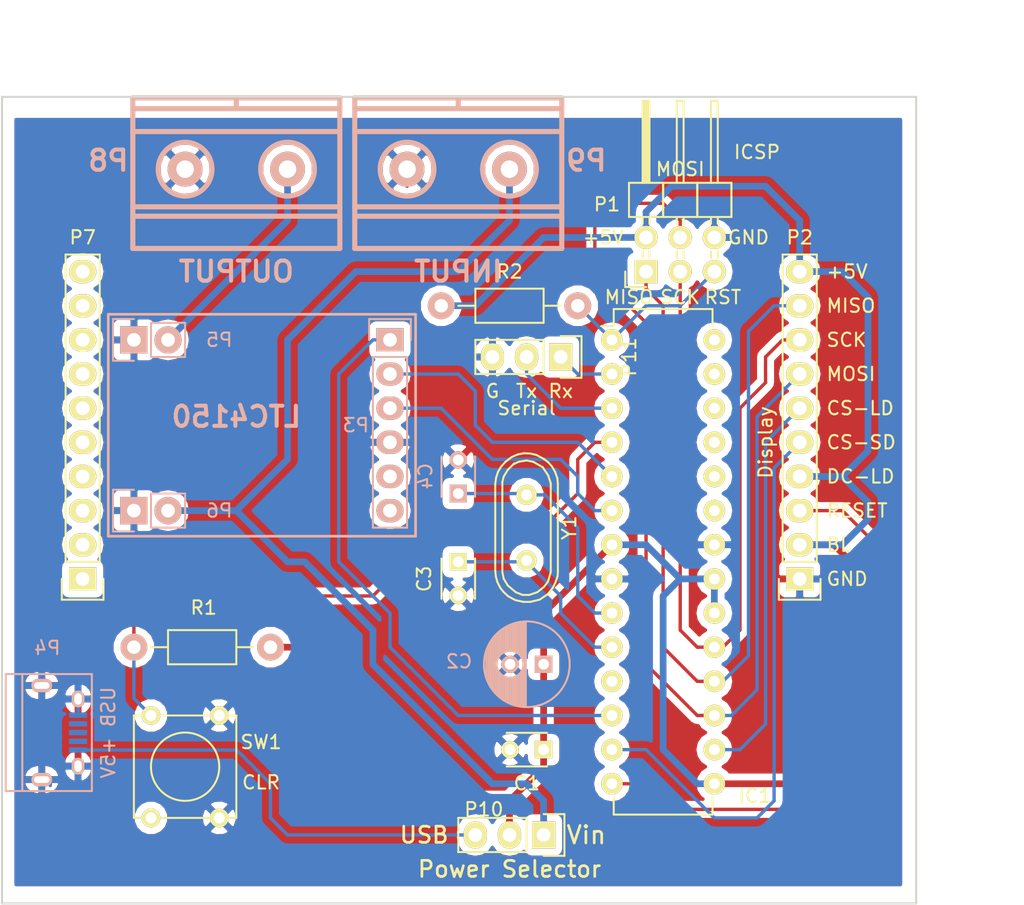
<source format=kicad_pcb>
(kicad_pcb (version 4) (host pcbnew 4.0.2+dfsg1-stable)

  (general
    (links 59)
    (no_connects 1)
    (area 137.434999 77.094999 205.585001 137.245001)
    (thickness 1.6)
    (drawings 33)
    (tracks 181)
    (zones 0)
    (modules 20)
    (nets 43)
  )

  (page A4)
  (layers
    (0 F.Cu signal)
    (31 B.Cu signal)
    (32 B.Adhes user)
    (33 F.Adhes user)
    (34 B.Paste user)
    (35 F.Paste user)
    (36 B.SilkS user)
    (37 F.SilkS user)
    (38 B.Mask user)
    (39 F.Mask user)
    (40 Dwgs.User user)
    (41 Cmts.User user)
    (42 Eco1.User user)
    (43 Eco2.User user)
    (44 Edge.Cuts user)
    (45 Margin user)
    (46 B.CrtYd user)
    (47 F.CrtYd user)
    (48 B.Fab user)
    (49 F.Fab user)
  )

  (setup
    (last_trace_width 0.25)
    (trace_clearance 0.2)
    (zone_clearance 0.508)
    (zone_45_only no)
    (trace_min 0.2)
    (segment_width 0.2)
    (edge_width 0.15)
    (via_size 0.6)
    (via_drill 0.4)
    (via_min_size 0.4)
    (via_min_drill 0.3)
    (uvia_size 0.3)
    (uvia_drill 0.1)
    (uvias_allowed no)
    (uvia_min_size 0.2)
    (uvia_min_drill 0.1)
    (pcb_text_width 0.3)
    (pcb_text_size 1.5 1.5)
    (mod_edge_width 0.15)
    (mod_text_size 1 1)
    (mod_text_width 0.15)
    (pad_size 1.524 1.524)
    (pad_drill 0.762)
    (pad_to_mask_clearance 0.2)
    (aux_axis_origin 143.51 90.17)
    (grid_origin 143.51 90.17)
    (visible_elements 7FFFFFFF)
    (pcbplotparams
      (layerselection 0x00030_80000001)
      (usegerberextensions false)
      (excludeedgelayer true)
      (linewidth 0.100000)
      (plotframeref false)
      (viasonmask false)
      (mode 1)
      (useauxorigin false)
      (hpglpennumber 1)
      (hpglpenspeed 20)
      (hpglpendiameter 15)
      (hpglpenoverlay 2)
      (psnegative false)
      (psa4output false)
      (plotreference true)
      (plotvalue true)
      (plotinvisibletext false)
      (padsonsilk false)
      (subtractmaskfromsilk false)
      (outputformat 1)
      (mirror false)
      (drillshape 1)
      (scaleselection 1)
      (outputdirectory ""))
  )

  (net 0 "")
  (net 1 +5V)
  (net 2 GND)
  (net 3 "Net-(C3-Pad1)")
  (net 4 "Net-(C4-Pad1)")
  (net 5 RST)
  (net 6 RXD)
  (net 7 TXD)
  (net 8 "Net-(IC1-Pad4)")
  (net 9 /INT)
  (net 10 /POL)
  (net 11 "Net-(IC1-Pad11)")
  (net 12 /VIO)
  (net 13 /CS-SD)
  (net 14 /RESET)
  (net 15 /CS-LD)
  (net 16 MOSI)
  (net 17 MISO)
  (net 18 SCK)
  (net 19 "Net-(IC1-Pad23)")
  (net 20 "Net-(IC1-Pad24)")
  (net 21 "Net-(IC1-Pad25)")
  (net 22 "Net-(IC1-Pad26)")
  (net 23 "Net-(IC1-Pad27)")
  (net 24 "Net-(IC1-Pad28)")
  (net 25 "Net-(P3-Pad5)")
  (net 26 "Net-(P3-Pad6)")
  (net 27 "Net-(P4-Pad2)")
  (net 28 "Net-(P4-Pad3)")
  (net 29 "Net-(P4-Pad4)")
  (net 30 "Net-(P7-Pad1)")
  (net 31 "Net-(P7-Pad2)")
  (net 32 "Net-(P7-Pad3)")
  (net 33 "Net-(P7-Pad4)")
  (net 34 "Net-(P7-Pad5)")
  (net 35 "Net-(P7-Pad6)")
  (net 36 "Net-(P7-Pad7)")
  (net 37 "Net-(P7-Pad8)")
  (net 38 "Net-(P7-Pad9)")
  (net 39 "Net-(P7-Pad10)")
  (net 40 Vusb)
  (net 41 /POWER_OUT)
  (net 42 /POWER_IN)

  (net_class Default "This is the default net class."
    (clearance 0.2)
    (trace_width 0.25)
    (via_dia 0.6)
    (via_drill 0.4)
    (uvia_dia 0.3)
    (uvia_drill 0.1)
    (add_net /CS-LD)
    (add_net /CS-SD)
    (add_net /INT)
    (add_net /POL)
    (add_net /RESET)
    (add_net /VIO)
    (add_net GND)
    (add_net MISO)
    (add_net MOSI)
    (add_net "Net-(C3-Pad1)")
    (add_net "Net-(C4-Pad1)")
    (add_net "Net-(IC1-Pad11)")
    (add_net "Net-(IC1-Pad23)")
    (add_net "Net-(IC1-Pad24)")
    (add_net "Net-(IC1-Pad25)")
    (add_net "Net-(IC1-Pad26)")
    (add_net "Net-(IC1-Pad27)")
    (add_net "Net-(IC1-Pad28)")
    (add_net "Net-(IC1-Pad4)")
    (add_net "Net-(P3-Pad5)")
    (add_net "Net-(P3-Pad6)")
    (add_net "Net-(P4-Pad2)")
    (add_net "Net-(P4-Pad3)")
    (add_net "Net-(P4-Pad4)")
    (add_net "Net-(P7-Pad1)")
    (add_net "Net-(P7-Pad10)")
    (add_net "Net-(P7-Pad2)")
    (add_net "Net-(P7-Pad3)")
    (add_net "Net-(P7-Pad4)")
    (add_net "Net-(P7-Pad5)")
    (add_net "Net-(P7-Pad6)")
    (add_net "Net-(P7-Pad7)")
    (add_net "Net-(P7-Pad8)")
    (add_net "Net-(P7-Pad9)")
    (add_net RST)
    (add_net RXD)
    (add_net SCK)
    (add_net TXD)
  )

  (net_class Power ""
    (clearance 0.2)
    (trace_width 0.5)
    (via_dia 0.6)
    (via_drill 0.4)
    (uvia_dia 0.3)
    (uvia_drill 0.1)
    (add_net +5V)
    (add_net /POWER_IN)
    (add_net /POWER_OUT)
  )

  (net_class Vusb ""
    (clearance 0.2)
    (trace_width 0.35)
    (via_dia 0.6)
    (via_drill 0.4)
    (uvia_dia 0.3)
    (uvia_drill 0.1)
    (add_net Vusb)
  )

  (module Connect:USB_Micro-B (layer B.Cu) (tedit 5A398185) (tstamp 5A36B033)
    (at 141.605 124.46 90)
    (descr "Micro USB Type B Receptacle")
    (tags "USB USB_B USB_micro USB_OTG")
    (path /5A363777)
    (attr smd)
    (fp_text reference P4 (at 6.29 -0.73 180) (layer B.SilkS)
      (effects (font (size 1 1) (thickness 0.15)) (justify mirror))
    )
    (fp_text value "USB +5V" (at 0 3.81 90) (layer B.SilkS)
      (effects (font (size 1 1) (thickness 0.15)) (justify mirror))
    )
    (fp_line (start -4.6 2.8) (end 4.6 2.8) (layer B.CrtYd) (width 0.05))
    (fp_line (start 4.6 2.8) (end 4.6 -4.05) (layer B.CrtYd) (width 0.05))
    (fp_line (start 4.6 -4.05) (end -4.6 -4.05) (layer B.CrtYd) (width 0.05))
    (fp_line (start -4.6 -4.05) (end -4.6 2.8) (layer B.CrtYd) (width 0.05))
    (fp_line (start -4.3509 -3.81746) (end 4.3491 -3.81746) (layer B.SilkS) (width 0.15))
    (fp_line (start -4.3509 2.58754) (end 4.3491 2.58754) (layer B.SilkS) (width 0.15))
    (fp_line (start 4.3491 2.58754) (end 4.3491 -3.81746) (layer B.SilkS) (width 0.15))
    (fp_line (start 4.3491 -2.58746) (end -4.3509 -2.58746) (layer B.SilkS) (width 0.15))
    (fp_line (start -4.3509 -3.81746) (end -4.3509 2.58754) (layer B.SilkS) (width 0.15))
    (pad 1 smd rect (at -1.3009 1.56254) (size 1.35 0.4) (layers B.Cu B.Paste B.Mask)
      (net 40 Vusb))
    (pad 2 smd rect (at -0.6509 1.56254) (size 1.35 0.4) (layers B.Cu B.Paste B.Mask)
      (net 27 "Net-(P4-Pad2)"))
    (pad 3 smd rect (at -0.0009 1.56254) (size 1.35 0.4) (layers B.Cu B.Paste B.Mask)
      (net 28 "Net-(P4-Pad3)"))
    (pad 4 smd rect (at 0.6491 1.56254) (size 1.35 0.4) (layers B.Cu B.Paste B.Mask)
      (net 29 "Net-(P4-Pad4)"))
    (pad 5 smd rect (at 1.2991 1.56254) (size 1.35 0.4) (layers B.Cu B.Paste B.Mask)
      (net 2 GND))
    (pad 6 thru_hole oval (at -2.5009 1.56254) (size 0.95 1.25) (drill oval 0.55 0.85) (layers *.Cu *.Mask B.SilkS)
      (net 2 GND))
    (pad 6 thru_hole oval (at 2.4991 1.56254) (size 0.95 1.25) (drill oval 0.55 0.85) (layers *.Cu *.Mask B.SilkS)
      (net 2 GND))
    (pad 6 thru_hole oval (at -3.5009 -1.13746) (size 1.55 1) (drill oval 1.15 0.5) (layers *.Cu *.Mask B.SilkS)
      (net 2 GND))
    (pad 6 thru_hole oval (at 3.4991 -1.13746) (size 1.55 1) (drill oval 1.15 0.5) (layers *.Cu *.Mask B.SilkS)
      (net 2 GND))
  )

  (module Capacitors_ThroughHole:C_Disc_D3_P2.5 (layer F.Cu) (tedit 0) (tstamp 5A36AFD2)
    (at 177.8 125.73 180)
    (descr "Capacitor 3mm Disc, Pitch 2.5mm")
    (tags Capacitor)
    (path /5A344CB8)
    (fp_text reference C1 (at 1.25 -2.5 180) (layer F.SilkS)
      (effects (font (size 1 1) (thickness 0.15)))
    )
    (fp_text value 10n (at 1.25 2.5 180) (layer F.Fab)
      (effects (font (size 1 1) (thickness 0.15)))
    )
    (fp_line (start -0.9 -1.5) (end 3.4 -1.5) (layer F.CrtYd) (width 0.05))
    (fp_line (start 3.4 -1.5) (end 3.4 1.5) (layer F.CrtYd) (width 0.05))
    (fp_line (start 3.4 1.5) (end -0.9 1.5) (layer F.CrtYd) (width 0.05))
    (fp_line (start -0.9 1.5) (end -0.9 -1.5) (layer F.CrtYd) (width 0.05))
    (fp_line (start -0.25 -1.25) (end 2.75 -1.25) (layer F.SilkS) (width 0.15))
    (fp_line (start 2.75 1.25) (end -0.25 1.25) (layer F.SilkS) (width 0.15))
    (pad 1 thru_hole rect (at 0 0 180) (size 1.3 1.3) (drill 0.8) (layers *.Cu *.Mask F.SilkS)
      (net 1 +5V))
    (pad 2 thru_hole circle (at 2.5 0 180) (size 1.3 1.3) (drill 0.8001) (layers *.Cu *.Mask F.SilkS)
      (net 2 GND))
    (model Capacitors_ThroughHole.3dshapes/C_Disc_D3_P2.5.wrl
      (at (xyz 0.0492126 0 0))
      (scale (xyz 1 1 1))
      (rotate (xyz 0 0 0))
    )
  )

  (module Capacitors_ThroughHole:C_Radial_D6.3_L11.2_P2.5 (layer B.Cu) (tedit 5A380E4E) (tstamp 5A36AFD8)
    (at 177.8 119.38 180)
    (descr "Radial Electrolytic Capacitor, Diameter 6.3mm x Length 11.2mm, Pitch 2.5mm")
    (tags "Electrolytic Capacitor")
    (path /5A344C91)
    (fp_text reference C2 (at 6.29 0.21 180) (layer B.SilkS)
      (effects (font (size 1 1) (thickness 0.15)) (justify mirror))
    )
    (fp_text value 10u (at 1.25 -4.4 180) (layer B.Fab) hide
      (effects (font (size 1 1) (thickness 0.15)) (justify mirror))
    )
    (fp_line (start 1.325 3.149) (end 1.325 -3.149) (layer B.SilkS) (width 0.15))
    (fp_line (start 1.465 3.143) (end 1.465 -3.143) (layer B.SilkS) (width 0.15))
    (fp_line (start 1.605 3.13) (end 1.605 0.446) (layer B.SilkS) (width 0.15))
    (fp_line (start 1.605 -0.446) (end 1.605 -3.13) (layer B.SilkS) (width 0.15))
    (fp_line (start 1.745 3.111) (end 1.745 0.656) (layer B.SilkS) (width 0.15))
    (fp_line (start 1.745 -0.656) (end 1.745 -3.111) (layer B.SilkS) (width 0.15))
    (fp_line (start 1.885 3.085) (end 1.885 0.789) (layer B.SilkS) (width 0.15))
    (fp_line (start 1.885 -0.789) (end 1.885 -3.085) (layer B.SilkS) (width 0.15))
    (fp_line (start 2.025 3.053) (end 2.025 0.88) (layer B.SilkS) (width 0.15))
    (fp_line (start 2.025 -0.88) (end 2.025 -3.053) (layer B.SilkS) (width 0.15))
    (fp_line (start 2.165 3.014) (end 2.165 0.942) (layer B.SilkS) (width 0.15))
    (fp_line (start 2.165 -0.942) (end 2.165 -3.014) (layer B.SilkS) (width 0.15))
    (fp_line (start 2.305 2.968) (end 2.305 0.981) (layer B.SilkS) (width 0.15))
    (fp_line (start 2.305 -0.981) (end 2.305 -2.968) (layer B.SilkS) (width 0.15))
    (fp_line (start 2.445 2.915) (end 2.445 0.998) (layer B.SilkS) (width 0.15))
    (fp_line (start 2.445 -0.998) (end 2.445 -2.915) (layer B.SilkS) (width 0.15))
    (fp_line (start 2.585 2.853) (end 2.585 0.996) (layer B.SilkS) (width 0.15))
    (fp_line (start 2.585 -0.996) (end 2.585 -2.853) (layer B.SilkS) (width 0.15))
    (fp_line (start 2.725 2.783) (end 2.725 0.974) (layer B.SilkS) (width 0.15))
    (fp_line (start 2.725 -0.974) (end 2.725 -2.783) (layer B.SilkS) (width 0.15))
    (fp_line (start 2.865 2.704) (end 2.865 0.931) (layer B.SilkS) (width 0.15))
    (fp_line (start 2.865 -0.931) (end 2.865 -2.704) (layer B.SilkS) (width 0.15))
    (fp_line (start 3.005 2.616) (end 3.005 0.863) (layer B.SilkS) (width 0.15))
    (fp_line (start 3.005 -0.863) (end 3.005 -2.616) (layer B.SilkS) (width 0.15))
    (fp_line (start 3.145 2.516) (end 3.145 0.764) (layer B.SilkS) (width 0.15))
    (fp_line (start 3.145 -0.764) (end 3.145 -2.516) (layer B.SilkS) (width 0.15))
    (fp_line (start 3.285 2.404) (end 3.285 0.619) (layer B.SilkS) (width 0.15))
    (fp_line (start 3.285 -0.619) (end 3.285 -2.404) (layer B.SilkS) (width 0.15))
    (fp_line (start 3.425 2.279) (end 3.425 0.38) (layer B.SilkS) (width 0.15))
    (fp_line (start 3.425 -0.38) (end 3.425 -2.279) (layer B.SilkS) (width 0.15))
    (fp_line (start 3.565 2.136) (end 3.565 -2.136) (layer B.SilkS) (width 0.15))
    (fp_line (start 3.705 1.974) (end 3.705 -1.974) (layer B.SilkS) (width 0.15))
    (fp_line (start 3.845 1.786) (end 3.845 -1.786) (layer B.SilkS) (width 0.15))
    (fp_line (start 3.985 1.563) (end 3.985 -1.563) (layer B.SilkS) (width 0.15))
    (fp_line (start 4.125 1.287) (end 4.125 -1.287) (layer B.SilkS) (width 0.15))
    (fp_line (start 4.265 0.912) (end 4.265 -0.912) (layer B.SilkS) (width 0.15))
    (fp_circle (center 2.5 0) (end 2.5 1) (layer B.SilkS) (width 0.15))
    (fp_circle (center 1.25 0) (end 1.25 3.1875) (layer B.SilkS) (width 0.15))
    (fp_circle (center 1.25 0) (end 1.25 3.4) (layer B.CrtYd) (width 0.05))
    (pad 2 thru_hole circle (at 2.5 0 180) (size 1.3 1.3) (drill 0.8) (layers *.Cu *.Mask B.SilkS)
      (net 2 GND))
    (pad 1 thru_hole rect (at 0 0 180) (size 1.3 1.3) (drill 0.8) (layers *.Cu *.Mask B.SilkS)
      (net 1 +5V))
    (model Capacitors_ThroughHole.3dshapes/C_Radial_D6.3_L11.2_P2.5.wrl
      (at (xyz 0 0 0))
      (scale (xyz 1 1 1))
      (rotate (xyz 0 0 0))
    )
  )

  (module Capacitors_ThroughHole:C_Disc_D3_P2.5 (layer F.Cu) (tedit 5A3981BC) (tstamp 5A36AFDE)
    (at 171.45 111.76 270)
    (descr "Capacitor 3mm Disc, Pitch 2.5mm")
    (tags Capacitor)
    (path /5A3453B4)
    (fp_text reference C3 (at 1.27 2.54 270) (layer F.SilkS)
      (effects (font (size 1 1) (thickness 0.15)))
    )
    (fp_text value 15n (at 3.81 0 360) (layer F.Fab) hide
      (effects (font (size 1 1) (thickness 0.15)))
    )
    (fp_line (start -0.9 -1.5) (end 3.4 -1.5) (layer F.CrtYd) (width 0.05))
    (fp_line (start 3.4 -1.5) (end 3.4 1.5) (layer F.CrtYd) (width 0.05))
    (fp_line (start 3.4 1.5) (end -0.9 1.5) (layer F.CrtYd) (width 0.05))
    (fp_line (start -0.9 1.5) (end -0.9 -1.5) (layer F.CrtYd) (width 0.05))
    (fp_line (start -0.25 -1.25) (end 2.75 -1.25) (layer F.SilkS) (width 0.15))
    (fp_line (start 2.75 1.25) (end -0.25 1.25) (layer F.SilkS) (width 0.15))
    (pad 1 thru_hole rect (at 0 0 270) (size 1.3 1.3) (drill 0.8) (layers *.Cu *.Mask F.SilkS)
      (net 3 "Net-(C3-Pad1)"))
    (pad 2 thru_hole circle (at 2.5 0 270) (size 1.3 1.3) (drill 0.8001) (layers *.Cu *.Mask F.SilkS)
      (net 2 GND))
    (model Capacitors_ThroughHole.3dshapes/C_Disc_D3_P2.5.wrl
      (at (xyz 0.0492126 0 0))
      (scale (xyz 1 1 1))
      (rotate (xyz 0 0 0))
    )
  )

  (module Capacitors_ThroughHole:C_Disc_D3_P2.5 (layer B.Cu) (tedit 5A380E54) (tstamp 5A36AFE4)
    (at 171.45 106.68 90)
    (descr "Capacitor 3mm Disc, Pitch 2.5mm")
    (tags Capacitor)
    (path /5A345431)
    (fp_text reference C4 (at 1.29 -2.44 90) (layer B.SilkS)
      (effects (font (size 1 1) (thickness 0.15)) (justify mirror))
    )
    (fp_text value 15n (at 1.25 -2.5 90) (layer B.Fab) hide
      (effects (font (size 1 1) (thickness 0.15)) (justify mirror))
    )
    (fp_line (start -0.9 1.5) (end 3.4 1.5) (layer B.CrtYd) (width 0.05))
    (fp_line (start 3.4 1.5) (end 3.4 -1.5) (layer B.CrtYd) (width 0.05))
    (fp_line (start 3.4 -1.5) (end -0.9 -1.5) (layer B.CrtYd) (width 0.05))
    (fp_line (start -0.9 -1.5) (end -0.9 1.5) (layer B.CrtYd) (width 0.05))
    (fp_line (start -0.25 1.25) (end 2.75 1.25) (layer B.SilkS) (width 0.15))
    (fp_line (start 2.75 -1.25) (end -0.25 -1.25) (layer B.SilkS) (width 0.15))
    (pad 1 thru_hole rect (at 0 0 90) (size 1.3 1.3) (drill 0.8) (layers *.Cu *.Mask B.SilkS)
      (net 4 "Net-(C4-Pad1)"))
    (pad 2 thru_hole circle (at 2.5 0 90) (size 1.3 1.3) (drill 0.8001) (layers *.Cu *.Mask B.SilkS)
      (net 2 GND))
    (model Capacitors_ThroughHole.3dshapes/C_Disc_D3_P2.5.wrl
      (at (xyz 0.0492126 0 0))
      (scale (xyz 1 1 1))
      (rotate (xyz 0 0 0))
    )
  )

  (module Housings_DIP:DIP-28_W7.62mm (layer F.Cu) (tedit 5A3905A3) (tstamp 5A36B004)
    (at 182.88 95.25)
    (descr "28-lead dip package, row spacing 7.62 mm (300 mils)")
    (tags "dil dip 2.54 300")
    (path /5A342F3B)
    (fp_text reference IC1 (at 10.63 33.92) (layer F.SilkS)
      (effects (font (size 1 1) (thickness 0.15)))
    )
    (fp_text value ATMEGA328P-P (at 15.24 31.75) (layer F.Fab)
      (effects (font (size 1 1) (thickness 0.15)))
    )
    (fp_line (start -1.05 -2.45) (end -1.05 35.5) (layer F.CrtYd) (width 0.05))
    (fp_line (start 8.65 -2.45) (end 8.65 35.5) (layer F.CrtYd) (width 0.05))
    (fp_line (start -1.05 -2.45) (end 8.65 -2.45) (layer F.CrtYd) (width 0.05))
    (fp_line (start -1.05 35.5) (end 8.65 35.5) (layer F.CrtYd) (width 0.05))
    (fp_line (start 0.135 -2.295) (end 0.135 -1.025) (layer F.SilkS) (width 0.15))
    (fp_line (start 7.485 -2.295) (end 7.485 -1.025) (layer F.SilkS) (width 0.15))
    (fp_line (start 7.485 35.315) (end 7.485 34.045) (layer F.SilkS) (width 0.15))
    (fp_line (start 0.135 35.315) (end 0.135 34.045) (layer F.SilkS) (width 0.15))
    (fp_line (start 0.135 -2.295) (end 7.485 -2.295) (layer F.SilkS) (width 0.15))
    (fp_line (start 0.135 35.315) (end 7.485 35.315) (layer F.SilkS) (width 0.15))
    (fp_line (start 0.135 -1.025) (end -0.8 -1.025) (layer F.SilkS) (width 0.15))
    (pad 1 thru_hole oval (at 0 0) (size 1.6 1.6) (drill 0.8) (layers *.Cu *.Mask F.SilkS)
      (net 5 RST))
    (pad 2 thru_hole oval (at 0 2.54) (size 1.6 1.6) (drill 0.8) (layers *.Cu *.Mask F.SilkS)
      (net 6 RXD))
    (pad 3 thru_hole oval (at 0 5.08) (size 1.6 1.6) (drill 0.8) (layers *.Cu *.Mask F.SilkS)
      (net 7 TXD))
    (pad 4 thru_hole oval (at 0 7.62) (size 1.6 1.6) (drill 0.8) (layers *.Cu *.Mask F.SilkS)
      (net 8 "Net-(IC1-Pad4)"))
    (pad 5 thru_hole oval (at 0 10.16) (size 1.6 1.6) (drill 0.8) (layers *.Cu *.Mask F.SilkS)
      (net 9 /INT))
    (pad 6 thru_hole oval (at 0 12.7) (size 1.6 1.6) (drill 0.8) (layers *.Cu *.Mask F.SilkS)
      (net 10 /POL))
    (pad 7 thru_hole oval (at 0 15.24) (size 1.6 1.6) (drill 0.8) (layers *.Cu *.Mask F.SilkS)
      (net 1 +5V))
    (pad 8 thru_hole oval (at 0 17.78) (size 1.6 1.6) (drill 0.8) (layers *.Cu *.Mask F.SilkS)
      (net 2 GND))
    (pad 9 thru_hole oval (at 0 20.32) (size 1.6 1.6) (drill 0.8) (layers *.Cu *.Mask F.SilkS)
      (net 4 "Net-(C4-Pad1)"))
    (pad 10 thru_hole oval (at 0 22.86) (size 1.6 1.6) (drill 0.8) (layers *.Cu *.Mask F.SilkS)
      (net 3 "Net-(C3-Pad1)"))
    (pad 11 thru_hole oval (at 0 25.4) (size 1.6 1.6) (drill 0.8) (layers *.Cu *.Mask F.SilkS)
      (net 11 "Net-(IC1-Pad11)"))
    (pad 12 thru_hole oval (at 0 27.94) (size 1.6 1.6) (drill 0.8) (layers *.Cu *.Mask F.SilkS)
      (net 12 /VIO))
    (pad 13 thru_hole oval (at 0 30.48) (size 1.6 1.6) (drill 0.8) (layers *.Cu *.Mask F.SilkS)
      (net 13 /CS-SD))
    (pad 14 thru_hole oval (at 0 33.02) (size 1.6 1.6) (drill 0.8) (layers *.Cu *.Mask F.SilkS)
      (net 14 /RESET))
    (pad 15 thru_hole oval (at 7.62 33.02) (size 1.6 1.6) (drill 0.8) (layers *.Cu *.Mask F.SilkS)
      (net 1 +5V))
    (pad 16 thru_hole oval (at 7.62 30.48) (size 1.6 1.6) (drill 0.8) (layers *.Cu *.Mask F.SilkS)
      (net 15 /CS-LD))
    (pad 17 thru_hole oval (at 7.62 27.94) (size 1.6 1.6) (drill 0.8) (layers *.Cu *.Mask F.SilkS)
      (net 16 MOSI))
    (pad 18 thru_hole oval (at 7.62 25.4) (size 1.6 1.6) (drill 0.8) (layers *.Cu *.Mask F.SilkS)
      (net 17 MISO))
    (pad 19 thru_hole oval (at 7.62 22.86) (size 1.6 1.6) (drill 0.8) (layers *.Cu *.Mask F.SilkS)
      (net 18 SCK))
    (pad 20 thru_hole oval (at 7.62 20.32) (size 1.6 1.6) (drill 0.8) (layers *.Cu *.Mask F.SilkS)
      (net 1 +5V))
    (pad 21 thru_hole oval (at 7.62 17.78) (size 1.6 1.6) (drill 0.8) (layers *.Cu *.Mask F.SilkS)
      (net 1 +5V))
    (pad 22 thru_hole oval (at 7.62 15.24) (size 1.6 1.6) (drill 0.8) (layers *.Cu *.Mask F.SilkS)
      (net 2 GND))
    (pad 23 thru_hole oval (at 7.62 12.7) (size 1.6 1.6) (drill 0.8) (layers *.Cu *.Mask F.SilkS)
      (net 19 "Net-(IC1-Pad23)"))
    (pad 24 thru_hole oval (at 7.62 10.16) (size 1.6 1.6) (drill 0.8) (layers *.Cu *.Mask F.SilkS)
      (net 20 "Net-(IC1-Pad24)"))
    (pad 25 thru_hole oval (at 7.62 7.62) (size 1.6 1.6) (drill 0.8) (layers *.Cu *.Mask F.SilkS)
      (net 21 "Net-(IC1-Pad25)"))
    (pad 26 thru_hole oval (at 7.62 5.08) (size 1.6 1.6) (drill 0.8) (layers *.Cu *.Mask F.SilkS)
      (net 22 "Net-(IC1-Pad26)"))
    (pad 27 thru_hole oval (at 7.62 2.54) (size 1.6 1.6) (drill 0.8) (layers *.Cu *.Mask F.SilkS)
      (net 23 "Net-(IC1-Pad27)"))
    (pad 28 thru_hole oval (at 7.62 0) (size 1.6 1.6) (drill 0.8) (layers *.Cu *.Mask F.SilkS)
      (net 24 "Net-(IC1-Pad28)"))
    (model Housings_DIP.3dshapes/DIP-28_W7.62mm.wrl
      (at (xyz 0 0 0))
      (scale (xyz 1 1 1))
      (rotate (xyz 0 0 0))
    )
  )

  (module Pin_Headers:Pin_Header_Angled_2x03 (layer F.Cu) (tedit 5A397EA5) (tstamp 5A36B00E)
    (at 185.42 90.17 90)
    (descr "Through hole pin header")
    (tags "pin header")
    (path /5A342F8F)
    (fp_text reference P1 (at 5 -2.91 180) (layer F.SilkS)
      (effects (font (size 1 1) (thickness 0.15)))
    )
    (fp_text value ICSP (at 8.89 8.255 180) (layer F.SilkS)
      (effects (font (size 1 1) (thickness 0.15)))
    )
    (fp_line (start -1.35 -1.75) (end -1.35 6.85) (layer F.CrtYd) (width 0.05))
    (fp_line (start 13.2 -1.75) (end 13.2 6.85) (layer F.CrtYd) (width 0.05))
    (fp_line (start -1.35 -1.75) (end 13.2 -1.75) (layer F.CrtYd) (width 0.05))
    (fp_line (start -1.35 6.85) (end 13.2 6.85) (layer F.CrtYd) (width 0.05))
    (fp_line (start 1.524 5.334) (end 1.016 5.334) (layer F.SilkS) (width 0.15))
    (fp_line (start 1.524 4.826) (end 1.016 4.826) (layer F.SilkS) (width 0.15))
    (fp_line (start 1.524 2.794) (end 1.016 2.794) (layer F.SilkS) (width 0.15))
    (fp_line (start 1.524 2.286) (end 1.016 2.286) (layer F.SilkS) (width 0.15))
    (fp_line (start 1.524 0.254) (end 1.016 0.254) (layer F.SilkS) (width 0.15))
    (fp_line (start 1.524 -0.254) (end 1.016 -0.254) (layer F.SilkS) (width 0.15))
    (fp_line (start 4.064 2.286) (end 3.556 2.286) (layer F.SilkS) (width 0.15))
    (fp_line (start 4.064 2.794) (end 3.556 2.794) (layer F.SilkS) (width 0.15))
    (fp_line (start 4.064 4.826) (end 3.556 4.826) (layer F.SilkS) (width 0.15))
    (fp_line (start 4.064 5.334) (end 3.556 5.334) (layer F.SilkS) (width 0.15))
    (fp_line (start 4.064 -0.254) (end 3.556 -0.254) (layer F.SilkS) (width 0.15))
    (fp_line (start 4.064 0.254) (end 3.556 0.254) (layer F.SilkS) (width 0.15))
    (fp_line (start 0 -1.55) (end -1.15 -1.55) (layer F.SilkS) (width 0.15))
    (fp_line (start -1.15 -1.55) (end -1.15 0) (layer F.SilkS) (width 0.15))
    (fp_line (start 6.604 -0.127) (end 12.573 -0.127) (layer F.SilkS) (width 0.15))
    (fp_line (start 12.573 -0.127) (end 12.573 0.127) (layer F.SilkS) (width 0.15))
    (fp_line (start 12.573 0.127) (end 6.731 0.127) (layer F.SilkS) (width 0.15))
    (fp_line (start 6.731 0.127) (end 6.731 0) (layer F.SilkS) (width 0.15))
    (fp_line (start 6.731 0) (end 12.573 0) (layer F.SilkS) (width 0.15))
    (fp_line (start 4.064 1.27) (end 4.064 3.81) (layer F.SilkS) (width 0.15))
    (fp_line (start 4.064 3.81) (end 6.604 3.81) (layer F.SilkS) (width 0.15))
    (fp_line (start 6.604 2.286) (end 12.7 2.286) (layer F.SilkS) (width 0.15))
    (fp_line (start 12.7 2.286) (end 12.7 2.794) (layer F.SilkS) (width 0.15))
    (fp_line (start 12.7 2.794) (end 6.604 2.794) (layer F.SilkS) (width 0.15))
    (fp_line (start 6.604 3.81) (end 6.604 1.27) (layer F.SilkS) (width 0.15))
    (fp_line (start 4.064 6.35) (end 6.604 6.35) (layer F.SilkS) (width 0.15))
    (fp_line (start 6.604 6.35) (end 6.604 3.81) (layer F.SilkS) (width 0.15))
    (fp_line (start 12.7 5.334) (end 6.604 5.334) (layer F.SilkS) (width 0.15))
    (fp_line (start 12.7 4.826) (end 12.7 5.334) (layer F.SilkS) (width 0.15))
    (fp_line (start 6.604 4.826) (end 12.7 4.826) (layer F.SilkS) (width 0.15))
    (fp_line (start 4.064 6.35) (end 6.604 6.35) (layer F.SilkS) (width 0.15))
    (fp_line (start 4.064 3.81) (end 4.064 6.35) (layer F.SilkS) (width 0.15))
    (fp_line (start 4.064 3.81) (end 6.604 3.81) (layer F.SilkS) (width 0.15))
    (fp_line (start 4.064 1.27) (end 6.604 1.27) (layer F.SilkS) (width 0.15))
    (fp_line (start 6.604 1.27) (end 6.604 -1.27) (layer F.SilkS) (width 0.15))
    (fp_line (start 12.7 0.254) (end 6.604 0.254) (layer F.SilkS) (width 0.15))
    (fp_line (start 12.7 -0.254) (end 12.7 0.254) (layer F.SilkS) (width 0.15))
    (fp_line (start 6.604 -0.254) (end 12.7 -0.254) (layer F.SilkS) (width 0.15))
    (fp_line (start 4.064 1.27) (end 6.604 1.27) (layer F.SilkS) (width 0.15))
    (fp_line (start 4.064 -1.27) (end 4.064 1.27) (layer F.SilkS) (width 0.15))
    (fp_line (start 4.064 -1.27) (end 6.604 -1.27) (layer F.SilkS) (width 0.15))
    (pad 1 thru_hole rect (at 0 0 90) (size 1.7272 1.7272) (drill 1.016) (layers *.Cu *.Mask F.SilkS)
      (net 17 MISO))
    (pad 2 thru_hole oval (at 2.54 0 90) (size 1.7272 1.7272) (drill 1.016) (layers *.Cu *.Mask F.SilkS)
      (net 1 +5V))
    (pad 3 thru_hole oval (at 0 2.54 90) (size 1.7272 1.7272) (drill 1.016) (layers *.Cu *.Mask F.SilkS)
      (net 18 SCK))
    (pad 4 thru_hole oval (at 2.54 2.54 90) (size 1.7272 1.7272) (drill 1.016) (layers *.Cu *.Mask F.SilkS)
      (net 16 MOSI))
    (pad 5 thru_hole oval (at 0 5.08 90) (size 1.7272 1.7272) (drill 1.016) (layers *.Cu *.Mask F.SilkS)
      (net 5 RST))
    (pad 6 thru_hole oval (at 2.54 5.08 90) (size 1.7272 1.7272) (drill 1.016) (layers *.Cu *.Mask F.SilkS)
      (net 2 GND))
    (model Pin_Headers.3dshapes/Pin_Header_Angled_2x03.wrl
      (at (xyz 0.05 -0.1 0))
      (scale (xyz 1 1 1))
      (rotate (xyz 0 0 90))
    )
  )

  (module Socket_Strips:Socket_Strip_Straight_1x10 (layer F.Cu) (tedit 5A3984BD) (tstamp 5A36B01C)
    (at 196.85 113.03 90)
    (descr "Through hole socket strip")
    (tags "socket strip")
    (path /5A343058)
    (fp_text reference P2 (at 25.4 0 180) (layer F.SilkS)
      (effects (font (size 1 1) (thickness 0.15)))
    )
    (fp_text value Display (at 10.16 -2.54 90) (layer F.SilkS)
      (effects (font (size 1 1) (thickness 0.15)))
    )
    (fp_line (start -1.75 -1.75) (end -1.75 1.75) (layer F.CrtYd) (width 0.05))
    (fp_line (start 24.65 -1.75) (end 24.65 1.75) (layer F.CrtYd) (width 0.05))
    (fp_line (start -1.75 -1.75) (end 24.65 -1.75) (layer F.CrtYd) (width 0.05))
    (fp_line (start -1.75 1.75) (end 24.65 1.75) (layer F.CrtYd) (width 0.05))
    (fp_line (start 1.27 1.27) (end 24.13 1.27) (layer F.SilkS) (width 0.15))
    (fp_line (start 24.13 1.27) (end 24.13 -1.27) (layer F.SilkS) (width 0.15))
    (fp_line (start 24.13 -1.27) (end 1.27 -1.27) (layer F.SilkS) (width 0.15))
    (fp_line (start -1.55 1.55) (end 0 1.55) (layer F.SilkS) (width 0.15))
    (fp_line (start 1.27 1.27) (end 1.27 -1.27) (layer F.SilkS) (width 0.15))
    (fp_line (start 0 -1.55) (end -1.55 -1.55) (layer F.SilkS) (width 0.15))
    (fp_line (start -1.55 -1.55) (end -1.55 1.55) (layer F.SilkS) (width 0.15))
    (pad 1 thru_hole rect (at 0 0 90) (size 1.7272 2.032) (drill 1.016) (layers *.Cu *.Mask F.SilkS)
      (net 2 GND))
    (pad 2 thru_hole oval (at 2.54 0 90) (size 1.7272 2.032) (drill 1.016) (layers *.Cu *.Mask F.SilkS)
      (net 1 +5V))
    (pad 3 thru_hole oval (at 5.08 0 90) (size 1.7272 2.032) (drill 1.016) (layers *.Cu *.Mask F.SilkS)
      (net 14 /RESET))
    (pad 4 thru_hole oval (at 7.62 0 90) (size 1.7272 2.032) (drill 1.016) (layers *.Cu *.Mask F.SilkS)
      (net 1 +5V))
    (pad 5 thru_hole oval (at 10.16 0 90) (size 1.7272 2.032) (drill 1.016) (layers *.Cu *.Mask F.SilkS)
      (net 13 /CS-SD))
    (pad 6 thru_hole oval (at 12.7 0 90) (size 1.7272 2.032) (drill 1.016) (layers *.Cu *.Mask F.SilkS)
      (net 15 /CS-LD))
    (pad 7 thru_hole oval (at 15.24 0 90) (size 1.7272 2.032) (drill 1.016) (layers *.Cu *.Mask F.SilkS)
      (net 16 MOSI))
    (pad 8 thru_hole oval (at 17.78 0 90) (size 1.7272 2.032) (drill 1.016) (layers *.Cu *.Mask F.SilkS)
      (net 18 SCK))
    (pad 9 thru_hole oval (at 20.32 0 90) (size 1.7272 2.032) (drill 1.016) (layers *.Cu *.Mask F.SilkS)
      (net 17 MISO))
    (pad 10 thru_hole oval (at 22.86 0 90) (size 1.7272 2.032) (drill 1.016) (layers *.Cu *.Mask F.SilkS)
      (net 1 +5V))
    (model Socket_Strips.3dshapes/Socket_Strip_Straight_1x10.wrl
      (at (xyz 0.45 0 0))
      (scale (xyz 1 1 1))
      (rotate (xyz 0 0 180))
    )
  )

  (module Socket_Strips:Socket_Strip_Straight_1x06 (layer B.Cu) (tedit 5A380EC4) (tstamp 5A36B026)
    (at 166.37 95.25 270)
    (descr "Through hole socket strip")
    (tags "socket strip")
    (path /5A34309C)
    (fp_text reference P3 (at 6.35 2.54 360) (layer B.SilkS)
      (effects (font (size 1 1) (thickness 0.15)) (justify mirror))
    )
    (fp_text value CONN_01X06 (at 0 3.1 270) (layer B.Fab) hide
      (effects (font (size 1 1) (thickness 0.15)) (justify mirror))
    )
    (fp_line (start -1.75 1.75) (end -1.75 -1.75) (layer B.CrtYd) (width 0.05))
    (fp_line (start 14.45 1.75) (end 14.45 -1.75) (layer B.CrtYd) (width 0.05))
    (fp_line (start -1.75 1.75) (end 14.45 1.75) (layer B.CrtYd) (width 0.05))
    (fp_line (start -1.75 -1.75) (end 14.45 -1.75) (layer B.CrtYd) (width 0.05))
    (fp_line (start 1.27 -1.27) (end 13.97 -1.27) (layer B.SilkS) (width 0.15))
    (fp_line (start 13.97 -1.27) (end 13.97 1.27) (layer B.SilkS) (width 0.15))
    (fp_line (start 13.97 1.27) (end 1.27 1.27) (layer B.SilkS) (width 0.15))
    (fp_line (start -1.55 -1.55) (end 0 -1.55) (layer B.SilkS) (width 0.15))
    (fp_line (start 1.27 -1.27) (end 1.27 1.27) (layer B.SilkS) (width 0.15))
    (fp_line (start 0 1.55) (end -1.55 1.55) (layer B.SilkS) (width 0.15))
    (fp_line (start -1.55 1.55) (end -1.55 -1.55) (layer B.SilkS) (width 0.15))
    (pad 1 thru_hole rect (at 0 0 270) (size 1.7272 2.032) (drill 1.016) (layers *.Cu *.Mask B.SilkS)
      (net 12 /VIO))
    (pad 2 thru_hole oval (at 2.54 0 270) (size 1.7272 2.032) (drill 1.016) (layers *.Cu *.Mask B.SilkS)
      (net 9 /INT))
    (pad 3 thru_hole oval (at 5.08 0 270) (size 1.7272 2.032) (drill 1.016) (layers *.Cu *.Mask B.SilkS)
      (net 10 /POL))
    (pad 4 thru_hole oval (at 7.62 0 270) (size 1.7272 2.032) (drill 1.016) (layers *.Cu *.Mask B.SilkS)
      (net 2 GND))
    (pad 5 thru_hole oval (at 10.16 0 270) (size 1.7272 2.032) (drill 1.016) (layers *.Cu *.Mask B.SilkS)
      (net 25 "Net-(P3-Pad5)"))
    (pad 6 thru_hole oval (at 12.7 0 270) (size 1.7272 2.032) (drill 1.016) (layers *.Cu *.Mask B.SilkS)
      (net 26 "Net-(P3-Pad6)"))
    (model Socket_Strips.3dshapes/Socket_Strip_Straight_1x06.wrl
      (at (xyz 0.25 0 0))
      (scale (xyz 1 1 1))
      (rotate (xyz 0 0 180))
    )
  )

  (module Socket_Strips:Socket_Strip_Straight_1x02 (layer B.Cu) (tedit 5A380ED6) (tstamp 5A36B039)
    (at 147.32 95.25)
    (descr "Through hole socket strip")
    (tags "socket strip")
    (path /5A363B97)
    (fp_text reference P5 (at 6.35 0) (layer B.SilkS)
      (effects (font (size 1 1) (thickness 0.15)) (justify mirror))
    )
    (fp_text value OUTPUT (at 1.27 3.81) (layer B.Fab)
      (effects (font (size 1 1) (thickness 0.15)) (justify mirror))
    )
    (fp_line (start -1.55 -1.55) (end 0 -1.55) (layer B.SilkS) (width 0.15))
    (fp_line (start 3.81 -1.27) (end 1.27 -1.27) (layer B.SilkS) (width 0.15))
    (fp_line (start -1.75 1.75) (end -1.75 -1.75) (layer B.CrtYd) (width 0.05))
    (fp_line (start 4.3 1.75) (end 4.3 -1.75) (layer B.CrtYd) (width 0.05))
    (fp_line (start -1.75 1.75) (end 4.3 1.75) (layer B.CrtYd) (width 0.05))
    (fp_line (start -1.75 -1.75) (end 4.3 -1.75) (layer B.CrtYd) (width 0.05))
    (fp_line (start 1.27 -1.27) (end 1.27 1.27) (layer B.SilkS) (width 0.15))
    (fp_line (start 0 1.55) (end -1.55 1.55) (layer B.SilkS) (width 0.15))
    (fp_line (start -1.55 1.55) (end -1.55 -1.55) (layer B.SilkS) (width 0.15))
    (fp_line (start 1.27 1.27) (end 3.81 1.27) (layer B.SilkS) (width 0.15))
    (fp_line (start 3.81 1.27) (end 3.81 -1.27) (layer B.SilkS) (width 0.15))
    (pad 1 thru_hole rect (at 0 0) (size 2.032 2.032) (drill 1.016) (layers *.Cu *.Mask B.SilkS)
      (net 2 GND))
    (pad 2 thru_hole oval (at 2.54 0) (size 2.032 2.032) (drill 1.016) (layers *.Cu *.Mask B.SilkS)
      (net 41 /POWER_OUT))
    (model Socket_Strips.3dshapes/Socket_Strip_Straight_1x02.wrl
      (at (xyz 0.05 0 0))
      (scale (xyz 1 1 1))
      (rotate (xyz 0 0 180))
    )
  )

  (module Socket_Strips:Socket_Strip_Straight_1x02 (layer B.Cu) (tedit 5A380ECD) (tstamp 5A36B03F)
    (at 147.32 107.95)
    (descr "Through hole socket strip")
    (tags "socket strip")
    (path /5A363B48)
    (fp_text reference P6 (at 6.35 0) (layer B.SilkS)
      (effects (font (size 1 1) (thickness 0.15)) (justify mirror))
    )
    (fp_text value INPUT (at 2.19 3.22) (layer B.Fab)
      (effects (font (size 1 1) (thickness 0.15)) (justify mirror))
    )
    (fp_line (start -1.55 -1.55) (end 0 -1.55) (layer B.SilkS) (width 0.15))
    (fp_line (start 3.81 -1.27) (end 1.27 -1.27) (layer B.SilkS) (width 0.15))
    (fp_line (start -1.75 1.75) (end -1.75 -1.75) (layer B.CrtYd) (width 0.05))
    (fp_line (start 4.3 1.75) (end 4.3 -1.75) (layer B.CrtYd) (width 0.05))
    (fp_line (start -1.75 1.75) (end 4.3 1.75) (layer B.CrtYd) (width 0.05))
    (fp_line (start -1.75 -1.75) (end 4.3 -1.75) (layer B.CrtYd) (width 0.05))
    (fp_line (start 1.27 -1.27) (end 1.27 1.27) (layer B.SilkS) (width 0.15))
    (fp_line (start 0 1.55) (end -1.55 1.55) (layer B.SilkS) (width 0.15))
    (fp_line (start -1.55 1.55) (end -1.55 -1.55) (layer B.SilkS) (width 0.15))
    (fp_line (start 1.27 1.27) (end 3.81 1.27) (layer B.SilkS) (width 0.15))
    (fp_line (start 3.81 1.27) (end 3.81 -1.27) (layer B.SilkS) (width 0.15))
    (pad 1 thru_hole rect (at 0 0) (size 2.032 2.032) (drill 1.016) (layers *.Cu *.Mask B.SilkS)
      (net 2 GND))
    (pad 2 thru_hole oval (at 2.54 0) (size 2.032 2.032) (drill 1.016) (layers *.Cu *.Mask B.SilkS)
      (net 42 /POWER_IN))
    (model Socket_Strips.3dshapes/Socket_Strip_Straight_1x02.wrl
      (at (xyz 0.05 0 0))
      (scale (xyz 1 1 1))
      (rotate (xyz 0 0 180))
    )
  )

  (module Socket_Strips:Socket_Strip_Straight_1x10 (layer F.Cu) (tedit 5A3984B8) (tstamp 5A36B04D)
    (at 143.51 113.03 90)
    (descr "Through hole socket strip")
    (tags "socket strip")
    (path /5A363589)
    (fp_text reference P7 (at 25.4 0 180) (layer F.SilkS)
      (effects (font (size 1 1) (thickness 0.15)))
    )
    (fp_text value CONN_01X10 (at 0 -3.1 90) (layer F.Fab) hide
      (effects (font (size 1 1) (thickness 0.15)))
    )
    (fp_line (start -1.75 -1.75) (end -1.75 1.75) (layer F.CrtYd) (width 0.05))
    (fp_line (start 24.65 -1.75) (end 24.65 1.75) (layer F.CrtYd) (width 0.05))
    (fp_line (start -1.75 -1.75) (end 24.65 -1.75) (layer F.CrtYd) (width 0.05))
    (fp_line (start -1.75 1.75) (end 24.65 1.75) (layer F.CrtYd) (width 0.05))
    (fp_line (start 1.27 1.27) (end 24.13 1.27) (layer F.SilkS) (width 0.15))
    (fp_line (start 24.13 1.27) (end 24.13 -1.27) (layer F.SilkS) (width 0.15))
    (fp_line (start 24.13 -1.27) (end 1.27 -1.27) (layer F.SilkS) (width 0.15))
    (fp_line (start -1.55 1.55) (end 0 1.55) (layer F.SilkS) (width 0.15))
    (fp_line (start 1.27 1.27) (end 1.27 -1.27) (layer F.SilkS) (width 0.15))
    (fp_line (start 0 -1.55) (end -1.55 -1.55) (layer F.SilkS) (width 0.15))
    (fp_line (start -1.55 -1.55) (end -1.55 1.55) (layer F.SilkS) (width 0.15))
    (pad 1 thru_hole rect (at 0 0 90) (size 1.7272 2.032) (drill 1.016) (layers *.Cu *.Mask F.SilkS)
      (net 30 "Net-(P7-Pad1)"))
    (pad 2 thru_hole oval (at 2.54 0 90) (size 1.7272 2.032) (drill 1.016) (layers *.Cu *.Mask F.SilkS)
      (net 31 "Net-(P7-Pad2)"))
    (pad 3 thru_hole oval (at 5.08 0 90) (size 1.7272 2.032) (drill 1.016) (layers *.Cu *.Mask F.SilkS)
      (net 32 "Net-(P7-Pad3)"))
    (pad 4 thru_hole oval (at 7.62 0 90) (size 1.7272 2.032) (drill 1.016) (layers *.Cu *.Mask F.SilkS)
      (net 33 "Net-(P7-Pad4)"))
    (pad 5 thru_hole oval (at 10.16 0 90) (size 1.7272 2.032) (drill 1.016) (layers *.Cu *.Mask F.SilkS)
      (net 34 "Net-(P7-Pad5)"))
    (pad 6 thru_hole oval (at 12.7 0 90) (size 1.7272 2.032) (drill 1.016) (layers *.Cu *.Mask F.SilkS)
      (net 35 "Net-(P7-Pad6)"))
    (pad 7 thru_hole oval (at 15.24 0 90) (size 1.7272 2.032) (drill 1.016) (layers *.Cu *.Mask F.SilkS)
      (net 36 "Net-(P7-Pad7)"))
    (pad 8 thru_hole oval (at 17.78 0 90) (size 1.7272 2.032) (drill 1.016) (layers *.Cu *.Mask F.SilkS)
      (net 37 "Net-(P7-Pad8)"))
    (pad 9 thru_hole oval (at 20.32 0 90) (size 1.7272 2.032) (drill 1.016) (layers *.Cu *.Mask F.SilkS)
      (net 38 "Net-(P7-Pad9)"))
    (pad 10 thru_hole oval (at 22.86 0 90) (size 1.7272 2.032) (drill 1.016) (layers *.Cu *.Mask F.SilkS)
      (net 39 "Net-(P7-Pad10)"))
    (model Socket_Strips.3dshapes/Socket_Strip_Straight_1x10.wrl
      (at (xyz 0.45 0 0))
      (scale (xyz 1 1 1))
      (rotate (xyz 0 0 180))
    )
  )

  (module w_conn_gmkds:gmkds_3-2-7,62 (layer B.Cu) (tedit 5A397E6A) (tstamp 5A36B053)
    (at 154.94 82.55)
    (descr "2-way 7,62mm pitch terminal block, Phoenix GMKDS series")
    (path /5A363D81)
    (fp_text reference P8 (at -9.525 -0.635) (layer B.SilkS)
      (effects (font (size 1.5 1.5) (thickness 0.3)) (justify mirror))
    )
    (fp_text value OUTPUT (at 0 7.62) (layer B.SilkS)
      (effects (font (size 1.5 1.5) (thickness 0.3)) (justify mirror))
    )
    (fp_line (start -7.7 3.5) (end 7.7 3.5) (layer B.SilkS) (width 0.381))
    (fp_line (start 0 -4.5) (end 0 -5.3) (layer B.SilkS) (width 0.381))
    (fp_circle (center 3.81 0) (end 1.81 0) (layer B.SilkS) (width 0.381))
    (fp_circle (center -3.81 0) (end -1.81 0) (layer B.SilkS) (width 0.381))
    (fp_line (start -7.7 -2.8) (end 7.7 -2.8) (layer B.SilkS) (width 0.381))
    (fp_line (start -7.7 2.8) (end 7.7 2.8) (layer B.SilkS) (width 0.381))
    (fp_line (start -7.7 -4.5) (end 7.7 -4.5) (layer B.SilkS) (width 0.381))
    (fp_line (start -7.7 -5.3) (end 7.7 -5.3) (layer B.SilkS) (width 0.381))
    (fp_line (start 7.7 5.9) (end 7.7 -5.3) (layer B.SilkS) (width 0.381))
    (fp_line (start -7.7 5.9) (end 7.7 5.9) (layer B.SilkS) (width 0.381))
    (fp_line (start -7.7 5.9) (end -7.7 -5.3) (layer B.SilkS) (width 0.381))
    (pad 1 thru_hole circle (at -3.81 0) (size 2.6 2.6) (drill 1.3) (layers *.Cu *.Mask B.SilkS)
      (net 2 GND))
    (pad 2 thru_hole circle (at 3.81 0) (size 2.6 2.6) (drill 1.3) (layers *.Cu *.Mask B.SilkS)
      (net 41 /POWER_OUT))
    (model walter/conn_gmkds/gmkds_3-2-7,62.wrl
      (at (xyz 0 0 0))
      (scale (xyz 1 1 1))
      (rotate (xyz 0 0 0))
    )
  )

  (module w_conn_gmkds:gmkds_3-2-7,62 (layer B.Cu) (tedit 5A397E67) (tstamp 5A36B059)
    (at 171.45 82.55)
    (descr "2-way 7,62mm pitch terminal block, Phoenix GMKDS series")
    (path /5A363F25)
    (fp_text reference P9 (at 9.525 -0.635) (layer B.SilkS)
      (effects (font (size 1.5 1.5) (thickness 0.3)) (justify mirror))
    )
    (fp_text value INPUT (at 0 7.62) (layer B.SilkS)
      (effects (font (size 1.5 1.5) (thickness 0.3)) (justify mirror))
    )
    (fp_line (start -7.7 3.5) (end 7.7 3.5) (layer B.SilkS) (width 0.381))
    (fp_line (start 0 -4.5) (end 0 -5.3) (layer B.SilkS) (width 0.381))
    (fp_circle (center 3.81 0) (end 1.81 0) (layer B.SilkS) (width 0.381))
    (fp_circle (center -3.81 0) (end -1.81 0) (layer B.SilkS) (width 0.381))
    (fp_line (start -7.7 -2.8) (end 7.7 -2.8) (layer B.SilkS) (width 0.381))
    (fp_line (start -7.7 2.8) (end 7.7 2.8) (layer B.SilkS) (width 0.381))
    (fp_line (start -7.7 -4.5) (end 7.7 -4.5) (layer B.SilkS) (width 0.381))
    (fp_line (start -7.7 -5.3) (end 7.7 -5.3) (layer B.SilkS) (width 0.381))
    (fp_line (start 7.7 5.9) (end 7.7 -5.3) (layer B.SilkS) (width 0.381))
    (fp_line (start -7.7 5.9) (end 7.7 5.9) (layer B.SilkS) (width 0.381))
    (fp_line (start -7.7 5.9) (end -7.7 -5.3) (layer B.SilkS) (width 0.381))
    (pad 1 thru_hole circle (at -3.81 0) (size 2.6 2.6) (drill 1.3) (layers *.Cu *.Mask B.SilkS)
      (net 2 GND))
    (pad 2 thru_hole circle (at 3.81 0) (size 2.6 2.6) (drill 1.3) (layers *.Cu *.Mask B.SilkS)
      (net 42 /POWER_IN))
    (model walter/conn_gmkds/gmkds_3-2-7,62.wrl
      (at (xyz 0 0 0))
      (scale (xyz 1 1 1))
      (rotate (xyz 0 0 0))
    )
  )

  (module Resistors_ThroughHole:Resistor_Horizontal_RM10mm (layer F.Cu) (tedit 5A380E0D) (tstamp 5A36B05F)
    (at 147.32 118.11)
    (descr "Resistor, Axial,  RM 10mm, 1/3W")
    (tags "Resistor Axial RM 10mm 1/3W")
    (path /5A3446A8)
    (fp_text reference R1 (at 5.19 -2.94) (layer F.SilkS)
      (effects (font (size 1 1) (thickness 0.15)))
    )
    (fp_text value 10k (at 5.08 3.81) (layer F.Fab) hide
      (effects (font (size 1 1) (thickness 0.15)))
    )
    (fp_line (start -1.25 -1.5) (end 11.4 -1.5) (layer F.CrtYd) (width 0.05))
    (fp_line (start -1.25 1.5) (end -1.25 -1.5) (layer F.CrtYd) (width 0.05))
    (fp_line (start 11.4 -1.5) (end 11.4 1.5) (layer F.CrtYd) (width 0.05))
    (fp_line (start -1.25 1.5) (end 11.4 1.5) (layer F.CrtYd) (width 0.05))
    (fp_line (start 2.54 -1.27) (end 7.62 -1.27) (layer F.SilkS) (width 0.15))
    (fp_line (start 7.62 -1.27) (end 7.62 1.27) (layer F.SilkS) (width 0.15))
    (fp_line (start 7.62 1.27) (end 2.54 1.27) (layer F.SilkS) (width 0.15))
    (fp_line (start 2.54 1.27) (end 2.54 -1.27) (layer F.SilkS) (width 0.15))
    (fp_line (start 2.54 0) (end 1.27 0) (layer F.SilkS) (width 0.15))
    (fp_line (start 7.62 0) (end 8.89 0) (layer F.SilkS) (width 0.15))
    (pad 1 thru_hole circle (at 0 0) (size 1.99898 1.99898) (drill 1.00076) (layers *.Cu *.SilkS *.Mask)
      (net 8 "Net-(IC1-Pad4)"))
    (pad 2 thru_hole circle (at 10.16 0) (size 1.99898 1.99898) (drill 1.00076) (layers *.Cu *.SilkS *.Mask)
      (net 1 +5V))
    (model Resistors_ThroughHole.3dshapes/Resistor_Horizontal_RM10mm.wrl
      (at (xyz 0 0 0))
      (scale (xyz 0.4 0.4 0.4))
      (rotate (xyz 0 0 0))
    )
  )

  (module Resistors_ThroughHole:Resistor_Horizontal_RM10mm (layer F.Cu) (tedit 5A397F4D) (tstamp 5A36B065)
    (at 170.18 92.71)
    (descr "Resistor, Axial,  RM 10mm, 1/3W")
    (tags "Resistor Axial RM 10mm 1/3W")
    (path /5A364332)
    (fp_text reference R2 (at 5.08 -2.54) (layer F.SilkS)
      (effects (font (size 1 1) (thickness 0.15)))
    )
    (fp_text value 10k (at 5.08 0) (layer F.Fab) hide
      (effects (font (size 1 1) (thickness 0.15)))
    )
    (fp_line (start -1.25 -1.5) (end 11.4 -1.5) (layer F.CrtYd) (width 0.05))
    (fp_line (start -1.25 1.5) (end -1.25 -1.5) (layer F.CrtYd) (width 0.05))
    (fp_line (start 11.4 -1.5) (end 11.4 1.5) (layer F.CrtYd) (width 0.05))
    (fp_line (start -1.25 1.5) (end 11.4 1.5) (layer F.CrtYd) (width 0.05))
    (fp_line (start 2.54 -1.27) (end 7.62 -1.27) (layer F.SilkS) (width 0.15))
    (fp_line (start 7.62 -1.27) (end 7.62 1.27) (layer F.SilkS) (width 0.15))
    (fp_line (start 7.62 1.27) (end 2.54 1.27) (layer F.SilkS) (width 0.15))
    (fp_line (start 2.54 1.27) (end 2.54 -1.27) (layer F.SilkS) (width 0.15))
    (fp_line (start 2.54 0) (end 1.27 0) (layer F.SilkS) (width 0.15))
    (fp_line (start 7.62 0) (end 8.89 0) (layer F.SilkS) (width 0.15))
    (pad 1 thru_hole circle (at 0 0) (size 1.99898 1.99898) (drill 1.00076) (layers *.Cu *.SilkS *.Mask)
      (net 1 +5V))
    (pad 2 thru_hole circle (at 10.16 0) (size 1.99898 1.99898) (drill 1.00076) (layers *.Cu *.SilkS *.Mask)
      (net 5 RST))
    (model Resistors_ThroughHole.3dshapes/Resistor_Horizontal_RM10mm.wrl
      (at (xyz 0 0 0))
      (scale (xyz 0.4 0.4 0.4))
      (rotate (xyz 0 0 0))
    )
  )

  (module Buttons_Switches_ThroughHole:SW_PUSH_SMALL (layer F.Cu) (tedit 5A397ECF) (tstamp 5A36B06D)
    (at 151.13 127 90)
    (path /5A3445B3)
    (fp_text reference SW1 (at 1.83 5.65 180) (layer F.SilkS)
      (effects (font (size 1 1) (thickness 0.15)))
    )
    (fp_text value CLR (at -1.17 5.65 180) (layer F.SilkS)
      (effects (font (size 1 1) (thickness 0.15)))
    )
    (fp_circle (center 0 0) (end 0 -2.54) (layer F.SilkS) (width 0.15))
    (fp_line (start -3.81 -3.81) (end 3.81 -3.81) (layer F.SilkS) (width 0.15))
    (fp_line (start 3.81 -3.81) (end 3.81 3.81) (layer F.SilkS) (width 0.15))
    (fp_line (start 3.81 3.81) (end -3.81 3.81) (layer F.SilkS) (width 0.15))
    (fp_line (start -3.81 -3.81) (end -3.81 3.81) (layer F.SilkS) (width 0.15))
    (pad 1 thru_hole circle (at 3.81 -2.54 90) (size 1.397 1.397) (drill 0.8128) (layers *.Cu *.Mask F.SilkS)
      (net 8 "Net-(IC1-Pad4)"))
    (pad 2 thru_hole circle (at 3.81 2.54 90) (size 1.397 1.397) (drill 0.8128) (layers *.Cu *.Mask F.SilkS)
      (net 2 GND))
    (pad 1 thru_hole circle (at -3.81 -2.54 90) (size 1.397 1.397) (drill 0.8128) (layers *.Cu *.Mask F.SilkS)
      (net 8 "Net-(IC1-Pad4)"))
    (pad 2 thru_hole circle (at -3.81 2.54 90) (size 1.397 1.397) (drill 0.8128) (layers *.Cu *.Mask F.SilkS)
      (net 2 GND))
  )

  (module Crystals:Crystal_HC49-U_Vertical (layer F.Cu) (tedit 5A3981C9) (tstamp 5A36B073)
    (at 176.53 109.22 90)
    (descr "Crystal, Quarz, HC49/U, vertical, stehend,")
    (tags "Crystal, Quarz, HC49/U, vertical, stehend,")
    (path /5A345221)
    (fp_text reference Y1 (at 0 3.175 90) (layer F.SilkS)
      (effects (font (size 1 1) (thickness 0.15)))
    )
    (fp_text value 8MHz (at 0 3.81 90) (layer F.Fab)
      (effects (font (size 1 1) (thickness 0.15)))
    )
    (fp_line (start 4.699 -1.00076) (end 4.89966 -0.59944) (layer F.SilkS) (width 0.15))
    (fp_line (start 4.89966 -0.59944) (end 5.00126 0) (layer F.SilkS) (width 0.15))
    (fp_line (start 5.00126 0) (end 4.89966 0.50038) (layer F.SilkS) (width 0.15))
    (fp_line (start 4.89966 0.50038) (end 4.50088 1.19888) (layer F.SilkS) (width 0.15))
    (fp_line (start 4.50088 1.19888) (end 3.8989 1.6002) (layer F.SilkS) (width 0.15))
    (fp_line (start 3.8989 1.6002) (end 3.29946 1.80086) (layer F.SilkS) (width 0.15))
    (fp_line (start 3.29946 1.80086) (end -3.29946 1.80086) (layer F.SilkS) (width 0.15))
    (fp_line (start -3.29946 1.80086) (end -4.0005 1.6002) (layer F.SilkS) (width 0.15))
    (fp_line (start -4.0005 1.6002) (end -4.39928 1.30048) (layer F.SilkS) (width 0.15))
    (fp_line (start -4.39928 1.30048) (end -4.8006 0.8001) (layer F.SilkS) (width 0.15))
    (fp_line (start -4.8006 0.8001) (end -5.00126 0.20066) (layer F.SilkS) (width 0.15))
    (fp_line (start -5.00126 0.20066) (end -5.00126 -0.29972) (layer F.SilkS) (width 0.15))
    (fp_line (start -5.00126 -0.29972) (end -4.8006 -0.8001) (layer F.SilkS) (width 0.15))
    (fp_line (start -4.8006 -0.8001) (end -4.30022 -1.39954) (layer F.SilkS) (width 0.15))
    (fp_line (start -4.30022 -1.39954) (end -3.79984 -1.69926) (layer F.SilkS) (width 0.15))
    (fp_line (start -3.79984 -1.69926) (end -3.29946 -1.80086) (layer F.SilkS) (width 0.15))
    (fp_line (start -3.2004 -1.80086) (end 3.40106 -1.80086) (layer F.SilkS) (width 0.15))
    (fp_line (start 3.40106 -1.80086) (end 3.79984 -1.69926) (layer F.SilkS) (width 0.15))
    (fp_line (start 3.79984 -1.69926) (end 4.30022 -1.39954) (layer F.SilkS) (width 0.15))
    (fp_line (start 4.30022 -1.39954) (end 4.8006 -0.89916) (layer F.SilkS) (width 0.15))
    (fp_line (start -3.19024 -2.32918) (end -3.64998 -2.28092) (layer F.SilkS) (width 0.15))
    (fp_line (start -3.64998 -2.28092) (end -4.04876 -2.16916) (layer F.SilkS) (width 0.15))
    (fp_line (start -4.04876 -2.16916) (end -4.48056 -1.95072) (layer F.SilkS) (width 0.15))
    (fp_line (start -4.48056 -1.95072) (end -4.77012 -1.71958) (layer F.SilkS) (width 0.15))
    (fp_line (start -4.77012 -1.71958) (end -5.10032 -1.36906) (layer F.SilkS) (width 0.15))
    (fp_line (start -5.10032 -1.36906) (end -5.38988 -0.83058) (layer F.SilkS) (width 0.15))
    (fp_line (start -5.38988 -0.83058) (end -5.51942 -0.23114) (layer F.SilkS) (width 0.15))
    (fp_line (start -5.51942 -0.23114) (end -5.51942 0.2794) (layer F.SilkS) (width 0.15))
    (fp_line (start -5.51942 0.2794) (end -5.34924 0.98044) (layer F.SilkS) (width 0.15))
    (fp_line (start -5.34924 0.98044) (end -4.95046 1.56972) (layer F.SilkS) (width 0.15))
    (fp_line (start -4.95046 1.56972) (end -4.49072 1.94056) (layer F.SilkS) (width 0.15))
    (fp_line (start -4.49072 1.94056) (end -4.06908 2.14884) (layer F.SilkS) (width 0.15))
    (fp_line (start -4.06908 2.14884) (end -3.6195 2.30886) (layer F.SilkS) (width 0.15))
    (fp_line (start -3.6195 2.30886) (end -3.18008 2.33934) (layer F.SilkS) (width 0.15))
    (fp_line (start 4.16052 2.1209) (end 4.53898 1.89992) (layer F.SilkS) (width 0.15))
    (fp_line (start 4.53898 1.89992) (end 4.85902 1.62052) (layer F.SilkS) (width 0.15))
    (fp_line (start 4.85902 1.62052) (end 5.11048 1.29032) (layer F.SilkS) (width 0.15))
    (fp_line (start 5.11048 1.29032) (end 5.4102 0.73914) (layer F.SilkS) (width 0.15))
    (fp_line (start 5.4102 0.73914) (end 5.51942 0.26924) (layer F.SilkS) (width 0.15))
    (fp_line (start 5.51942 0.26924) (end 5.53974 -0.1905) (layer F.SilkS) (width 0.15))
    (fp_line (start 5.53974 -0.1905) (end 5.45084 -0.65024) (layer F.SilkS) (width 0.15))
    (fp_line (start 5.45084 -0.65024) (end 5.26034 -1.09982) (layer F.SilkS) (width 0.15))
    (fp_line (start 5.26034 -1.09982) (end 4.89966 -1.56972) (layer F.SilkS) (width 0.15))
    (fp_line (start 4.89966 -1.56972) (end 4.54914 -1.88976) (layer F.SilkS) (width 0.15))
    (fp_line (start 4.54914 -1.88976) (end 4.16052 -2.1209) (layer F.SilkS) (width 0.15))
    (fp_line (start 4.16052 -2.1209) (end 3.73126 -2.2606) (layer F.SilkS) (width 0.15))
    (fp_line (start 3.73126 -2.2606) (end 3.2893 -2.32918) (layer F.SilkS) (width 0.15))
    (fp_line (start -3.2004 2.32918) (end 3.2512 2.32918) (layer F.SilkS) (width 0.15))
    (fp_line (start 3.2512 2.32918) (end 3.6703 2.29108) (layer F.SilkS) (width 0.15))
    (fp_line (start 3.6703 2.29108) (end 4.16052 2.1209) (layer F.SilkS) (width 0.15))
    (fp_line (start -3.2004 -2.32918) (end 3.2512 -2.32918) (layer F.SilkS) (width 0.15))
    (pad 1 thru_hole circle (at -2.44094 0 90) (size 1.50114 1.50114) (drill 0.8001) (layers *.Cu *.Mask F.SilkS)
      (net 3 "Net-(C3-Pad1)"))
    (pad 2 thru_hole circle (at 2.44094 0 90) (size 1.50114 1.50114) (drill 0.8001) (layers *.Cu *.Mask F.SilkS)
      (net 4 "Net-(C4-Pad1)"))
  )

  (module Pin_Headers:Pin_Header_Straight_1x03 (layer F.Cu) (tedit 5A39889E) (tstamp 5A381258)
    (at 177.8 132.08 270)
    (descr "Through hole pin header")
    (tags "pin header")
    (path /5A381860)
    (fp_text reference P10 (at -1.905 4.445 360) (layer F.SilkS)
      (effects (font (size 1 1) (thickness 0.15)))
    )
    (fp_text value "Supply Sel" (at 0 -3.1 270) (layer F.Fab) hide
      (effects (font (size 1 1) (thickness 0.15)))
    )
    (fp_line (start -1.75 -1.75) (end -1.75 6.85) (layer F.CrtYd) (width 0.05))
    (fp_line (start 1.75 -1.75) (end 1.75 6.85) (layer F.CrtYd) (width 0.05))
    (fp_line (start -1.75 -1.75) (end 1.75 -1.75) (layer F.CrtYd) (width 0.05))
    (fp_line (start -1.75 6.85) (end 1.75 6.85) (layer F.CrtYd) (width 0.05))
    (fp_line (start -1.27 1.27) (end -1.27 6.35) (layer F.SilkS) (width 0.15))
    (fp_line (start -1.27 6.35) (end 1.27 6.35) (layer F.SilkS) (width 0.15))
    (fp_line (start 1.27 6.35) (end 1.27 1.27) (layer F.SilkS) (width 0.15))
    (fp_line (start 1.55 -1.55) (end 1.55 0) (layer F.SilkS) (width 0.15))
    (fp_line (start 1.27 1.27) (end -1.27 1.27) (layer F.SilkS) (width 0.15))
    (fp_line (start -1.55 0) (end -1.55 -1.55) (layer F.SilkS) (width 0.15))
    (fp_line (start -1.55 -1.55) (end 1.55 -1.55) (layer F.SilkS) (width 0.15))
    (pad 1 thru_hole rect (at 0 0 270) (size 2.032 1.7272) (drill 1.016) (layers *.Cu *.Mask F.SilkS)
      (net 42 /POWER_IN))
    (pad 2 thru_hole oval (at 0 2.54 270) (size 2.032 1.7272) (drill 1.016) (layers *.Cu *.Mask F.SilkS)
      (net 1 +5V))
    (pad 3 thru_hole oval (at 0 5.08 270) (size 2.032 1.7272) (drill 1.016) (layers *.Cu *.Mask F.SilkS)
      (net 40 Vusb))
    (model Pin_Headers.3dshapes/Pin_Header_Straight_1x03.wrl
      (at (xyz 0 -0.1 0))
      (scale (xyz 1 1 1))
      (rotate (xyz 0 0 90))
    )
  )

  (module Pin_Headers:Pin_Header_Straight_1x03 (layer F.Cu) (tedit 5A397FD9) (tstamp 5A397D28)
    (at 179.07 96.52 270)
    (descr "Through hole pin header")
    (tags "pin header")
    (path /5A397CFE)
    (fp_text reference P11 (at 0 -5.1 270) (layer F.SilkS)
      (effects (font (size 1 1) (thickness 0.15)))
    )
    (fp_text value Serial (at 3.81 2.54 360) (layer F.SilkS)
      (effects (font (size 1 1) (thickness 0.15)))
    )
    (fp_line (start -1.75 -1.75) (end -1.75 6.85) (layer F.CrtYd) (width 0.05))
    (fp_line (start 1.75 -1.75) (end 1.75 6.85) (layer F.CrtYd) (width 0.05))
    (fp_line (start -1.75 -1.75) (end 1.75 -1.75) (layer F.CrtYd) (width 0.05))
    (fp_line (start -1.75 6.85) (end 1.75 6.85) (layer F.CrtYd) (width 0.05))
    (fp_line (start -1.27 1.27) (end -1.27 6.35) (layer F.SilkS) (width 0.15))
    (fp_line (start -1.27 6.35) (end 1.27 6.35) (layer F.SilkS) (width 0.15))
    (fp_line (start 1.27 6.35) (end 1.27 1.27) (layer F.SilkS) (width 0.15))
    (fp_line (start 1.55 -1.55) (end 1.55 0) (layer F.SilkS) (width 0.15))
    (fp_line (start 1.27 1.27) (end -1.27 1.27) (layer F.SilkS) (width 0.15))
    (fp_line (start -1.55 0) (end -1.55 -1.55) (layer F.SilkS) (width 0.15))
    (fp_line (start -1.55 -1.55) (end 1.55 -1.55) (layer F.SilkS) (width 0.15))
    (pad 1 thru_hole rect (at 0 0 270) (size 2.032 1.7272) (drill 1.016) (layers *.Cu *.Mask F.SilkS)
      (net 6 RXD))
    (pad 2 thru_hole oval (at 0 2.54 270) (size 2.032 1.7272) (drill 1.016) (layers *.Cu *.Mask F.SilkS)
      (net 7 TXD))
    (pad 3 thru_hole oval (at 0 5.08 270) (size 2.032 1.7272) (drill 1.016) (layers *.Cu *.Mask F.SilkS)
      (net 2 GND))
    (model Pin_Headers.3dshapes/Pin_Header_Straight_1x03.wrl
      (at (xyz 0 -0.1 0))
      (scale (xyz 1 1 1))
      (rotate (xyz 0 0 90))
    )
  )

  (gr_text "Power Selector" (at 175.26 134.62) (layer F.SilkS)
    (effects (font (size 1.2 1.2) (thickness 0.2)))
  )
  (gr_text GND (at 198.755 113.03) (layer F.SilkS)
    (effects (font (size 1 1) (thickness 0.15)) (justify left))
  )
  (gr_text BL (at 198.755 110.49) (layer F.SilkS)
    (effects (font (size 1 1) (thickness 0.15)) (justify left))
  )
  (gr_text RESET (at 198.755 107.95) (layer F.SilkS)
    (effects (font (size 1 1) (thickness 0.15)) (justify left))
  )
  (gr_text DC-LD (at 198.755 105.41) (layer F.SilkS)
    (effects (font (size 1 1) (thickness 0.15)) (justify left))
  )
  (gr_text CS-SD (at 198.755 102.87) (layer F.SilkS)
    (effects (font (size 1 1) (thickness 0.15)) (justify left))
  )
  (gr_text CS-LD (at 198.755 100.33) (layer F.SilkS)
    (effects (font (size 1 1) (thickness 0.15)) (justify left))
  )
  (gr_text MISO (at 198.755 92.71) (layer F.SilkS)
    (effects (font (size 1 1) (thickness 0.15)) (justify left))
  )
  (gr_text SCK (at 198.755 95.25) (layer F.SilkS)
    (effects (font (size 1 1) (thickness 0.15)) (justify left))
  )
  (gr_text MOSI (at 198.755 97.79) (layer F.SilkS)
    (effects (font (size 1 1) (thickness 0.15)) (justify left))
  )
  (gr_text +5V (at 198.755 90.17) (layer F.SilkS)
    (effects (font (size 1 1) (thickness 0.15)) (justify left))
  )
  (gr_text MOSI (at 187.96 82.55) (layer F.SilkS)
    (effects (font (size 1 1) (thickness 0.15)))
  )
  (gr_text GND (at 193.04 87.63) (layer F.SilkS)
    (effects (font (size 1 1) (thickness 0.15)))
  )
  (gr_text +5V (at 182.245 87.63) (layer F.SilkS)
    (effects (font (size 1 1) (thickness 0.15)))
  )
  (gr_text RST (at 191.135 92.075) (layer F.SilkS)
    (effects (font (size 1 1) (thickness 0.15)))
  )
  (gr_text SCK (at 187.96 92.075) (layer F.SilkS)
    (effects (font (size 1 1) (thickness 0.15)))
  )
  (gr_text MISO (at 184.15 92.075) (layer F.SilkS)
    (effects (font (size 1 1) (thickness 0.15)))
  )
  (gr_text G (at 173.99 99.06) (layer F.SilkS)
    (effects (font (size 1 1) (thickness 0.15)))
  )
  (gr_text Rx (at 179.07 99.06) (layer F.SilkS)
    (effects (font (size 1 1) (thickness 0.15)))
  )
  (gr_text Tx (at 176.53 99.06) (layer F.SilkS)
    (effects (font (size 1 1) (thickness 0.15)))
  )
  (gr_line (start 145.415 109.855) (end 145.415 93.345) (angle 90) (layer B.SilkS) (width 0.2))
  (gr_line (start 168.275 109.855) (end 145.415 109.855) (angle 90) (layer B.SilkS) (width 0.2))
  (gr_line (start 168.275 93.345) (end 168.275 109.855) (angle 90) (layer B.SilkS) (width 0.2))
  (gr_line (start 145.415 93.345) (end 168.275 93.345) (angle 90) (layer B.SilkS) (width 0.2))
  (gr_text LTC4150 (at 154.94 100.965) (layer B.SilkS)
    (effects (font (size 1.5 1.5) (thickness 0.3)) (justify mirror))
  )
  (gr_text Vin (at 180.975 132.08) (layer F.SilkS)
    (effects (font (size 1.3 1.3) (thickness 0.2)))
  )
  (gr_text USB (at 168.91 132.08) (layer F.SilkS)
    (effects (font (size 1.2 1.2) (thickness 0.2)))
  )
  (dimension 60 (width 0.3) (layer Eco1.User)
    (gr_text "60,000 mm" (at 210.86 107.17 90) (layer Eco1.User)
      (effects (font (size 1.5 1.5) (thickness 0.3)))
    )
    (feature1 (pts (xy 205.51 77.17) (xy 212.21 77.17)))
    (feature2 (pts (xy 205.51 137.17) (xy 212.21 137.17)))
    (crossbar (pts (xy 209.51 137.17) (xy 209.51 77.17)))
    (arrow1a (pts (xy 209.51 77.17) (xy 210.096421 78.296504)))
    (arrow1b (pts (xy 209.51 77.17) (xy 208.923579 78.296504)))
    (arrow2a (pts (xy 209.51 137.17) (xy 210.096421 136.043496)))
    (arrow2b (pts (xy 209.51 137.17) (xy 208.923579 136.043496)))
  )
  (dimension 68 (width 0.3) (layer Eco1.User)
    (gr_text "68,000 mm" (at 171.51 71.82) (layer Eco1.User)
      (effects (font (size 1.5 1.5) (thickness 0.3)))
    )
    (feature1 (pts (xy 205.51 77.17) (xy 205.51 70.47)))
    (feature2 (pts (xy 137.51 77.17) (xy 137.51 70.47)))
    (crossbar (pts (xy 137.51 73.17) (xy 205.51 73.17)))
    (arrow1a (pts (xy 205.51 73.17) (xy 204.383496 73.756421)))
    (arrow1b (pts (xy 205.51 73.17) (xy 204.383496 72.583579)))
    (arrow2a (pts (xy 137.51 73.17) (xy 138.636504 73.756421)))
    (arrow2b (pts (xy 137.51 73.17) (xy 138.636504 72.583579)))
  )
  (gr_line (start 137.51 137.17) (end 137.51 77.17) (angle 90) (layer Edge.Cuts) (width 0.15))
  (gr_line (start 205.51 137.17) (end 137.51 137.17) (angle 90) (layer Edge.Cuts) (width 0.15))
  (gr_line (start 205.51 77.17) (end 205.51 137.17) (angle 90) (layer Edge.Cuts) (width 0.15))
  (gr_line (start 137.51 77.17) (end 205.51 77.17) (angle 90) (layer Edge.Cuts) (width 0.15))

  (segment (start 190.5 128.27) (end 196.215 128.27) (width 0.5) (layer F.Cu) (net 1))
  (segment (start 199.39 110.49) (end 196.85 110.49) (width 0.5) (layer F.Cu) (net 1) (tstamp 5A398772))
  (segment (start 200.66 111.76) (end 199.39 110.49) (width 0.5) (layer F.Cu) (net 1) (tstamp 5A398771))
  (segment (start 200.66 115.57) (end 200.66 111.76) (width 0.5) (layer F.Cu) (net 1) (tstamp 5A39876F))
  (segment (start 198.12 118.11) (end 200.66 115.57) (width 0.5) (layer F.Cu) (net 1) (tstamp 5A39876B))
  (segment (start 198.12 126.365) (end 198.12 118.11) (width 0.5) (layer F.Cu) (net 1) (tstamp 5A39876A))
  (segment (start 196.215 128.27) (end 198.12 126.365) (width 0.5) (layer F.Cu) (net 1) (tstamp 5A398765))
  (segment (start 200.025 105.41) (end 201.93 107.315) (width 0.5) (layer B.Cu) (net 1))
  (segment (start 201.93 107.315) (end 201.93 108.585) (width 0.5) (layer B.Cu) (net 1) (tstamp 5A398596))
  (segment (start 201.93 108.585) (end 200.025 110.49) (width 0.5) (layer B.Cu) (net 1) (tstamp 5A398599))
  (segment (start 200.025 110.49) (end 196.85 110.49) (width 0.5) (layer B.Cu) (net 1) (tstamp 5A39859A))
  (segment (start 196.85 90.17) (end 200.025 90.17) (width 0.5) (layer B.Cu) (net 1))
  (segment (start 200.025 105.41) (end 196.85 105.41) (width 0.5) (layer B.Cu) (net 1) (tstamp 5A398578))
  (segment (start 201.93 103.505) (end 200.025 105.41) (width 0.5) (layer B.Cu) (net 1) (tstamp 5A398572))
  (segment (start 201.93 102.87) (end 201.93 103.505) (width 0.5) (layer B.Cu) (net 1) (tstamp 5A39856B))
  (segment (start 201.93 92.075) (end 201.93 102.87) (width 0.5) (layer B.Cu) (net 1) (tstamp 5A39856A))
  (segment (start 200.025 90.17) (end 201.93 92.075) (width 0.5) (layer B.Cu) (net 1) (tstamp 5A398567))
  (segment (start 185.42 87.63) (end 185.42 85.725) (width 0.5) (layer B.Cu) (net 1))
  (segment (start 196.85 86.36) (end 196.85 90.17) (width 0.5) (layer B.Cu) (net 1) (tstamp 5A398560))
  (segment (start 194.31 83.82) (end 196.85 86.36) (width 0.5) (layer B.Cu) (net 1) (tstamp 5A39855C))
  (segment (start 187.325 83.82) (end 194.31 83.82) (width 0.5) (layer B.Cu) (net 1) (tstamp 5A398559))
  (segment (start 185.42 85.725) (end 187.325 83.82) (width 0.5) (layer B.Cu) (net 1) (tstamp 5A398557))
  (segment (start 185.42 87.63) (end 177.8 87.63) (width 0.5) (layer B.Cu) (net 1))
  (segment (start 172.72 92.71) (end 170.18 92.71) (width 0.5) (layer B.Cu) (net 1) (tstamp 5A397AD2))
  (segment (start 177.8 87.63) (end 172.72 92.71) (width 0.5) (layer B.Cu) (net 1) (tstamp 5A397AD0))
  (segment (start 157.48 118.11) (end 161.29 118.11) (width 0.5) (layer F.Cu) (net 1))
  (segment (start 172.72 129.54) (end 175.26 129.54) (width 0.5) (layer F.Cu) (net 1) (tstamp 5A38E7AC))
  (segment (start 161.29 118.11) (end 172.72 129.54) (width 0.5) (layer F.Cu) (net 1) (tstamp 5A38E7A0))
  (segment (start 177.8 119.38) (end 177.8 115.57) (width 0.5) (layer F.Cu) (net 1))
  (segment (start 180.34 113.03) (end 182.88 110.49) (width 0.5) (layer F.Cu) (net 1) (tstamp 5A38E790))
  (segment (start 177.8 115.57) (end 180.34 113.03) (width 0.5) (layer F.Cu) (net 1) (tstamp 5A38E78C))
  (segment (start 177.8 125.73) (end 177.8 119.38) (width 0.5) (layer F.Cu) (net 1))
  (segment (start 175.26 132.08) (end 175.26 129.54) (width 0.5) (layer F.Cu) (net 1))
  (segment (start 177.8 127) (end 177.8 125.73) (width 0.5) (layer F.Cu) (net 1) (tstamp 5A38E77D))
  (segment (start 175.26 129.54) (end 177.8 127) (width 0.5) (layer F.Cu) (net 1) (tstamp 5A38E77B))
  (segment (start 187.96 113.03) (end 186.69 114.3) (width 0.5) (layer B.Cu) (net 1))
  (segment (start 186.69 114.3) (end 186.69 125.73) (width 0.5) (layer B.Cu) (net 1) (tstamp 5A38E765))
  (segment (start 186.69 125.73) (end 189.23 128.27) (width 0.5) (layer B.Cu) (net 1) (tstamp 5A38E766))
  (segment (start 189.23 128.27) (end 190.5 128.27) (width 0.5) (layer B.Cu) (net 1) (tstamp 5A38E767))
  (segment (start 190.5 113.03) (end 187.96 113.03) (width 0.5) (layer B.Cu) (net 1))
  (segment (start 187.96 113.03) (end 185.42 110.49) (width 0.5) (layer B.Cu) (net 1) (tstamp 5A38E75C))
  (segment (start 185.42 110.49) (end 182.88 110.49) (width 0.5) (layer B.Cu) (net 1) (tstamp 5A38E75D))
  (segment (start 190.5 113.03) (end 190.5 115.57) (width 0.5) (layer B.Cu) (net 1))
  (segment (start 187.96 113.03) (end 185.42 110.49) (width 0.25) (layer B.Cu) (net 1))
  (segment (start 185.42 110.49) (end 182.88 110.49) (width 0.25) (layer B.Cu) (net 1) (tstamp 5A382EB1))
  (segment (start 190.5 128.27) (end 189.23 128.27) (width 0.25) (layer B.Cu) (net 1))
  (segment (start 186.69 115.57) (end 186.69 114.3) (width 0.25) (layer B.Cu) (net 1) (tstamp 5A382E9E))
  (segment (start 186.69 125.73) (end 186.69 115.57) (width 0.25) (layer B.Cu) (net 1) (tstamp 5A382E9B))
  (segment (start 189.23 128.27) (end 186.69 125.73) (width 0.25) (layer B.Cu) (net 1) (tstamp 5A382E99))
  (segment (start 143.16754 121.9609) (end 143.16754 123.1609) (width 0.25) (layer B.Cu) (net 2))
  (segment (start 141.10254 127.9609) (end 141.10254 128.40254) (width 0.25) (layer B.Cu) (net 2))
  (segment (start 171.45 104.18) (end 171.45 104.14) (width 0.25) (layer B.Cu) (net 2))
  (segment (start 171.45 114.26) (end 171.41 114.26) (width 0.25) (layer B.Cu) (net 2))
  (segment (start 167.64 83.82) (end 167.64 82.55) (width 0.25) (layer F.Cu) (net 2) (tstamp 5A3907E1))
  (segment (start 176.43094 111.76) (end 176.53 111.66094) (width 0.25) (layer B.Cu) (net 3) (tstamp 5A382581))
  (segment (start 171.45 111.76) (end 176.43094 111.76) (width 0.25) (layer B.Cu) (net 3))
  (segment (start 176.53 111.66094) (end 176.53 111.76) (width 0.25) (layer B.Cu) (net 3))
  (segment (start 176.53 111.76) (end 179.07 114.3) (width 0.25) (layer B.Cu) (net 3) (tstamp 5A3824E7))
  (segment (start 179.07 114.3) (end 179.07 115.57) (width 0.25) (layer B.Cu) (net 3) (tstamp 5A3824ED))
  (segment (start 179.07 115.57) (end 181.61 118.11) (width 0.25) (layer B.Cu) (net 3) (tstamp 5A3824F0))
  (segment (start 181.61 118.11) (end 182.88 118.11) (width 0.25) (layer B.Cu) (net 3) (tstamp 5A3824FA))
  (segment (start 171.45 106.68) (end 176.43094 106.68) (width 0.25) (layer B.Cu) (net 4))
  (segment (start 176.43094 106.68) (end 176.53 106.77906) (width 0.25) (layer B.Cu) (net 4) (tstamp 5A38257E))
  (segment (start 176.53 106.77906) (end 177.89906 106.77906) (width 0.25) (layer B.Cu) (net 4))
  (segment (start 181.61 115.57) (end 182.88 115.57) (width 0.25) (layer B.Cu) (net 4) (tstamp 5A3824E1))
  (segment (start 180.34 114.3) (end 181.61 115.57) (width 0.25) (layer B.Cu) (net 4) (tstamp 5A3824DD))
  (segment (start 180.34 109.22) (end 180.34 114.3) (width 0.25) (layer B.Cu) (net 4) (tstamp 5A3824D9))
  (segment (start 177.89906 106.77906) (end 180.34 109.22) (width 0.25) (layer B.Cu) (net 4) (tstamp 5A3824CE))
  (segment (start 180.34 92.71) (end 182.88 95.25) (width 0.25) (layer B.Cu) (net 5))
  (segment (start 182.88 95.25) (end 185.42 92.71) (width 0.25) (layer B.Cu) (net 5))
  (segment (start 185.42 92.71) (end 187.96 92.71) (width 0.25) (layer B.Cu) (net 5) (tstamp 5A390908))
  (segment (start 187.96 92.71) (end 190.5 90.17) (width 0.25) (layer B.Cu) (net 5) (tstamp 5A390909))
  (segment (start 179.07 96.52) (end 180.34 97.79) (width 0.25) (layer B.Cu) (net 6))
  (segment (start 180.34 97.79) (end 182.88 97.79) (width 0.25) (layer B.Cu) (net 6) (tstamp 5A397DDD))
  (segment (start 182.88 100.33) (end 179.07 100.33) (width 0.25) (layer B.Cu) (net 7))
  (segment (start 176.53 97.79) (end 176.53 96.52) (width 0.25) (layer B.Cu) (net 7) (tstamp 5A397DE4))
  (segment (start 179.07 100.33) (end 176.53 97.79) (width 0.25) (layer B.Cu) (net 7) (tstamp 5A397DE2))
  (segment (start 147.32 118.11) (end 147.32 115.57) (width 0.25) (layer F.Cu) (net 8))
  (segment (start 181.61 102.87) (end 182.88 102.87) (width 0.25) (layer F.Cu) (net 8) (tstamp 5A38A61E))
  (segment (start 180.34 104.14) (end 181.61 102.87) (width 0.25) (layer F.Cu) (net 8) (tstamp 5A38A61C))
  (segment (start 180.34 106.68) (end 180.34 104.14) (width 0.25) (layer F.Cu) (net 8) (tstamp 5A38A61A))
  (segment (start 177.8 109.22) (end 180.34 106.68) (width 0.25) (layer F.Cu) (net 8) (tstamp 5A38A616))
  (segment (start 170.18 109.22) (end 177.8 109.22) (width 0.25) (layer F.Cu) (net 8) (tstamp 5A38A614))
  (segment (start 165.1 114.3) (end 170.18 109.22) (width 0.25) (layer F.Cu) (net 8) (tstamp 5A38A610))
  (segment (start 148.59 114.3) (end 165.1 114.3) (width 0.25) (layer F.Cu) (net 8) (tstamp 5A38A60E))
  (segment (start 147.32 115.57) (end 148.59 114.3) (width 0.25) (layer F.Cu) (net 8) (tstamp 5A38A60A))
  (segment (start 147.32 118.11) (end 147.32 121.92) (width 0.25) (layer B.Cu) (net 8))
  (segment (start 147.32 121.92) (end 148.59 123.19) (width 0.25) (layer B.Cu) (net 8) (tstamp 5A3825BF))
  (segment (start 166.37 97.79) (end 171.45 97.79) (width 0.25) (layer B.Cu) (net 9))
  (segment (start 180.34 102.87) (end 182.88 105.41) (width 0.25) (layer B.Cu) (net 9) (tstamp 5A382B6B))
  (segment (start 173.99 102.87) (end 180.34 102.87) (width 0.25) (layer B.Cu) (net 9) (tstamp 5A382B69))
  (segment (start 172.72 101.6) (end 173.99 102.87) (width 0.25) (layer B.Cu) (net 9) (tstamp 5A382B67))
  (segment (start 172.72 99.06) (end 172.72 101.6) (width 0.25) (layer B.Cu) (net 9) (tstamp 5A382B65))
  (segment (start 171.45 97.79) (end 172.72 99.06) (width 0.25) (layer B.Cu) (net 9) (tstamp 5A382B5B))
  (segment (start 180.34 105.41) (end 180.34 106.68) (width 0.25) (layer B.Cu) (net 10) (tstamp 5A382B80))
  (segment (start 179.07 104.14) (end 180.34 105.41) (width 0.25) (layer B.Cu) (net 10) (tstamp 5A382B7E))
  (segment (start 173.99 104.14) (end 179.07 104.14) (width 0.25) (layer B.Cu) (net 10) (tstamp 5A382B78))
  (segment (start 166.37 100.33) (end 170.18 100.33) (width 0.25) (layer B.Cu) (net 10))
  (segment (start 181.61 107.95) (end 182.88 107.95) (width 0.25) (layer B.Cu) (net 10) (tstamp 5A382B84))
  (segment (start 180.34 106.68) (end 181.61 107.95) (width 0.25) (layer B.Cu) (net 10) (tstamp 5A382B83))
  (segment (start 170.18 100.33) (end 173.99 104.14) (width 0.25) (layer B.Cu) (net 10) (tstamp 5A382B76))
  (segment (start 182.88 123.19) (end 171.45 123.19) (width 0.25) (layer B.Cu) (net 12))
  (segment (start 165.1 95.25) (end 166.37 95.25) (width 0.25) (layer B.Cu) (net 12) (tstamp 5A38A5F0))
  (segment (start 162.56 97.79) (end 165.1 95.25) (width 0.25) (layer B.Cu) (net 12) (tstamp 5A38A5EE))
  (segment (start 162.56 111.76) (end 162.56 97.79) (width 0.25) (layer B.Cu) (net 12) (tstamp 5A38A5EB))
  (segment (start 166.37 115.57) (end 162.56 111.76) (width 0.25) (layer B.Cu) (net 12) (tstamp 5A38A5E8))
  (segment (start 166.37 118.11) (end 166.37 115.57) (width 0.25) (layer B.Cu) (net 12) (tstamp 5A38A5DF))
  (segment (start 171.45 123.19) (end 166.37 118.11) (width 0.25) (layer B.Cu) (net 12) (tstamp 5A38A5D8))
  (segment (start 182.88 125.73) (end 185.42 125.73) (width 0.25) (layer B.Cu) (net 13))
  (segment (start 194.945 104.775) (end 196.85 102.87) (width 0.25) (layer B.Cu) (net 13) (tstamp 5A39868E))
  (segment (start 194.945 129.54) (end 194.945 104.775) (width 0.25) (layer B.Cu) (net 13) (tstamp 5A398686))
  (segment (start 193.675 130.81) (end 194.945 129.54) (width 0.25) (layer B.Cu) (net 13) (tstamp 5A398681))
  (segment (start 190.5 130.81) (end 193.675 130.81) (width 0.25) (layer B.Cu) (net 13) (tstamp 5A39867D))
  (segment (start 185.42 125.73) (end 190.5 130.81) (width 0.25) (layer B.Cu) (net 13) (tstamp 5A39867B))
  (segment (start 196.85 107.95) (end 200.025 107.95) (width 0.25) (layer F.Cu) (net 14))
  (segment (start 185.42 128.27) (end 182.88 128.27) (width 0.25) (layer F.Cu) (net 14) (tstamp 5A39878F))
  (segment (start 187.325 130.175) (end 185.42 128.27) (width 0.25) (layer F.Cu) (net 14) (tstamp 5A39878D))
  (segment (start 197.485 130.175) (end 187.325 130.175) (width 0.25) (layer F.Cu) (net 14) (tstamp 5A398789))
  (segment (start 201.93 125.73) (end 197.485 130.175) (width 0.25) (layer F.Cu) (net 14) (tstamp 5A398782))
  (segment (start 201.93 109.855) (end 201.93 125.73) (width 0.25) (layer F.Cu) (net 14) (tstamp 5A39877B))
  (segment (start 200.025 107.95) (end 201.93 109.855) (width 0.25) (layer F.Cu) (net 14) (tstamp 5A398778))
  (segment (start 190.5 125.73) (end 192.405 125.73) (width 0.25) (layer B.Cu) (net 15))
  (segment (start 194.31 102.87) (end 196.85 100.33) (width 0.25) (layer B.Cu) (net 15) (tstamp 5A3986B2))
  (segment (start 194.31 123.825) (end 194.31 102.87) (width 0.25) (layer B.Cu) (net 15) (tstamp 5A3986AA))
  (segment (start 192.405 125.73) (end 194.31 123.825) (width 0.25) (layer B.Cu) (net 15) (tstamp 5A3986A7))
  (segment (start 190.5 123.19) (end 191.77 123.19) (width 0.25) (layer B.Cu) (net 16))
  (segment (start 193.675 100.965) (end 196.85 97.79) (width 0.25) (layer B.Cu) (net 16) (tstamp 5A3986D5))
  (segment (start 193.675 121.285) (end 193.675 100.965) (width 0.25) (layer B.Cu) (net 16) (tstamp 5A3986CA))
  (segment (start 191.77 123.19) (end 193.675 121.285) (width 0.25) (layer B.Cu) (net 16) (tstamp 5A3986C6))
  (segment (start 190.5 123.19) (end 189.23 123.19) (width 0.25) (layer F.Cu) (net 16))
  (segment (start 187.96 86.36) (end 187.96 87.63) (width 0.25) (layer F.Cu) (net 16) (tstamp 5A38A55A))
  (segment (start 186.69 85.09) (end 187.96 86.36) (width 0.25) (layer F.Cu) (net 16) (tstamp 5A38A559))
  (segment (start 182.88 85.09) (end 186.69 85.09) (width 0.25) (layer F.Cu) (net 16) (tstamp 5A38A556))
  (segment (start 181.61 86.36) (end 182.88 85.09) (width 0.25) (layer F.Cu) (net 16) (tstamp 5A38A555))
  (segment (start 181.61 90.17) (end 181.61 86.36) (width 0.25) (layer F.Cu) (net 16) (tstamp 5A38A552))
  (segment (start 185.42 93.98) (end 181.61 90.17) (width 0.25) (layer F.Cu) (net 16) (tstamp 5A38A54E))
  (segment (start 185.42 119.38) (end 185.42 93.98) (width 0.25) (layer F.Cu) (net 16) (tstamp 5A38A54A))
  (segment (start 189.23 123.19) (end 185.42 119.38) (width 0.25) (layer F.Cu) (net 16) (tstamp 5A38A548))
  (segment (start 190.5 120.65) (end 191.135 120.65) (width 0.25) (layer B.Cu) (net 17))
  (segment (start 191.135 120.65) (end 193.04 118.745) (width 0.25) (layer B.Cu) (net 17) (tstamp 5A3986E2))
  (segment (start 194.945 92.71) (end 196.85 92.71) (width 0.25) (layer B.Cu) (net 17) (tstamp 5A3986F1))
  (segment (start 193.04 94.615) (end 194.945 92.71) (width 0.25) (layer B.Cu) (net 17) (tstamp 5A3986EF))
  (segment (start 193.04 118.745) (end 193.04 94.615) (width 0.25) (layer B.Cu) (net 17) (tstamp 5A3986E4))
  (segment (start 190.5 120.65) (end 189.23 120.65) (width 0.25) (layer F.Cu) (net 17))
  (segment (start 185.42 91.44) (end 185.42 90.17) (width 0.25) (layer F.Cu) (net 17) (tstamp 5A38A544))
  (segment (start 186.69 92.71) (end 185.42 91.44) (width 0.25) (layer F.Cu) (net 17) (tstamp 5A38A542))
  (segment (start 186.69 118.11) (end 186.69 92.71) (width 0.25) (layer F.Cu) (net 17) (tstamp 5A38A53E))
  (segment (start 189.23 120.65) (end 186.69 118.11) (width 0.25) (layer F.Cu) (net 17) (tstamp 5A38A53B))
  (segment (start 190.5 118.11) (end 191.135 118.11) (width 0.25) (layer F.Cu) (net 18))
  (segment (start 191.135 118.11) (end 192.405 116.84) (width 0.25) (layer F.Cu) (net 18) (tstamp 5A39870A))
  (segment (start 195.58 95.25) (end 196.85 95.25) (width 0.25) (layer F.Cu) (net 18) (tstamp 5A39871B))
  (segment (start 194.31 96.52) (end 195.58 95.25) (width 0.25) (layer F.Cu) (net 18) (tstamp 5A398718))
  (segment (start 194.31 98.425) (end 194.31 96.52) (width 0.25) (layer F.Cu) (net 18) (tstamp 5A398716))
  (segment (start 192.405 100.33) (end 194.31 98.425) (width 0.25) (layer F.Cu) (net 18) (tstamp 5A398714))
  (segment (start 192.405 116.84) (end 192.405 100.33) (width 0.25) (layer F.Cu) (net 18) (tstamp 5A39870C))
  (segment (start 190.5 118.11) (end 189.23 118.11) (width 0.25) (layer F.Cu) (net 18))
  (segment (start 187.96 116.84) (end 187.96 90.17) (width 0.25) (layer F.Cu) (net 18) (tstamp 5A38A4DF))
  (segment (start 189.23 118.11) (end 187.96 116.84) (width 0.25) (layer F.Cu) (net 18) (tstamp 5A38A4DC))
  (segment (start 143.80254 125.7609) (end 154.9709 125.7609) (width 0.25) (layer B.Cu) (net 40))
  (segment (start 158.75 132.08) (end 172.72 132.08) (width 0.25) (layer B.Cu) (net 40) (tstamp 5A3825E6))
  (segment (start 157.48 130.81) (end 158.75 132.08) (width 0.25) (layer B.Cu) (net 40) (tstamp 5A3825E4))
  (segment (start 157.48 128.27) (end 157.48 130.81) (width 0.25) (layer B.Cu) (net 40) (tstamp 5A3825E2))
  (segment (start 154.9709 125.7609) (end 157.48 128.27) (width 0.25) (layer B.Cu) (net 40) (tstamp 5A3825DA))
  (segment (start 149.86 95.25) (end 154.94 90.17) (width 0.5) (layer B.Cu) (net 41))
  (segment (start 158.75 86.36) (end 158.75 82.55) (width 0.5) (layer B.Cu) (net 41) (tstamp 5A38E848))
  (segment (start 154.94 90.17) (end 158.75 86.36) (width 0.5) (layer B.Cu) (net 41) (tstamp 5A38E842))
  (segment (start 163.83 90.17) (end 171.45 90.17) (width 0.5) (layer B.Cu) (net 42) (tstamp 5A38E6A3))
  (segment (start 158.75 95.25) (end 163.83 90.17) (width 0.5) (layer B.Cu) (net 42) (tstamp 5A38E6A1))
  (segment (start 158.75 104.14) (end 158.75 95.25) (width 0.5) (layer B.Cu) (net 42) (tstamp 5A38E69F))
  (segment (start 177.8 132.08) (end 177.8 129.54) (width 0.5) (layer B.Cu) (net 42))
  (segment (start 158.75 111.76) (end 154.94 107.95) (width 0.5) (layer B.Cu) (net 42) (tstamp 5A38E6FE))
  (segment (start 160.02 111.76) (end 158.75 111.76) (width 0.5) (layer B.Cu) (net 42) (tstamp 5A38E6FC))
  (segment (start 165.1 116.84) (end 160.02 111.76) (width 0.5) (layer B.Cu) (net 42) (tstamp 5A38E6F7))
  (segment (start 165.1 119.38) (end 165.1 116.84) (width 0.5) (layer B.Cu) (net 42) (tstamp 5A38E6F5))
  (segment (start 173.99 128.27) (end 165.1 119.38) (width 0.5) (layer B.Cu) (net 42) (tstamp 5A38E6EE))
  (segment (start 176.53 128.27) (end 173.99 128.27) (width 0.5) (layer B.Cu) (net 42) (tstamp 5A38E6EC))
  (segment (start 177.8 129.54) (end 176.53 128.27) (width 0.5) (layer B.Cu) (net 42) (tstamp 5A38E6E9))
  (segment (start 149.86 107.95) (end 154.94 107.95) (width 0.5) (layer B.Cu) (net 42))
  (segment (start 175.26 86.36) (end 175.26 82.55) (width 0.5) (layer B.Cu) (net 42) (tstamp 5A38E6A9))
  (segment (start 171.45 90.17) (end 175.26 86.36) (width 0.5) (layer B.Cu) (net 42) (tstamp 5A38E6A6))
  (segment (start 154.94 107.95) (end 158.75 104.14) (width 0.5) (layer B.Cu) (net 42) (tstamp 5A38E696))

  (zone (net 2) (net_name GND) (layer B.Cu) (tstamp 5A3902EB) (hatch edge 0.508)
    (connect_pads (clearance 0.508))
    (min_thickness 0.254)
    (fill yes (arc_segments 16) (thermal_gap 0.508) (thermal_bridge_width 0.508))
    (polygon
      (pts
        (xy 204.47 135.89) (xy 138.43 135.89) (xy 138.43 78.74) (xy 204.47 78.74)
      )
    )
    (filled_polygon
      (pts
        (xy 204.343 135.763) (xy 138.557 135.763) (xy 138.557 131.074086) (xy 147.256269 131.074086) (xy 147.458854 131.56438)
        (xy 147.833647 131.939827) (xy 148.323587 132.143268) (xy 148.854086 132.143731) (xy 149.34438 131.941146) (xy 149.541681 131.744188)
        (xy 152.915417 131.744188) (xy 152.977071 131.9798) (xy 153.47748 132.155927) (xy 154.007199 132.127148) (xy 154.362929 131.9798)
        (xy 154.424583 131.744188) (xy 153.67 130.989605) (xy 152.915417 131.744188) (xy 149.541681 131.744188) (xy 149.719827 131.566353)
        (xy 149.923268 131.076413) (xy 149.923668 130.61748) (xy 152.324073 130.61748) (xy 152.352852 131.147199) (xy 152.5002 131.502929)
        (xy 152.735812 131.564583) (xy 153.490395 130.81) (xy 153.849605 130.81) (xy 154.604188 131.564583) (xy 154.8398 131.502929)
        (xy 155.015927 131.00252) (xy 154.987148 130.472801) (xy 154.8398 130.117071) (xy 154.604188 130.055417) (xy 153.849605 130.81)
        (xy 153.490395 130.81) (xy 152.735812 130.055417) (xy 152.5002 130.117071) (xy 152.324073 130.61748) (xy 149.923668 130.61748)
        (xy 149.923731 130.545914) (xy 149.721146 130.05562) (xy 149.541652 129.875812) (xy 152.915417 129.875812) (xy 153.67 130.630395)
        (xy 154.424583 129.875812) (xy 154.362929 129.6402) (xy 153.86252 129.464073) (xy 153.332801 129.492852) (xy 152.977071 129.6402)
        (xy 152.915417 129.875812) (xy 149.541652 129.875812) (xy 149.346353 129.680173) (xy 148.856413 129.476732) (xy 148.325914 129.476269)
        (xy 147.83562 129.678854) (xy 147.460173 130.053647) (xy 147.256732 130.543587) (xy 147.256269 131.074086) (xy 138.557 131.074086)
        (xy 138.557 128.262774) (xy 139.098421 128.262774) (xy 139.300172 128.673663) (xy 139.640862 128.960902) (xy 140.06554 129.0959)
        (xy 140.34054 129.0959) (xy 140.34054 128.0879) (xy 140.59454 128.0879) (xy 140.59454 129.0959) (xy 140.86954 129.0959)
        (xy 141.294218 128.960902) (xy 141.634908 128.673663) (xy 141.836659 128.262774) (xy 141.710494 128.0879) (xy 140.59454 128.0879)
        (xy 140.34054 128.0879) (xy 139.224586 128.0879) (xy 139.098421 128.262774) (xy 138.557 128.262774) (xy 138.557 127.659026)
        (xy 139.098421 127.659026) (xy 139.224586 127.8339) (xy 140.34054 127.8339) (xy 140.34054 126.8259) (xy 140.59454 126.8259)
        (xy 140.59454 127.8339) (xy 141.710494 127.8339) (xy 141.836659 127.659026) (xy 141.641731 127.262031) (xy 142.066311 127.262031)
        (xy 142.207972 127.671949) (xy 142.495719 127.996452) (xy 142.869602 128.180168) (xy 143.04054 128.053634) (xy 143.04054 127.0879)
        (xy 143.29454 127.0879) (xy 143.29454 128.053634) (xy 143.465478 128.180168) (xy 143.839361 127.996452) (xy 144.127108 127.671949)
        (xy 144.268769 127.262031) (xy 144.120103 127.0879) (xy 143.29454 127.0879) (xy 143.04054 127.0879) (xy 142.214977 127.0879)
        (xy 142.066311 127.262031) (xy 141.641731 127.262031) (xy 141.634908 127.248137) (xy 141.294218 126.960898) (xy 140.86954 126.8259)
        (xy 140.59454 126.8259) (xy 140.34054 126.8259) (xy 140.06554 126.8259) (xy 139.640862 126.960898) (xy 139.300172 127.248137)
        (xy 139.098421 127.659026) (xy 138.557 127.659026) (xy 138.557 123.6109) (xy 141.8451 123.6109) (xy 141.8451 124.0109)
        (xy 141.869484 124.140489) (xy 141.8451 124.2609) (xy 141.8451 124.6609) (xy 141.869484 124.790489) (xy 141.8451 124.9109)
        (xy 141.8451 125.3109) (xy 141.869484 125.440489) (xy 141.8451 125.5609) (xy 141.8451 125.9609) (xy 141.889378 126.196217)
        (xy 142.02845 126.412341) (xy 142.128252 126.480533) (xy 142.066311 126.659769) (xy 142.214977 126.8339) (xy 143.04054 126.8339)
        (xy 143.04054 126.8139) (xy 143.29454 126.8139) (xy 143.29454 126.8339) (xy 144.120103 126.8339) (xy 144.268769 126.659769)
        (xy 144.220778 126.5209) (xy 154.656098 126.5209) (xy 156.72 128.584802) (xy 156.72 130.81) (xy 156.777852 131.100839)
        (xy 156.942599 131.347401) (xy 158.212599 132.617401) (xy 158.45916 132.782148) (xy 158.75 132.84) (xy 171.336654 132.84)
        (xy 171.66033 133.324415) (xy 172.146511 133.649271) (xy 172.72 133.763345) (xy 173.293489 133.649271) (xy 173.77967 133.324415)
        (xy 173.99 133.009634) (xy 174.20033 133.324415) (xy 174.686511 133.649271) (xy 175.26 133.763345) (xy 175.833489 133.649271)
        (xy 176.31967 133.324415) (xy 176.329243 133.310087) (xy 176.333238 133.331317) (xy 176.47231 133.547441) (xy 176.68451 133.692431)
        (xy 176.9364 133.74344) (xy 178.6636 133.74344) (xy 178.898917 133.699162) (xy 179.115041 133.56009) (xy 179.260031 133.34789)
        (xy 179.31104 133.096) (xy 179.31104 131.064) (xy 179.266762 130.828683) (xy 179.12769 130.612559) (xy 178.91549 130.467569)
        (xy 178.685 130.420894) (xy 178.685 129.540005) (xy 178.685001 129.54) (xy 178.617633 129.201325) (xy 178.58668 129.155)
        (xy 178.42579 128.91421) (xy 178.425787 128.914208) (xy 177.15579 127.64421) (xy 176.868675 127.452367) (xy 176.812484 127.44119)
        (xy 176.53 127.384999) (xy 176.529995 127.385) (xy 174.356579 127.385) (xy 173.600596 126.629016) (xy 174.58059 126.629016)
        (xy 174.636271 126.859611) (xy 175.119078 127.027622) (xy 175.629428 126.998083) (xy 175.963729 126.859611) (xy 176.01941 126.629016)
        (xy 175.3 125.909605) (xy 174.58059 126.629016) (xy 173.600596 126.629016) (xy 172.520658 125.549078) (xy 174.002378 125.549078)
        (xy 174.031917 126.059428) (xy 174.170389 126.393729) (xy 174.400984 126.44941) (xy 175.120395 125.73) (xy 175.479605 125.73)
        (xy 176.199016 126.44941) (xy 176.429611 126.393729) (xy 176.50256 126.184098) (xy 176.50256 126.38) (xy 176.546838 126.615317)
        (xy 176.68591 126.831441) (xy 176.89811 126.976431) (xy 177.15 127.02744) (xy 178.45 127.02744) (xy 178.685317 126.983162)
        (xy 178.901441 126.84409) (xy 179.046431 126.63189) (xy 179.09744 126.38) (xy 179.09744 125.08) (xy 179.053162 124.844683)
        (xy 178.91409 124.628559) (xy 178.70189 124.483569) (xy 178.45 124.43256) (xy 177.15 124.43256) (xy 176.914683 124.476838)
        (xy 176.698559 124.61591) (xy 176.553569 124.82811) (xy 176.50256 125.08) (xy 176.50256 125.242385) (xy 176.429611 125.066271)
        (xy 176.199016 125.01059) (xy 175.479605 125.73) (xy 175.120395 125.73) (xy 174.400984 125.01059) (xy 174.170389 125.066271)
        (xy 174.002378 125.549078) (xy 172.520658 125.549078) (xy 171.802564 124.830984) (xy 174.58059 124.830984) (xy 175.3 125.550395)
        (xy 176.01941 124.830984) (xy 175.963729 124.600389) (xy 175.480922 124.432378) (xy 174.970572 124.461917) (xy 174.636271 124.600389)
        (xy 174.58059 124.830984) (xy 171.802564 124.830984) (xy 165.985 119.01342) (xy 165.985 118.799802) (xy 170.912599 123.727401)
        (xy 171.159161 123.892148) (xy 171.45 123.95) (xy 181.667005 123.95) (xy 181.837189 124.204698) (xy 182.219275 124.46)
        (xy 181.837189 124.715302) (xy 181.52612 125.180849) (xy 181.416887 125.73) (xy 181.52612 126.279151) (xy 181.837189 126.744698)
        (xy 182.219275 127) (xy 181.837189 127.255302) (xy 181.52612 127.720849) (xy 181.416887 128.27) (xy 181.52612 128.819151)
        (xy 181.837189 129.284698) (xy 182.302736 129.595767) (xy 182.851887 129.705) (xy 182.908113 129.705) (xy 183.457264 129.595767)
        (xy 183.922811 129.284698) (xy 184.23388 128.819151) (xy 184.343113 128.27) (xy 184.23388 127.720849) (xy 183.922811 127.255302)
        (xy 183.540725 127) (xy 183.922811 126.744698) (xy 184.092995 126.49) (xy 185.105198 126.49) (xy 189.962599 131.347401)
        (xy 190.209161 131.512148) (xy 190.5 131.57) (xy 193.675 131.57) (xy 193.965839 131.512148) (xy 194.212401 131.347401)
        (xy 195.482401 130.077401) (xy 195.647148 129.83084) (xy 195.705 129.54) (xy 195.705 114.527486) (xy 195.70769 114.5286)
        (xy 196.56425 114.5286) (xy 196.723 114.36985) (xy 196.723 113.157) (xy 196.977 113.157) (xy 196.977 114.36985)
        (xy 197.13575 114.5286) (xy 197.99231 114.5286) (xy 198.225699 114.431927) (xy 198.404327 114.253298) (xy 198.501 114.019909)
        (xy 198.501 113.31575) (xy 198.34225 113.157) (xy 196.977 113.157) (xy 196.723 113.157) (xy 196.703 113.157)
        (xy 196.703 112.903) (xy 196.723 112.903) (xy 196.723 112.883) (xy 196.977 112.883) (xy 196.977 112.903)
        (xy 198.34225 112.903) (xy 198.501 112.74425) (xy 198.501 112.040091) (xy 198.404327 111.806702) (xy 198.225699 111.628073)
        (xy 198.07222 111.5645) (xy 198.094415 111.54967) (xy 198.211126 111.375) (xy 200.024995 111.375) (xy 200.025 111.375001)
        (xy 200.307484 111.31881) (xy 200.363675 111.307633) (xy 200.65079 111.11579) (xy 202.555787 109.210792) (xy 202.55579 109.21079)
        (xy 202.747633 108.923675) (xy 202.75881 108.867484) (xy 202.815001 108.585) (xy 202.815 108.584995) (xy 202.815 107.315005)
        (xy 202.815001 107.315) (xy 202.747633 106.976326) (xy 202.747633 106.976325) (xy 202.55579 106.68921) (xy 202.555787 106.689208)
        (xy 201.27658 105.41) (xy 202.555787 104.130792) (xy 202.55579 104.13079) (xy 202.747633 103.843675) (xy 202.790136 103.63)
        (xy 202.815001 103.505) (xy 202.815 103.504995) (xy 202.815 92.075005) (xy 202.815001 92.075) (xy 202.747633 91.736326)
        (xy 202.747633 91.736325) (xy 202.55579 91.44921) (xy 202.555787 91.449208) (xy 200.65079 89.54421) (xy 200.363675 89.352367)
        (xy 200.307484 89.34119) (xy 200.025 89.284999) (xy 200.024995 89.285) (xy 198.211126 89.285) (xy 198.094415 89.11033)
        (xy 197.735 88.870176) (xy 197.735 86.36) (xy 197.667633 86.021325) (xy 197.47579 85.73421) (xy 197.475787 85.734208)
        (xy 194.93579 83.19421) (xy 194.648675 83.002367) (xy 194.553458 82.983427) (xy 194.31 82.934999) (xy 194.309995 82.935)
        (xy 187.325005 82.935) (xy 187.325 82.934999) (xy 187.081542 82.983427) (xy 186.986325 83.002367) (xy 186.69921 83.19421)
        (xy 186.699208 83.194213) (xy 184.79421 85.09921) (xy 184.602367 85.386325) (xy 184.602367 85.386326) (xy 184.534999 85.725)
        (xy 184.535 85.725005) (xy 184.535 86.42426) (xy 184.36033 86.540971) (xy 184.224002 86.745) (xy 177.800005 86.745)
        (xy 177.8 86.744999) (xy 177.517516 86.80119) (xy 177.461325 86.812367) (xy 177.17421 87.00421) (xy 177.174208 87.004213)
        (xy 172.35342 91.825) (xy 171.582847 91.825) (xy 171.566462 91.785345) (xy 171.107073 91.325154) (xy 170.506547 91.075794)
        (xy 169.856306 91.075226) (xy 169.255345 91.323538) (xy 168.795154 91.782927) (xy 168.545794 92.383453) (xy 168.545226 93.033694)
        (xy 168.793538 93.634655) (xy 169.252927 94.094846) (xy 169.853453 94.344206) (xy 170.503694 94.344774) (xy 171.104655 94.096462)
        (xy 171.564846 93.637073) (xy 171.582316 93.595) (xy 172.719995 93.595) (xy 172.72 93.595001) (xy 173.002484 93.53881)
        (xy 173.058675 93.527633) (xy 173.34579 93.33579) (xy 178.166579 88.515) (xy 184.224002 88.515) (xy 184.346574 88.698442)
        (xy 184.321083 88.703238) (xy 184.104959 88.84231) (xy 183.959969 89.05451) (xy 183.90896 89.3064) (xy 183.90896 91.0336)
        (xy 183.953238 91.268917) (xy 184.09231 91.485041) (xy 184.30451 91.630031) (xy 184.5564 91.68104) (xy 186.2836 91.68104)
        (xy 186.518917 91.636762) (xy 186.735041 91.49769) (xy 186.880031 91.28549) (xy 186.888864 91.241869) (xy 186.90033 91.259029)
        (xy 187.386511 91.583885) (xy 187.907652 91.687546) (xy 187.645198 91.95) (xy 185.42 91.95) (xy 185.177414 91.998254)
        (xy 185.12916 92.007852) (xy 184.882599 92.172599) (xy 183.185102 93.870096) (xy 182.908113 93.815) (xy 182.851887 93.815)
        (xy 182.574898 93.870096) (xy 181.905885 93.201083) (xy 181.974206 93.036547) (xy 181.974774 92.386306) (xy 181.726462 91.785345)
        (xy 181.267073 91.325154) (xy 180.666547 91.075794) (xy 180.016306 91.075226) (xy 179.415345 91.323538) (xy 178.955154 91.782927)
        (xy 178.705794 92.383453) (xy 178.705226 93.033694) (xy 178.953538 93.634655) (xy 179.412927 94.094846) (xy 180.013453 94.344206)
        (xy 180.663694 94.344774) (xy 180.830889 94.275691) (xy 181.481312 94.926114) (xy 181.416887 95.25) (xy 181.52612 95.799151)
        (xy 181.837189 96.264698) (xy 182.219275 96.52) (xy 181.837189 96.775302) (xy 181.667005 97.03) (xy 180.654802 97.03)
        (xy 180.58104 96.956238) (xy 180.58104 95.504) (xy 180.536762 95.268683) (xy 180.39769 95.052559) (xy 180.18549 94.907569)
        (xy 179.9336 94.85656) (xy 178.2064 94.85656) (xy 177.971083 94.900838) (xy 177.754959 95.03991) (xy 177.609969 95.25211)
        (xy 177.6016 95.293439) (xy 177.58967 95.275585) (xy 177.103489 94.950729) (xy 176.53 94.836655) (xy 175.956511 94.950729)
        (xy 175.47033 95.275585) (xy 175.263539 95.585069) (xy 174.892036 95.169268) (xy 174.364791 94.915291) (xy 174.349026 94.912642)
        (xy 174.117 95.033783) (xy 174.117 96.393) (xy 174.137 96.393) (xy 174.137 96.647) (xy 174.117 96.647)
        (xy 174.117 98.006217) (xy 174.349026 98.127358) (xy 174.364791 98.124709) (xy 174.892036 97.870732) (xy 175.263539 97.454931)
        (xy 175.47033 97.764415) (xy 175.810065 97.991419) (xy 175.827852 98.080839) (xy 175.992599 98.327401) (xy 178.532599 100.867401)
        (xy 178.77916 101.032148) (xy 178.827414 101.041746) (xy 179.07 101.09) (xy 181.667005 101.09) (xy 181.837189 101.344698)
        (xy 182.219275 101.6) (xy 181.837189 101.855302) (xy 181.52612 102.320849) (xy 181.416887 102.87) (xy 181.417405 102.872603)
        (xy 180.877401 102.332599) (xy 180.630839 102.167852) (xy 180.34 102.11) (xy 174.304802 102.11) (xy 173.48 101.285198)
        (xy 173.48 99.06) (xy 173.447179 98.895) (xy 173.422148 98.76916) (xy 173.257401 98.522599) (xy 171.987401 97.252599)
        (xy 171.740839 97.087852) (xy 171.45 97.03) (xy 167.814648 97.03) (xy 167.7157 96.881913) (xy 172.504816 96.881913)
        (xy 172.698046 97.43432) (xy 173.087964 97.870732) (xy 173.615209 98.124709) (xy 173.630974 98.127358) (xy 173.863 98.006217)
        (xy 173.863 96.647) (xy 172.649076 96.647) (xy 172.504816 96.881913) (xy 167.7157 96.881913) (xy 167.614415 96.73033)
        (xy 167.600087 96.720757) (xy 167.621317 96.716762) (xy 167.837441 96.57769) (xy 167.982431 96.36549) (xy 168.024431 96.158087)
        (xy 172.504816 96.158087) (xy 172.649076 96.393) (xy 173.863 96.393) (xy 173.863 95.033783) (xy 173.630974 94.912642)
        (xy 173.615209 94.915291) (xy 173.087964 95.169268) (xy 172.698046 95.60568) (xy 172.504816 96.158087) (xy 168.024431 96.158087)
        (xy 168.03344 96.1136) (xy 168.03344 94.3864) (xy 167.989162 94.151083) (xy 167.85009 93.934959) (xy 167.63789 93.789969)
        (xy 167.386 93.73896) (xy 165.354 93.73896) (xy 165.118683 93.783238) (xy 164.902559 93.92231) (xy 164.757569 94.13451)
        (xy 164.70656 94.3864) (xy 164.70656 94.616407) (xy 164.562599 94.712599) (xy 162.022599 97.252599) (xy 161.857852 97.499161)
        (xy 161.8 97.79) (xy 161.8 111.76) (xy 161.857852 112.050839) (xy 162.022599 112.297401) (xy 165.61 115.884802)
        (xy 165.61 116.098421) (xy 160.64579 111.13421) (xy 160.539948 111.063489) (xy 160.358675 110.942367) (xy 160.302484 110.93119)
        (xy 160.02 110.874999) (xy 160.019995 110.875) (xy 159.116579 110.875) (xy 156.19158 107.95) (xy 159.375787 104.765792)
        (xy 159.37579 104.76579) (xy 159.567633 104.478675) (xy 159.585272 104.39) (xy 159.635001 104.14) (xy 159.635 104.139995)
        (xy 159.635 95.61658) (xy 164.196579 91.055) (xy 171.449995 91.055) (xy 171.45 91.055001) (xy 171.732484 90.99881)
        (xy 171.788675 90.987633) (xy 172.07579 90.79579) (xy 172.075791 90.795789) (xy 175.885787 86.985792) (xy 175.88579 86.98579)
        (xy 176.077633 86.698675) (xy 176.08881 86.642484) (xy 176.145001 86.36) (xy 176.145 86.359995) (xy 176.145 84.277999)
        (xy 176.354658 84.19137) (xy 176.899457 83.647521) (xy 177.194663 82.936584) (xy 177.195335 82.166793) (xy 176.90137 81.455342)
        (xy 176.357521 80.910543) (xy 175.646584 80.615337) (xy 174.876793 80.614665) (xy 174.165342 80.90863) (xy 173.620543 81.452479)
        (xy 173.325337 82.163416) (xy 173.324665 82.933207) (xy 173.61863 83.644658) (xy 174.162479 84.189457) (xy 174.375 84.277703)
        (xy 174.375 85.993421) (xy 171.08342 89.285) (xy 163.830005 89.285) (xy 163.83 89.284999) (xy 163.547516 89.34119)
        (xy 163.491325 89.352367) (xy 163.20421 89.54421) (xy 163.204208 89.544213) (xy 158.12421 94.62421) (xy 157.932367 94.911325)
        (xy 157.932367 94.911326) (xy 157.864999 95.25) (xy 157.865 95.250005) (xy 157.865 103.773421) (xy 154.57342 107.065)
        (xy 151.248494 107.065) (xy 151.059778 106.782567) (xy 150.524155 106.424675) (xy 149.892345 106.299) (xy 149.827655 106.299)
        (xy 149.195845 106.424675) (xy 148.895481 106.625372) (xy 148.874327 106.574301) (xy 148.695698 106.395673) (xy 148.462309 106.299)
        (xy 147.60575 106.299) (xy 147.447 106.45775) (xy 147.447 107.823) (xy 147.467 107.823) (xy 147.467 108.077)
        (xy 147.447 108.077) (xy 147.447 109.44225) (xy 147.60575 109.601) (xy 148.462309 109.601) (xy 148.695698 109.504327)
        (xy 148.874327 109.325699) (xy 148.895481 109.274628) (xy 149.195845 109.475325) (xy 149.827655 109.601) (xy 149.892345 109.601)
        (xy 150.524155 109.475325) (xy 151.059778 109.117433) (xy 151.248494 108.835) (xy 154.57342 108.835) (xy 158.124208 112.385787)
        (xy 158.12421 112.38579) (xy 158.411325 112.577633) (xy 158.467516 112.58881) (xy 158.75 112.645001) (xy 158.750005 112.645)
        (xy 159.65342 112.645) (xy 164.215 117.206579) (xy 164.215 119.379995) (xy 164.214999 119.38) (xy 164.265783 119.635302)
        (xy 164.282367 119.718675) (xy 164.299806 119.744774) (xy 164.47421 120.00579) (xy 173.364208 128.895787) (xy 173.36421 128.89579)
        (xy 173.524062 129.002599) (xy 173.651326 129.087634) (xy 173.99 129.155001) (xy 173.990005 129.155) (xy 176.16342 129.155)
        (xy 176.915 129.906579) (xy 176.915 130.420587) (xy 176.701083 130.460838) (xy 176.484959 130.59991) (xy 176.339969 130.81211)
        (xy 176.3316 130.853439) (xy 176.31967 130.835585) (xy 175.833489 130.510729) (xy 175.26 130.396655) (xy 174.686511 130.510729)
        (xy 174.20033 130.835585) (xy 173.99 131.150366) (xy 173.77967 130.835585) (xy 173.293489 130.510729) (xy 172.72 130.396655)
        (xy 172.146511 130.510729) (xy 171.66033 130.835585) (xy 171.336654 131.32) (xy 159.064802 131.32) (xy 158.24 130.495198)
        (xy 158.24 128.27) (xy 158.196962 128.053634) (xy 158.182148 127.97916) (xy 158.017401 127.732599) (xy 155.508301 125.223499)
        (xy 155.261739 125.058752) (xy 154.9709 125.0009) (xy 144.48998 125.0009) (xy 144.48998 124.9109) (xy 144.465596 124.781311)
        (xy 144.48998 124.6609) (xy 144.48998 124.2609) (xy 144.465596 124.131311) (xy 144.48998 124.0109) (xy 144.48998 123.6109)
        (xy 144.47009 123.505195) (xy 144.47754 123.48721) (xy 144.47754 123.41965) (xy 144.448536 123.390646) (xy 144.445702 123.375583)
        (xy 144.30663 123.159459) (xy 144.162384 123.0609) (xy 144.31879 123.0609) (xy 144.47754 122.90215) (xy 144.47754 122.83459)
        (xy 144.380867 122.601201) (xy 144.21045 122.430785) (xy 144.268769 122.262031) (xy 144.120103 122.0879) (xy 143.29454 122.0879)
        (xy 143.29454 122.1079) (xy 143.04054 122.1079) (xy 143.04054 122.0879) (xy 142.214977 122.0879) (xy 142.066311 122.262031)
        (xy 142.12463 122.430785) (xy 141.954213 122.601201) (xy 141.85754 122.83459) (xy 141.85754 122.90215) (xy 142.01629 123.0609)
        (xy 142.174607 123.0609) (xy 142.041099 123.14681) (xy 141.896109 123.35901) (xy 141.890505 123.386685) (xy 141.85754 123.41965)
        (xy 141.85754 123.48721) (xy 141.866008 123.507653) (xy 141.8451 123.6109) (xy 138.557 123.6109) (xy 138.557 121.262774)
        (xy 139.098421 121.262774) (xy 139.300172 121.673663) (xy 139.640862 121.960902) (xy 140.06554 122.0959) (xy 140.34054 122.0959)
        (xy 140.34054 121.0879) (xy 140.59454 121.0879) (xy 140.59454 122.0959) (xy 140.86954 122.0959) (xy 141.294218 121.960902)
        (xy 141.634908 121.673663) (xy 141.64173 121.659769) (xy 142.066311 121.659769) (xy 142.214977 121.8339) (xy 143.04054 121.8339)
        (xy 143.04054 120.868166) (xy 143.29454 120.868166) (xy 143.29454 121.8339) (xy 144.120103 121.8339) (xy 144.268769 121.659769)
        (xy 144.127108 121.249851) (xy 143.839361 120.925348) (xy 143.465478 120.741632) (xy 143.29454 120.868166) (xy 143.04054 120.868166)
        (xy 142.869602 120.741632) (xy 142.495719 120.925348) (xy 142.207972 121.249851) (xy 142.066311 121.659769) (xy 141.64173 121.659769)
        (xy 141.836659 121.262774) (xy 141.710494 121.0879) (xy 140.59454 121.0879) (xy 140.34054 121.0879) (xy 139.224586 121.0879)
        (xy 139.098421 121.262774) (xy 138.557 121.262774) (xy 138.557 120.659026) (xy 139.098421 120.659026) (xy 139.224586 120.8339)
        (xy 140.34054 120.8339) (xy 140.34054 119.8259) (xy 140.59454 119.8259) (xy 140.59454 120.8339) (xy 141.710494 120.8339)
        (xy 141.836659 120.659026) (xy 141.634908 120.248137) (xy 141.294218 119.960898) (xy 140.86954 119.8259) (xy 140.59454 119.8259)
        (xy 140.34054 119.8259) (xy 140.06554 119.8259) (xy 139.640862 119.960898) (xy 139.300172 120.248137) (xy 139.098421 120.659026)
        (xy 138.557 120.659026) (xy 138.557 118.433694) (xy 145.685226 118.433694) (xy 145.933538 119.034655) (xy 146.392927 119.494846)
        (xy 146.56 119.564221) (xy 146.56 121.92) (xy 146.617852 122.210839) (xy 146.782599 122.457401) (xy 147.256725 122.931527)
        (xy 147.256269 123.454086) (xy 147.458854 123.94438) (xy 147.833647 124.319827) (xy 148.323587 124.523268) (xy 148.854086 124.523731)
        (xy 149.34438 124.321146) (xy 149.541681 124.124188) (xy 152.915417 124.124188) (xy 152.977071 124.3598) (xy 153.47748 124.535927)
        (xy 154.007199 124.507148) (xy 154.362929 124.3598) (xy 154.424583 124.124188) (xy 153.67 123.369605) (xy 152.915417 124.124188)
        (xy 149.541681 124.124188) (xy 149.719827 123.946353) (xy 149.923268 123.456413) (xy 149.923668 122.99748) (xy 152.324073 122.99748)
        (xy 152.352852 123.527199) (xy 152.5002 123.882929) (xy 152.735812 123.944583) (xy 153.490395 123.19) (xy 153.849605 123.19)
        (xy 154.604188 123.944583) (xy 154.8398 123.882929) (xy 155.015927 123.38252) (xy 154.987148 122.852801) (xy 154.8398 122.497071)
        (xy 154.604188 122.435417) (xy 153.849605 123.19) (xy 153.490395 123.19) (xy 152.735812 122.435417) (xy 152.5002 122.497071)
        (xy 152.324073 122.99748) (xy 149.923668 122.99748) (xy 149.923731 122.925914) (xy 149.721146 122.43562) (xy 149.541652 122.255812)
        (xy 152.915417 122.255812) (xy 153.67 123.010395) (xy 154.424583 122.255812) (xy 154.362929 122.0202) (xy 153.86252 121.844073)
        (xy 153.332801 121.872852) (xy 152.977071 122.0202) (xy 152.915417 122.255812) (xy 149.541652 122.255812) (xy 149.346353 122.060173)
        (xy 148.856413 121.856732) (xy 148.331076 121.856274) (xy 148.08 121.605198) (xy 148.08 119.564496) (xy 148.244655 119.496462)
        (xy 148.704846 119.037073) (xy 148.954206 118.436547) (xy 148.954208 118.433694) (xy 155.845226 118.433694) (xy 156.093538 119.034655)
        (xy 156.552927 119.494846) (xy 157.153453 119.744206) (xy 157.803694 119.744774) (xy 158.404655 119.496462) (xy 158.864846 119.037073)
        (xy 159.114206 118.436547) (xy 159.114774 117.786306) (xy 158.866462 117.185345) (xy 158.407073 116.725154) (xy 157.806547 116.475794)
        (xy 157.156306 116.475226) (xy 156.555345 116.723538) (xy 156.095154 117.182927) (xy 155.845794 117.783453) (xy 155.845226 118.433694)
        (xy 148.954208 118.433694) (xy 148.954774 117.786306) (xy 148.706462 117.185345) (xy 148.247073 116.725154) (xy 147.646547 116.475794)
        (xy 146.996306 116.475226) (xy 146.395345 116.723538) (xy 145.935154 117.182927) (xy 145.685794 117.783453) (xy 145.685226 118.433694)
        (xy 138.557 118.433694) (xy 138.557 90.17) (xy 141.826655 90.17) (xy 141.940729 90.743489) (xy 142.265585 91.22967)
        (xy 142.580366 91.44) (xy 142.265585 91.65033) (xy 141.940729 92.136511) (xy 141.826655 92.71) (xy 141.940729 93.283489)
        (xy 142.265585 93.76967) (xy 142.580366 93.98) (xy 142.265585 94.19033) (xy 141.940729 94.676511) (xy 141.826655 95.25)
        (xy 141.940729 95.823489) (xy 142.265585 96.30967) (xy 142.580366 96.52) (xy 142.265585 96.73033) (xy 141.940729 97.216511)
        (xy 141.826655 97.79) (xy 141.940729 98.363489) (xy 142.265585 98.84967) (xy 142.580366 99.06) (xy 142.265585 99.27033)
        (xy 141.940729 99.756511) (xy 141.826655 100.33) (xy 141.940729 100.903489) (xy 142.265585 101.38967) (xy 142.580366 101.6)
        (xy 142.265585 101.81033) (xy 141.940729 102.296511) (xy 141.826655 102.87) (xy 141.940729 103.443489) (xy 142.265585 103.92967)
        (xy 142.580366 104.14) (xy 142.265585 104.35033) (xy 141.940729 104.836511) (xy 141.826655 105.41) (xy 141.940729 105.983489)
        (xy 142.265585 106.46967) (xy 142.580366 106.68) (xy 142.265585 106.89033) (xy 141.940729 107.376511) (xy 141.826655 107.95)
        (xy 141.940729 108.523489) (xy 142.265585 109.00967) (xy 142.580366 109.22) (xy 142.265585 109.43033) (xy 141.940729 109.916511)
        (xy 141.826655 110.49) (xy 141.940729 111.063489) (xy 142.265585 111.54967) (xy 142.279913 111.559243) (xy 142.258683 111.563238)
        (xy 142.042559 111.70231) (xy 141.897569 111.91451) (xy 141.84656 112.1664) (xy 141.84656 113.8936) (xy 141.890838 114.128917)
        (xy 142.02991 114.345041) (xy 142.24211 114.490031) (xy 142.494 114.54104) (xy 144.526 114.54104) (xy 144.761317 114.496762)
        (xy 144.977441 114.35769) (xy 145.122431 114.14549) (xy 145.17344 113.8936) (xy 145.17344 112.1664) (xy 145.129162 111.931083)
        (xy 144.99009 111.714959) (xy 144.77789 111.569969) (xy 144.736561 111.5616) (xy 144.754415 111.54967) (xy 145.079271 111.063489)
        (xy 145.193345 110.49) (xy 145.079271 109.916511) (xy 144.754415 109.43033) (xy 144.439634 109.22) (xy 144.754415 109.00967)
        (xy 145.079271 108.523489) (xy 145.136505 108.23575) (xy 145.669 108.23575) (xy 145.669 109.09231) (xy 145.765673 109.325699)
        (xy 145.944302 109.504327) (xy 146.177691 109.601) (xy 147.03425 109.601) (xy 147.193 109.44225) (xy 147.193 108.077)
        (xy 145.82775 108.077) (xy 145.669 108.23575) (xy 145.136505 108.23575) (xy 145.193345 107.95) (xy 145.079271 107.376511)
        (xy 144.754415 106.89033) (xy 144.630736 106.80769) (xy 145.669 106.80769) (xy 145.669 107.66425) (xy 145.82775 107.823)
        (xy 147.193 107.823) (xy 147.193 106.45775) (xy 147.03425 106.299) (xy 146.177691 106.299) (xy 145.944302 106.395673)
        (xy 145.765673 106.574301) (xy 145.669 106.80769) (xy 144.630736 106.80769) (xy 144.439634 106.68) (xy 144.754415 106.46967)
        (xy 145.079271 105.983489) (xy 145.193345 105.41) (xy 145.079271 104.836511) (xy 144.754415 104.35033) (xy 144.439634 104.14)
        (xy 144.754415 103.92967) (xy 145.079271 103.443489) (xy 145.193345 102.87) (xy 145.079271 102.296511) (xy 144.754415 101.81033)
        (xy 144.439634 101.6) (xy 144.754415 101.38967) (xy 145.079271 100.903489) (xy 145.193345 100.33) (xy 145.079271 99.756511)
        (xy 144.754415 99.27033) (xy 144.439634 99.06) (xy 144.754415 98.84967) (xy 145.079271 98.363489) (xy 145.193345 97.79)
        (xy 145.079271 97.216511) (xy 144.754415 96.73033) (xy 144.439634 96.52) (xy 144.754415 96.30967) (xy 145.079271 95.823489)
        (xy 145.136505 95.53575) (xy 145.669 95.53575) (xy 145.669 96.39231) (xy 145.765673 96.625699) (xy 145.944302 96.804327)
        (xy 146.177691 96.901) (xy 147.03425 96.901) (xy 147.193 96.74225) (xy 147.193 95.377) (xy 145.82775 95.377)
        (xy 145.669 95.53575) (xy 145.136505 95.53575) (xy 145.193345 95.25) (xy 145.079271 94.676511) (xy 144.754415 94.19033)
        (xy 144.630736 94.10769) (xy 145.669 94.10769) (xy 145.669 94.96425) (xy 145.82775 95.123) (xy 147.193 95.123)
        (xy 147.193 93.75775) (xy 147.447 93.75775) (xy 147.447 95.123) (xy 147.467 95.123) (xy 147.467 95.377)
        (xy 147.447 95.377) (xy 147.447 96.74225) (xy 147.60575 96.901) (xy 148.462309 96.901) (xy 148.695698 96.804327)
        (xy 148.874327 96.625699) (xy 148.895481 96.574628) (xy 149.195845 96.775325) (xy 149.827655 96.901) (xy 149.892345 96.901)
        (xy 150.524155 96.775325) (xy 151.059778 96.417433) (xy 151.41767 95.88181) (xy 151.543345 95.25) (xy 151.47171 94.889869)
        (xy 155.565787 90.795792) (xy 155.56579 90.79579) (xy 159.375787 86.985792) (xy 159.37579 86.98579) (xy 159.567633 86.698675)
        (xy 159.57881 86.642484) (xy 159.635001 86.36) (xy 159.635 86.359995) (xy 159.635 84.277999) (xy 159.844658 84.19137)
        (xy 160.117043 83.919459) (xy 166.450146 83.919459) (xy 166.585504 84.217455) (xy 167.30388 84.494066) (xy 168.073427 84.47471)
        (xy 168.694496 84.217455) (xy 168.829854 83.919459) (xy 167.64 82.729605) (xy 166.450146 83.919459) (xy 160.117043 83.919459)
        (xy 160.389457 83.647521) (xy 160.684663 82.936584) (xy 160.685293 82.21388) (xy 165.695934 82.21388) (xy 165.71529 82.983427)
        (xy 165.972545 83.604496) (xy 166.270541 83.739854) (xy 167.460395 82.55) (xy 167.819605 82.55) (xy 169.009459 83.739854)
        (xy 169.307455 83.604496) (xy 169.584066 82.88612) (xy 169.56471 82.116573) (xy 169.307455 81.495504) (xy 169.009459 81.360146)
        (xy 167.819605 82.55) (xy 167.460395 82.55) (xy 166.270541 81.360146) (xy 165.972545 81.495504) (xy 165.695934 82.21388)
        (xy 160.685293 82.21388) (xy 160.685335 82.166793) (xy 160.39137 81.455342) (xy 160.117049 81.180541) (xy 166.450146 81.180541)
        (xy 167.64 82.370395) (xy 168.829854 81.180541) (xy 168.694496 80.882545) (xy 167.97612 80.605934) (xy 167.206573 80.62529)
        (xy 166.585504 80.882545) (xy 166.450146 81.180541) (xy 160.117049 81.180541) (xy 159.847521 80.910543) (xy 159.136584 80.615337)
        (xy 158.366793 80.614665) (xy 157.655342 80.90863) (xy 157.110543 81.452479) (xy 156.815337 82.163416) (xy 156.814665 82.933207)
        (xy 157.10863 83.644658) (xy 157.652479 84.189457) (xy 157.865 84.277703) (xy 157.865 85.993421) (xy 154.31421 89.54421)
        (xy 154.314208 89.544213) (xy 150.198518 93.659902) (xy 149.892345 93.599) (xy 149.827655 93.599) (xy 149.195845 93.724675)
        (xy 148.895481 93.925372) (xy 148.874327 93.874301) (xy 148.695698 93.695673) (xy 148.462309 93.599) (xy 147.60575 93.599)
        (xy 147.447 93.75775) (xy 147.193 93.75775) (xy 147.03425 93.599) (xy 146.177691 93.599) (xy 145.944302 93.695673)
        (xy 145.765673 93.874301) (xy 145.669 94.10769) (xy 144.630736 94.10769) (xy 144.439634 93.98) (xy 144.754415 93.76967)
        (xy 145.079271 93.283489) (xy 145.193345 92.71) (xy 145.079271 92.136511) (xy 144.754415 91.65033) (xy 144.439634 91.44)
        (xy 144.754415 91.22967) (xy 145.079271 90.743489) (xy 145.193345 90.17) (xy 145.079271 89.596511) (xy 144.754415 89.11033)
        (xy 144.268234 88.785474) (xy 143.694745 88.6714) (xy 143.325255 88.6714) (xy 142.751766 88.785474) (xy 142.265585 89.11033)
        (xy 141.940729 89.596511) (xy 141.826655 90.17) (xy 138.557 90.17) (xy 138.557 83.919459) (xy 149.940146 83.919459)
        (xy 150.075504 84.217455) (xy 150.79388 84.494066) (xy 151.563427 84.47471) (xy 152.184496 84.217455) (xy 152.319854 83.919459)
        (xy 151.13 82.729605) (xy 149.940146 83.919459) (xy 138.557 83.919459) (xy 138.557 82.21388) (xy 149.185934 82.21388)
        (xy 149.20529 82.983427) (xy 149.462545 83.604496) (xy 149.760541 83.739854) (xy 150.950395 82.55) (xy 151.309605 82.55)
        (xy 152.499459 83.739854) (xy 152.797455 83.604496) (xy 153.074066 82.88612) (xy 153.05471 82.116573) (xy 152.797455 81.495504)
        (xy 152.499459 81.360146) (xy 151.309605 82.55) (xy 150.950395 82.55) (xy 149.760541 81.360146) (xy 149.462545 81.495504)
        (xy 149.185934 82.21388) (xy 138.557 82.21388) (xy 138.557 81.180541) (xy 149.940146 81.180541) (xy 151.13 82.370395)
        (xy 152.319854 81.180541) (xy 152.184496 80.882545) (xy 151.46612 80.605934) (xy 150.696573 80.62529) (xy 150.075504 80.882545)
        (xy 149.940146 81.180541) (xy 138.557 81.180541) (xy 138.557 78.867) (xy 204.343 78.867)
      )
    )
    (filled_polygon
      (pts
        (xy 164.88991 96.565041) (xy 165.10211 96.710031) (xy 165.143439 96.7184) (xy 165.125585 96.73033) (xy 164.800729 97.216511)
        (xy 164.686655 97.79) (xy 164.800729 98.363489) (xy 165.125585 98.84967) (xy 165.440366 99.06) (xy 165.125585 99.27033)
        (xy 164.800729 99.756511) (xy 164.686655 100.33) (xy 164.800729 100.903489) (xy 165.125585 101.38967) (xy 165.435069 101.596461)
        (xy 165.019268 101.967964) (xy 164.765291 102.495209) (xy 164.762642 102.510974) (xy 164.883783 102.743) (xy 166.243 102.743)
        (xy 166.243 102.723) (xy 166.497 102.723) (xy 166.497 102.743) (xy 167.856217 102.743) (xy 167.977358 102.510974)
        (xy 167.974709 102.495209) (xy 167.720732 101.967964) (xy 167.304931 101.596461) (xy 167.614415 101.38967) (xy 167.814648 101.09)
        (xy 169.865198 101.09) (xy 171.671802 102.896604) (xy 171.630922 102.882378) (xy 171.120572 102.911917) (xy 170.786271 103.050389)
        (xy 170.73059 103.280984) (xy 171.45 104.000395) (xy 171.464142 103.986252) (xy 171.643748 104.165858) (xy 171.629605 104.18)
        (xy 172.349016 104.89941) (xy 172.579611 104.843729) (xy 172.747622 104.360922) (xy 172.723754 103.948556) (xy 173.452599 104.677401)
        (xy 173.699161 104.842148) (xy 173.99 104.9) (xy 178.755198 104.9) (xy 179.58 105.724802) (xy 179.58 106.68)
        (xy 179.637852 106.970839) (xy 179.802599 107.217401) (xy 181.072599 108.487401) (xy 181.31916 108.652148) (xy 181.61 108.71)
        (xy 181.667005 108.71) (xy 181.837189 108.964698) (xy 182.219275 109.22) (xy 181.837189 109.475302) (xy 181.52612 109.940849)
        (xy 181.416887 110.49) (xy 181.52612 111.039151) (xy 181.837189 111.504698) (xy 182.241703 111.774986) (xy 182.024866 111.877611)
        (xy 181.648959 112.292577) (xy 181.488096 112.680961) (xy 181.610085 112.903) (xy 182.753 112.903) (xy 182.753 112.883)
        (xy 183.007 112.883) (xy 183.007 112.903) (xy 184.149915 112.903) (xy 184.271904 112.680961) (xy 184.111041 112.292577)
        (xy 183.735134 111.877611) (xy 183.518297 111.774986) (xy 183.922811 111.504698) (xy 184.009473 111.375) (xy 185.05342 111.375)
        (xy 186.708421 113.03) (xy 186.06421 113.67421) (xy 185.872367 113.961325) (xy 185.872367 113.961326) (xy 185.804999 114.3)
        (xy 185.805 114.300005) (xy 185.805 125.090768) (xy 185.710839 125.027852) (xy 185.42 124.97) (xy 184.092995 124.97)
        (xy 183.922811 124.715302) (xy 183.540725 124.46) (xy 183.922811 124.204698) (xy 184.23388 123.739151) (xy 184.343113 123.19)
        (xy 184.23388 122.640849) (xy 183.922811 122.175302) (xy 183.540725 121.92) (xy 183.922811 121.664698) (xy 184.23388 121.199151)
        (xy 184.343113 120.65) (xy 184.23388 120.100849) (xy 183.922811 119.635302) (xy 183.540725 119.38) (xy 183.922811 119.124698)
        (xy 184.23388 118.659151) (xy 184.343113 118.11) (xy 184.23388 117.560849) (xy 183.922811 117.095302) (xy 183.540725 116.84)
        (xy 183.922811 116.584698) (xy 184.23388 116.119151) (xy 184.343113 115.57) (xy 184.23388 115.020849) (xy 183.922811 114.555302)
        (xy 183.518297 114.285014) (xy 183.735134 114.182389) (xy 184.111041 113.767423) (xy 184.271904 113.379039) (xy 184.149915 113.157)
        (xy 183.007 113.157) (xy 183.007 113.177) (xy 182.753 113.177) (xy 182.753 113.157) (xy 181.610085 113.157)
        (xy 181.488096 113.379039) (xy 181.648959 113.767423) (xy 182.024866 114.182389) (xy 182.241703 114.285014) (xy 181.837189 114.555302)
        (xy 181.770264 114.655462) (xy 181.1 113.985198) (xy 181.1 109.22) (xy 181.042148 108.929161) (xy 181.042148 108.92916)
        (xy 180.877401 108.682599) (xy 178.436461 106.241659) (xy 178.189899 106.076912) (xy 177.89906 106.01906) (xy 177.715163 106.01906)
        (xy 177.705314 105.995223) (xy 177.315887 105.605116) (xy 176.806816 105.393731) (xy 176.255602 105.39325) (xy 175.746163 105.603746)
        (xy 175.429357 105.92) (xy 172.726742 105.92) (xy 172.703162 105.794683) (xy 172.56409 105.578559) (xy 172.35189 105.433569)
        (xy 172.1 105.38256) (xy 171.937615 105.38256) (xy 172.113729 105.309611) (xy 172.16941 105.079016) (xy 171.45 104.359605)
        (xy 170.73059 105.079016) (xy 170.786271 105.309611) (xy 170.995902 105.38256) (xy 170.8 105.38256) (xy 170.564683 105.426838)
        (xy 170.348559 105.56591) (xy 170.203569 105.77811) (xy 170.15256 106.03) (xy 170.15256 107.33) (xy 170.196838 107.565317)
        (xy 170.33591 107.781441) (xy 170.54811 107.926431) (xy 170.8 107.97744) (xy 172.1 107.97744) (xy 172.335317 107.933162)
        (xy 172.551441 107.79409) (xy 172.696431 107.58189) (xy 172.725164 107.44) (xy 175.303906 107.44) (xy 175.354686 107.562897)
        (xy 175.744113 107.953004) (xy 176.253184 108.164389) (xy 176.804398 108.16487) (xy 177.313837 107.954374) (xy 177.657004 107.611806)
        (xy 179.58 109.534802) (xy 179.58 113.735198) (xy 177.876373 112.031571) (xy 177.915329 111.937756) (xy 177.91581 111.386542)
        (xy 177.705314 110.877103) (xy 177.315887 110.486996) (xy 176.806816 110.275611) (xy 176.255602 110.27513) (xy 175.746163 110.485626)
        (xy 175.356056 110.875053) (xy 175.304173 111) (xy 172.726742 111) (xy 172.703162 110.874683) (xy 172.56409 110.658559)
        (xy 172.35189 110.513569) (xy 172.1 110.46256) (xy 170.8 110.46256) (xy 170.564683 110.506838) (xy 170.348559 110.64591)
        (xy 170.203569 110.85811) (xy 170.15256 111.11) (xy 170.15256 112.41) (xy 170.196838 112.645317) (xy 170.33591 112.861441)
        (xy 170.54811 113.006431) (xy 170.8 113.05744) (xy 170.962385 113.05744) (xy 170.786271 113.130389) (xy 170.73059 113.360984)
        (xy 171.45 114.080395) (xy 172.16941 113.360984) (xy 172.113729 113.130389) (xy 171.904098 113.05744) (xy 172.1 113.05744)
        (xy 172.335317 113.013162) (xy 172.551441 112.87409) (xy 172.696431 112.66189) (xy 172.725164 112.52) (xy 175.429778 112.52)
        (xy 175.744113 112.834884) (xy 176.253184 113.046269) (xy 176.741893 113.046695) (xy 178.31 114.614802) (xy 178.31 115.57)
        (xy 178.367852 115.860839) (xy 178.532599 116.107401) (xy 181.072599 118.647401) (xy 181.31916 118.812148) (xy 181.367414 118.821746)
        (xy 181.61 118.87) (xy 181.667005 118.87) (xy 181.837189 119.124698) (xy 182.219275 119.38) (xy 181.837189 119.635302)
        (xy 181.52612 120.100849) (xy 181.416887 120.65) (xy 181.52612 121.199151) (xy 181.837189 121.664698) (xy 182.219275 121.92)
        (xy 181.837189 122.175302) (xy 181.667005 122.43) (xy 171.764802 122.43) (xy 169.613818 120.279016) (xy 174.58059 120.279016)
        (xy 174.636271 120.509611) (xy 175.119078 120.677622) (xy 175.629428 120.648083) (xy 175.963729 120.509611) (xy 176.01941 120.279016)
        (xy 175.3 119.559605) (xy 174.58059 120.279016) (xy 169.613818 120.279016) (xy 168.53388 119.199078) (xy 174.002378 119.199078)
        (xy 174.031917 119.709428) (xy 174.170389 120.043729) (xy 174.400984 120.09941) (xy 175.120395 119.38) (xy 175.479605 119.38)
        (xy 176.199016 120.09941) (xy 176.429611 120.043729) (xy 176.50256 119.834098) (xy 176.50256 120.03) (xy 176.546838 120.265317)
        (xy 176.68591 120.481441) (xy 176.89811 120.626431) (xy 177.15 120.67744) (xy 178.45 120.67744) (xy 178.685317 120.633162)
        (xy 178.901441 120.49409) (xy 179.046431 120.28189) (xy 179.09744 120.03) (xy 179.09744 118.73) (xy 179.053162 118.494683)
        (xy 178.91409 118.278559) (xy 178.70189 118.133569) (xy 178.45 118.08256) (xy 177.15 118.08256) (xy 176.914683 118.126838)
        (xy 176.698559 118.26591) (xy 176.553569 118.47811) (xy 176.50256 118.73) (xy 176.50256 118.892385) (xy 176.429611 118.716271)
        (xy 176.199016 118.66059) (xy 175.479605 119.38) (xy 175.120395 119.38) (xy 174.400984 118.66059) (xy 174.170389 118.716271)
        (xy 174.002378 119.199078) (xy 168.53388 119.199078) (xy 167.815786 118.480984) (xy 174.58059 118.480984) (xy 175.3 119.200395)
        (xy 176.01941 118.480984) (xy 175.963729 118.250389) (xy 175.480922 118.082378) (xy 174.970572 118.111917) (xy 174.636271 118.250389)
        (xy 174.58059 118.480984) (xy 167.815786 118.480984) (xy 167.13 117.795198) (xy 167.13 115.57) (xy 167.072148 115.279161)
        (xy 166.99187 115.159016) (xy 170.73059 115.159016) (xy 170.786271 115.389611) (xy 171.269078 115.557622) (xy 171.779428 115.528083)
        (xy 172.113729 115.389611) (xy 172.16941 115.159016) (xy 171.45 114.439605) (xy 170.73059 115.159016) (xy 166.99187 115.159016)
        (xy 166.907401 115.032599) (xy 165.95388 114.079078) (xy 170.152378 114.079078) (xy 170.181917 114.589428) (xy 170.320389 114.923729)
        (xy 170.550984 114.97941) (xy 171.270395 114.26) (xy 171.629605 114.26) (xy 172.349016 114.97941) (xy 172.579611 114.923729)
        (xy 172.747622 114.440922) (xy 172.718083 113.930572) (xy 172.579611 113.596271) (xy 172.349016 113.54059) (xy 171.629605 114.26)
        (xy 171.270395 114.26) (xy 170.550984 113.54059) (xy 170.320389 113.596271) (xy 170.152378 114.079078) (xy 165.95388 114.079078)
        (xy 163.32 111.445198) (xy 163.32 105.41) (xy 164.686655 105.41) (xy 164.800729 105.983489) (xy 165.125585 106.46967)
        (xy 165.440366 106.68) (xy 165.125585 106.89033) (xy 164.800729 107.376511) (xy 164.686655 107.95) (xy 164.800729 108.523489)
        (xy 165.125585 109.00967) (xy 165.611766 109.334526) (xy 166.185255 109.4486) (xy 166.554745 109.4486) (xy 167.128234 109.334526)
        (xy 167.614415 109.00967) (xy 167.939271 108.523489) (xy 168.053345 107.95) (xy 167.939271 107.376511) (xy 167.614415 106.89033)
        (xy 167.299634 106.68) (xy 167.614415 106.46967) (xy 167.939271 105.983489) (xy 168.053345 105.41) (xy 167.939271 104.836511)
        (xy 167.614415 104.35033) (xy 167.304931 104.143539) (xy 167.466617 103.999078) (xy 170.152378 103.999078) (xy 170.181917 104.509428)
        (xy 170.320389 104.843729) (xy 170.550984 104.89941) (xy 171.270395 104.18) (xy 170.550984 103.46059) (xy 170.320389 103.516271)
        (xy 170.152378 103.999078) (xy 167.466617 103.999078) (xy 167.720732 103.772036) (xy 167.974709 103.244791) (xy 167.977358 103.229026)
        (xy 167.856217 102.997) (xy 166.497 102.997) (xy 166.497 103.017) (xy 166.243 103.017) (xy 166.243 102.997)
        (xy 164.883783 102.997) (xy 164.762642 103.229026) (xy 164.765291 103.244791) (xy 165.019268 103.772036) (xy 165.435069 104.143539)
        (xy 165.125585 104.35033) (xy 164.800729 104.836511) (xy 164.686655 105.41) (xy 163.32 105.41) (xy 163.32 98.104802)
        (xy 164.878106 96.546696)
      )
    )
    (filled_polygon
      (pts
        (xy 195.965 86.726579) (xy 195.965 88.870176) (xy 195.605585 89.11033) (xy 195.280729 89.596511) (xy 195.166655 90.17)
        (xy 195.280729 90.743489) (xy 195.605585 91.22967) (xy 195.920366 91.44) (xy 195.605585 91.65033) (xy 195.405352 91.95)
        (xy 194.945 91.95) (xy 194.654161 92.007852) (xy 194.407599 92.172599) (xy 192.502599 94.077599) (xy 192.337852 94.324161)
        (xy 192.28 94.615) (xy 192.28 118.430198) (xy 191.262317 119.447881) (xy 191.160725 119.38) (xy 191.542811 119.124698)
        (xy 191.85388 118.659151) (xy 191.963113 118.11) (xy 191.85388 117.560849) (xy 191.542811 117.095302) (xy 191.160725 116.84)
        (xy 191.542811 116.584698) (xy 191.85388 116.119151) (xy 191.963113 115.57) (xy 191.85388 115.020849) (xy 191.542811 114.555302)
        (xy 191.385 114.449856) (xy 191.385 114.150144) (xy 191.542811 114.044698) (xy 191.85388 113.579151) (xy 191.963113 113.03)
        (xy 191.85388 112.480849) (xy 191.542811 112.015302) (xy 191.138297 111.745014) (xy 191.355134 111.642389) (xy 191.731041 111.227423)
        (xy 191.891904 110.839039) (xy 191.769915 110.617) (xy 190.627 110.617) (xy 190.627 110.637) (xy 190.373 110.637)
        (xy 190.373 110.617) (xy 189.230085 110.617) (xy 189.108096 110.839039) (xy 189.268959 111.227423) (xy 189.644866 111.642389)
        (xy 189.861703 111.745014) (xy 189.457189 112.015302) (xy 189.370527 112.145) (xy 188.326579 112.145) (xy 186.04579 109.86421)
        (xy 185.758675 109.672367) (xy 185.702484 109.66119) (xy 185.42 109.604999) (xy 185.419995 109.605) (xy 184.009473 109.605)
        (xy 183.922811 109.475302) (xy 183.540725 109.22) (xy 183.922811 108.964698) (xy 184.23388 108.499151) (xy 184.343113 107.95)
        (xy 184.23388 107.400849) (xy 183.922811 106.935302) (xy 183.540725 106.68) (xy 183.922811 106.424698) (xy 184.23388 105.959151)
        (xy 184.343113 105.41) (xy 184.23388 104.860849) (xy 183.922811 104.395302) (xy 183.540725 104.14) (xy 183.922811 103.884698)
        (xy 184.23388 103.419151) (xy 184.343113 102.87) (xy 184.23388 102.320849) (xy 183.922811 101.855302) (xy 183.540725 101.6)
        (xy 183.922811 101.344698) (xy 184.23388 100.879151) (xy 184.343113 100.33) (xy 184.23388 99.780849) (xy 183.922811 99.315302)
        (xy 183.540725 99.06) (xy 183.922811 98.804698) (xy 184.23388 98.339151) (xy 184.343113 97.79) (xy 184.23388 97.240849)
        (xy 183.922811 96.775302) (xy 183.540725 96.52) (xy 183.922811 96.264698) (xy 184.23388 95.799151) (xy 184.343113 95.25)
        (xy 189.036887 95.25) (xy 189.14612 95.799151) (xy 189.457189 96.264698) (xy 189.839275 96.52) (xy 189.457189 96.775302)
        (xy 189.14612 97.240849) (xy 189.036887 97.79) (xy 189.14612 98.339151) (xy 189.457189 98.804698) (xy 189.839275 99.06)
        (xy 189.457189 99.315302) (xy 189.14612 99.780849) (xy 189.036887 100.33) (xy 189.14612 100.879151) (xy 189.457189 101.344698)
        (xy 189.839275 101.6) (xy 189.457189 101.855302) (xy 189.14612 102.320849) (xy 189.036887 102.87) (xy 189.14612 103.419151)
        (xy 189.457189 103.884698) (xy 189.839275 104.14) (xy 189.457189 104.395302) (xy 189.14612 104.860849) (xy 189.036887 105.41)
        (xy 189.14612 105.959151) (xy 189.457189 106.424698) (xy 189.839275 106.68) (xy 189.457189 106.935302) (xy 189.14612 107.400849)
        (xy 189.036887 107.95) (xy 189.14612 108.499151) (xy 189.457189 108.964698) (xy 189.861703 109.234986) (xy 189.644866 109.337611)
        (xy 189.268959 109.752577) (xy 189.108096 110.140961) (xy 189.230085 110.363) (xy 190.373 110.363) (xy 190.373 110.343)
        (xy 190.627 110.343) (xy 190.627 110.363) (xy 191.769915 110.363) (xy 191.891904 110.140961) (xy 191.731041 109.752577)
        (xy 191.355134 109.337611) (xy 191.138297 109.234986) (xy 191.542811 108.964698) (xy 191.85388 108.499151) (xy 191.963113 107.95)
        (xy 191.85388 107.400849) (xy 191.542811 106.935302) (xy 191.160725 106.68) (xy 191.542811 106.424698) (xy 191.85388 105.959151)
        (xy 191.963113 105.41) (xy 191.85388 104.860849) (xy 191.542811 104.395302) (xy 191.160725 104.14) (xy 191.542811 103.884698)
        (xy 191.85388 103.419151) (xy 191.963113 102.87) (xy 191.85388 102.320849) (xy 191.542811 101.855302) (xy 191.160725 101.6)
        (xy 191.542811 101.344698) (xy 191.85388 100.879151) (xy 191.963113 100.33) (xy 191.85388 99.780849) (xy 191.542811 99.315302)
        (xy 191.160725 99.06) (xy 191.542811 98.804698) (xy 191.85388 98.339151) (xy 191.963113 97.79) (xy 191.85388 97.240849)
        (xy 191.542811 96.775302) (xy 191.160725 96.52) (xy 191.542811 96.264698) (xy 191.85388 95.799151) (xy 191.963113 95.25)
        (xy 191.85388 94.700849) (xy 191.542811 94.235302) (xy 191.077264 93.924233) (xy 190.528113 93.815) (xy 190.471887 93.815)
        (xy 189.922736 93.924233) (xy 189.457189 94.235302) (xy 189.14612 94.700849) (xy 189.036887 95.25) (xy 184.343113 95.25)
        (xy 184.278688 94.926114) (xy 185.734802 93.47) (xy 187.96 93.47) (xy 188.250839 93.412148) (xy 188.497401 93.247401)
        (xy 190.122027 91.622775) (xy 190.5 91.697959) (xy 191.073489 91.583885) (xy 191.55967 91.259029) (xy 191.884526 90.772848)
        (xy 191.9986 90.199359) (xy 191.9986 90.140641) (xy 191.884526 89.567152) (xy 191.55967 89.080971) (xy 191.288839 88.900008)
        (xy 191.706821 88.51849) (xy 191.954968 87.989027) (xy 191.834469 87.757) (xy 190.627 87.757) (xy 190.627 87.777)
        (xy 190.373 87.777) (xy 190.373 87.757) (xy 190.353 87.757) (xy 190.353 87.503) (xy 190.373 87.503)
        (xy 190.373 86.296183) (xy 190.627 86.296183) (xy 190.627 87.503) (xy 191.834469 87.503) (xy 191.954968 87.270973)
        (xy 191.706821 86.74151) (xy 191.274947 86.347312) (xy 190.859026 86.175042) (xy 190.627 86.296183) (xy 190.373 86.296183)
        (xy 190.140974 86.175042) (xy 189.725053 86.347312) (xy 189.293179 86.74151) (xy 189.235664 86.864228) (xy 189.01967 86.540971)
        (xy 188.533489 86.216115) (xy 187.96 86.102041) (xy 187.386511 86.216115) (xy 186.90033 86.540971) (xy 186.69 86.855752)
        (xy 186.47967 86.540971) (xy 186.305 86.42426) (xy 186.305 86.09158) (xy 187.691579 84.705) (xy 193.94342 84.705)
      )
    )
  )
  (zone (net 2) (net_name GND) (layer F.Cu) (tstamp 5A390778) (hatch edge 0.508)
    (connect_pads (clearance 0.508))
    (min_thickness 0.254)
    (fill yes (arc_segments 16) (thermal_gap 0.508) (thermal_bridge_width 0.508))
    (polygon
      (pts
        (xy 204.47 135.89) (xy 138.43 135.89) (xy 138.43 78.74) (xy 204.47 78.74)
      )
    )
    (filled_polygon
      (pts
        (xy 204.343 135.763) (xy 138.557 135.763) (xy 138.557 131.074086) (xy 147.256269 131.074086) (xy 147.458854 131.56438)
        (xy 147.833647 131.939827) (xy 148.323587 132.143268) (xy 148.854086 132.143731) (xy 149.34438 131.941146) (xy 149.541681 131.744188)
        (xy 152.915417 131.744188) (xy 152.977071 131.9798) (xy 153.47748 132.155927) (xy 154.007199 132.127148) (xy 154.362929 131.9798)
        (xy 154.424583 131.744188) (xy 153.67 130.989605) (xy 152.915417 131.744188) (xy 149.541681 131.744188) (xy 149.719827 131.566353)
        (xy 149.923268 131.076413) (xy 149.923668 130.61748) (xy 152.324073 130.61748) (xy 152.352852 131.147199) (xy 152.5002 131.502929)
        (xy 152.735812 131.564583) (xy 153.490395 130.81) (xy 153.849605 130.81) (xy 154.604188 131.564583) (xy 154.8398 131.502929)
        (xy 155.015927 131.00252) (xy 154.987148 130.472801) (xy 154.8398 130.117071) (xy 154.604188 130.055417) (xy 153.849605 130.81)
        (xy 153.490395 130.81) (xy 152.735812 130.055417) (xy 152.5002 130.117071) (xy 152.324073 130.61748) (xy 149.923668 130.61748)
        (xy 149.923731 130.545914) (xy 149.721146 130.05562) (xy 149.541652 129.875812) (xy 152.915417 129.875812) (xy 153.67 130.630395)
        (xy 154.424583 129.875812) (xy 154.362929 129.6402) (xy 153.86252 129.464073) (xy 153.332801 129.492852) (xy 152.977071 129.6402)
        (xy 152.915417 129.875812) (xy 149.541652 129.875812) (xy 149.346353 129.680173) (xy 148.856413 129.476732) (xy 148.325914 129.476269)
        (xy 147.83562 129.678854) (xy 147.460173 130.053647) (xy 147.256732 130.543587) (xy 147.256269 131.074086) (xy 138.557 131.074086)
        (xy 138.557 128.262774) (xy 139.098421 128.262774) (xy 139.300172 128.673663) (xy 139.640862 128.960902) (xy 140.06554 129.0959)
        (xy 140.34054 129.0959) (xy 140.34054 128.0879) (xy 140.59454 128.0879) (xy 140.59454 129.0959) (xy 140.86954 129.0959)
        (xy 141.294218 128.960902) (xy 141.634908 128.673663) (xy 141.836659 128.262774) (xy 141.710494 128.0879) (xy 140.59454 128.0879)
        (xy 140.34054 128.0879) (xy 139.224586 128.0879) (xy 139.098421 128.262774) (xy 138.557 128.262774) (xy 138.557 127.659026)
        (xy 139.098421 127.659026) (xy 139.224586 127.8339) (xy 140.34054 127.8339) (xy 140.34054 126.8259) (xy 140.59454 126.8259)
        (xy 140.59454 127.8339) (xy 141.710494 127.8339) (xy 141.836659 127.659026) (xy 141.641731 127.262031) (xy 142.066311 127.262031)
        (xy 142.207972 127.671949) (xy 142.495719 127.996452) (xy 142.869602 128.180168) (xy 143.04054 128.053634) (xy 143.04054 127.0879)
        (xy 143.29454 127.0879) (xy 143.29454 128.053634) (xy 143.465478 128.180168) (xy 143.839361 127.996452) (xy 144.127108 127.671949)
        (xy 144.268769 127.262031) (xy 144.120103 127.0879) (xy 143.29454 127.0879) (xy 143.04054 127.0879) (xy 142.214977 127.0879)
        (xy 142.066311 127.262031) (xy 141.641731 127.262031) (xy 141.634908 127.248137) (xy 141.294218 126.960898) (xy 140.86954 126.8259)
        (xy 140.59454 126.8259) (xy 140.34054 126.8259) (xy 140.06554 126.8259) (xy 139.640862 126.960898) (xy 139.300172 127.248137)
        (xy 139.098421 127.659026) (xy 138.557 127.659026) (xy 138.557 126.659769) (xy 142.066311 126.659769) (xy 142.214977 126.8339)
        (xy 143.04054 126.8339) (xy 143.04054 125.868166) (xy 143.29454 125.868166) (xy 143.29454 126.8339) (xy 144.120103 126.8339)
        (xy 144.268769 126.659769) (xy 144.127108 126.249851) (xy 143.839361 125.925348) (xy 143.465478 125.741632) (xy 143.29454 125.868166)
        (xy 143.04054 125.868166) (xy 142.869602 125.741632) (xy 142.495719 125.925348) (xy 142.207972 126.249851) (xy 142.066311 126.659769)
        (xy 138.557 126.659769) (xy 138.557 123.454086) (xy 147.256269 123.454086) (xy 147.458854 123.94438) (xy 147.833647 124.319827)
        (xy 148.323587 124.523268) (xy 148.854086 124.523731) (xy 149.34438 124.321146) (xy 149.541681 124.124188) (xy 152.915417 124.124188)
        (xy 152.977071 124.3598) (xy 153.47748 124.535927) (xy 154.007199 124.507148) (xy 154.362929 124.3598) (xy 154.424583 124.124188)
        (xy 153.67 123.369605) (xy 152.915417 124.124188) (xy 149.541681 124.124188) (xy 149.719827 123.946353) (xy 149.923268 123.456413)
        (xy 149.923668 122.99748) (xy 152.324073 122.99748) (xy 152.352852 123.527199) (xy 152.5002 123.882929) (xy 152.735812 123.944583)
        (xy 153.490395 123.19) (xy 153.849605 123.19) (xy 154.604188 123.944583) (xy 154.8398 123.882929) (xy 155.015927 123.38252)
        (xy 154.987148 122.852801) (xy 154.8398 122.497071) (xy 154.604188 122.435417) (xy 153.849605 123.19) (xy 153.490395 123.19)
        (xy 152.735812 122.435417) (xy 152.5002 122.497071) (xy 152.324073 122.99748) (xy 149.923668 122.99748) (xy 149.923731 122.925914)
        (xy 149.721146 122.43562) (xy 149.541652 122.255812) (xy 152.915417 122.255812) (xy 153.67 123.010395) (xy 154.424583 122.255812)
        (xy 154.362929 122.0202) (xy 153.86252 121.844073) (xy 153.332801 121.872852) (xy 152.977071 122.0202) (xy 152.915417 122.255812)
        (xy 149.541652 122.255812) (xy 149.346353 122.060173) (xy 148.856413 121.856732) (xy 148.325914 121.856269) (xy 147.83562 122.058854)
        (xy 147.460173 122.433647) (xy 147.256732 122.923587) (xy 147.256269 123.454086) (xy 138.557 123.454086) (xy 138.557 122.262031)
        (xy 142.066311 122.262031) (xy 142.207972 122.671949) (xy 142.495719 122.996452) (xy 142.869602 123.180168) (xy 143.04054 123.053634)
        (xy 143.04054 122.0879) (xy 143.29454 122.0879) (xy 143.29454 123.053634) (xy 143.465478 123.180168) (xy 143.839361 122.996452)
        (xy 144.127108 122.671949) (xy 144.268769 122.262031) (xy 144.120103 122.0879) (xy 143.29454 122.0879) (xy 143.04054 122.0879)
        (xy 142.214977 122.0879) (xy 142.066311 122.262031) (xy 138.557 122.262031) (xy 138.557 121.262774) (xy 139.098421 121.262774)
        (xy 139.300172 121.673663) (xy 139.640862 121.960902) (xy 140.06554 122.0959) (xy 140.34054 122.0959) (xy 140.34054 121.0879)
        (xy 140.59454 121.0879) (xy 140.59454 122.0959) (xy 140.86954 122.0959) (xy 141.294218 121.960902) (xy 141.634908 121.673663)
        (xy 141.64173 121.659769) (xy 142.066311 121.659769) (xy 142.214977 121.8339) (xy 143.04054 121.8339) (xy 143.04054 120.868166)
        (xy 143.29454 120.868166) (xy 143.29454 121.8339) (xy 144.120103 121.8339) (xy 144.268769 121.659769) (xy 144.127108 121.249851)
        (xy 143.839361 120.925348) (xy 143.465478 120.741632) (xy 143.29454 120.868166) (xy 143.04054 120.868166) (xy 142.869602 120.741632)
        (xy 142.495719 120.925348) (xy 142.207972 121.249851) (xy 142.066311 121.659769) (xy 141.64173 121.659769) (xy 141.836659 121.262774)
        (xy 141.710494 121.0879) (xy 140.59454 121.0879) (xy 140.34054 121.0879) (xy 139.224586 121.0879) (xy 139.098421 121.262774)
        (xy 138.557 121.262774) (xy 138.557 120.659026) (xy 139.098421 120.659026) (xy 139.224586 120.8339) (xy 140.34054 120.8339)
        (xy 140.34054 119.8259) (xy 140.59454 119.8259) (xy 140.59454 120.8339) (xy 141.710494 120.8339) (xy 141.836659 120.659026)
        (xy 141.634908 120.248137) (xy 141.294218 119.960898) (xy 140.86954 119.8259) (xy 140.59454 119.8259) (xy 140.34054 119.8259)
        (xy 140.06554 119.8259) (xy 139.640862 119.960898) (xy 139.300172 120.248137) (xy 139.098421 120.659026) (xy 138.557 120.659026)
        (xy 138.557 118.433694) (xy 145.685226 118.433694) (xy 145.933538 119.034655) (xy 146.392927 119.494846) (xy 146.993453 119.744206)
        (xy 147.643694 119.744774) (xy 148.244655 119.496462) (xy 148.704846 119.037073) (xy 148.954206 118.436547) (xy 148.954774 117.786306)
        (xy 148.706462 117.185345) (xy 148.247073 116.725154) (xy 148.08 116.655779) (xy 148.08 115.884802) (xy 148.805786 115.159016)
        (xy 170.73059 115.159016) (xy 170.786271 115.389611) (xy 171.269078 115.557622) (xy 171.779428 115.528083) (xy 172.113729 115.389611)
        (xy 172.16941 115.159016) (xy 171.45 114.439605) (xy 170.73059 115.159016) (xy 148.805786 115.159016) (xy 148.904802 115.06)
        (xy 165.1 115.06) (xy 165.390839 115.002148) (xy 165.637401 114.837401) (xy 166.395724 114.079078) (xy 170.152378 114.079078)
        (xy 170.181917 114.589428) (xy 170.320389 114.923729) (xy 170.550984 114.97941) (xy 171.270395 114.26) (xy 171.629605 114.26)
        (xy 172.349016 114.97941) (xy 172.579611 114.923729) (xy 172.747622 114.440922) (xy 172.718083 113.930572) (xy 172.579611 113.596271)
        (xy 172.349016 113.54059) (xy 171.629605 114.26) (xy 171.270395 114.26) (xy 170.550984 113.54059) (xy 170.320389 113.596271)
        (xy 170.152378 114.079078) (xy 166.395724 114.079078) (xy 169.364802 111.11) (xy 170.15256 111.11) (xy 170.15256 112.41)
        (xy 170.196838 112.645317) (xy 170.33591 112.861441) (xy 170.54811 113.006431) (xy 170.8 113.05744) (xy 170.962385 113.05744)
        (xy 170.786271 113.130389) (xy 170.73059 113.360984) (xy 171.45 114.080395) (xy 172.16941 113.360984) (xy 172.113729 113.130389)
        (xy 171.904098 113.05744) (xy 172.1 113.05744) (xy 172.335317 113.013162) (xy 172.551441 112.87409) (xy 172.696431 112.66189)
        (xy 172.74744 112.41) (xy 172.74744 111.935338) (xy 175.14419 111.935338) (xy 175.354686 112.444777) (xy 175.744113 112.834884)
        (xy 176.253184 113.046269) (xy 176.804398 113.04675) (xy 177.313837 112.836254) (xy 177.703944 112.446827) (xy 177.915329 111.937756)
        (xy 177.91581 111.386542) (xy 177.705314 110.877103) (xy 177.315887 110.486996) (xy 176.806816 110.275611) (xy 176.255602 110.27513)
        (xy 175.746163 110.485626) (xy 175.356056 110.875053) (xy 175.144671 111.384124) (xy 175.14419 111.935338) (xy 172.74744 111.935338)
        (xy 172.74744 111.11) (xy 172.703162 110.874683) (xy 172.56409 110.658559) (xy 172.35189 110.513569) (xy 172.1 110.46256)
        (xy 170.8 110.46256) (xy 170.564683 110.506838) (xy 170.348559 110.64591) (xy 170.203569 110.85811) (xy 170.15256 111.11)
        (xy 169.364802 111.11) (xy 170.494802 109.98) (xy 177.8 109.98) (xy 178.090839 109.922148) (xy 178.337401 109.757401)
        (xy 180.877401 107.217401) (xy 181.042148 106.97084) (xy 181.067179 106.845) (xy 181.1 106.68) (xy 181.1 104.454802)
        (xy 181.770264 103.784538) (xy 181.837189 103.884698) (xy 182.219275 104.14) (xy 181.837189 104.395302) (xy 181.52612 104.860849)
        (xy 181.416887 105.41) (xy 181.52612 105.959151) (xy 181.837189 106.424698) (xy 182.219275 106.68) (xy 181.837189 106.935302)
        (xy 181.52612 107.400849) (xy 181.416887 107.95) (xy 181.52612 108.499151) (xy 181.837189 108.964698) (xy 182.219275 109.22)
        (xy 181.837189 109.475302) (xy 181.52612 109.940849) (xy 181.416887 110.49) (xy 181.451983 110.666438) (xy 179.71421 112.40421)
        (xy 179.714208 112.404213) (xy 177.17421 114.94421) (xy 176.982367 115.231325) (xy 176.982367 115.231326) (xy 176.914999 115.57)
        (xy 176.915 115.570005) (xy 176.915 118.126778) (xy 176.914683 118.126838) (xy 176.698559 118.26591) (xy 176.553569 118.47811)
        (xy 176.50256 118.73) (xy 176.50256 118.892385) (xy 176.429611 118.716271) (xy 176.199016 118.66059) (xy 175.479605 119.38)
        (xy 176.199016 120.09941) (xy 176.429611 120.043729) (xy 176.50256 119.834098) (xy 176.50256 120.03) (xy 176.546838 120.265317)
        (xy 176.68591 120.481441) (xy 176.89811 120.626431) (xy 176.915 120.629851) (xy 176.915 124.476778) (xy 176.914683 124.476838)
        (xy 176.698559 124.61591) (xy 176.553569 124.82811) (xy 176.50256 125.08) (xy 176.50256 125.242385) (xy 176.429611 125.066271)
        (xy 176.199016 125.01059) (xy 175.479605 125.73) (xy 176.199016 126.44941) (xy 176.429611 126.393729) (xy 176.50256 126.184098)
        (xy 176.50256 126.38) (xy 176.546838 126.615317) (xy 176.68591 126.831441) (xy 176.704368 126.844053) (xy 174.89342 128.655)
        (xy 173.086579 128.655) (xy 171.060596 126.629016) (xy 174.58059 126.629016) (xy 174.636271 126.859611) (xy 175.119078 127.027622)
        (xy 175.629428 126.998083) (xy 175.963729 126.859611) (xy 176.01941 126.629016) (xy 175.3 125.909605) (xy 174.58059 126.629016)
        (xy 171.060596 126.629016) (xy 169.980658 125.549078) (xy 174.002378 125.549078) (xy 174.031917 126.059428) (xy 174.170389 126.393729)
        (xy 174.400984 126.44941) (xy 175.120395 125.73) (xy 174.400984 125.01059) (xy 174.170389 125.066271) (xy 174.002378 125.549078)
        (xy 169.980658 125.549078) (xy 169.262564 124.830984) (xy 174.58059 124.830984) (xy 175.3 125.550395) (xy 176.01941 124.830984)
        (xy 175.963729 124.600389) (xy 175.480922 124.432378) (xy 174.970572 124.461917) (xy 174.636271 124.600389) (xy 174.58059 124.830984)
        (xy 169.262564 124.830984) (xy 164.710596 120.279016) (xy 174.58059 120.279016) (xy 174.636271 120.509611) (xy 175.119078 120.677622)
        (xy 175.629428 120.648083) (xy 175.963729 120.509611) (xy 176.01941 120.279016) (xy 175.3 119.559605) (xy 174.58059 120.279016)
        (xy 164.710596 120.279016) (xy 163.630658 119.199078) (xy 174.002378 119.199078) (xy 174.031917 119.709428) (xy 174.170389 120.043729)
        (xy 174.400984 120.09941) (xy 175.120395 119.38) (xy 174.400984 118.66059) (xy 174.170389 118.716271) (xy 174.002378 119.199078)
        (xy 163.630658 119.199078) (xy 162.912564 118.480984) (xy 174.58059 118.480984) (xy 175.3 119.200395) (xy 176.01941 118.480984)
        (xy 175.963729 118.250389) (xy 175.480922 118.082378) (xy 174.970572 118.111917) (xy 174.636271 118.250389) (xy 174.58059 118.480984)
        (xy 162.912564 118.480984) (xy 161.91579 117.48421) (xy 161.628675 117.292367) (xy 161.572484 117.28119) (xy 161.29 117.224999)
        (xy 161.289995 117.225) (xy 158.882847 117.225) (xy 158.866462 117.185345) (xy 158.407073 116.725154) (xy 157.806547 116.475794)
        (xy 157.156306 116.475226) (xy 156.555345 116.723538) (xy 156.095154 117.182927) (xy 155.845794 117.783453) (xy 155.845226 118.433694)
        (xy 156.093538 119.034655) (xy 156.552927 119.494846) (xy 157.153453 119.744206) (xy 157.803694 119.744774) (xy 158.404655 119.496462)
        (xy 158.864846 119.037073) (xy 158.882316 118.995) (xy 160.92342 118.995) (xy 172.094208 130.165787) (xy 172.09421 130.16579)
        (xy 172.381325 130.357633) (xy 172.437516 130.36881) (xy 172.648748 130.410828) (xy 172.146511 130.510729) (xy 171.66033 130.835585)
        (xy 171.335474 131.321766) (xy 171.2214 131.895255) (xy 171.2214 132.264745) (xy 171.335474 132.838234) (xy 171.66033 133.324415)
        (xy 172.146511 133.649271) (xy 172.72 133.763345) (xy 173.293489 133.649271) (xy 173.77967 133.324415) (xy 173.99 133.009634)
        (xy 174.20033 133.324415) (xy 174.686511 133.649271) (xy 175.26 133.763345) (xy 175.833489 133.649271) (xy 176.31967 133.324415)
        (xy 176.329243 133.310087) (xy 176.333238 133.331317) (xy 176.47231 133.547441) (xy 176.68451 133.692431) (xy 176.9364 133.74344)
        (xy 178.6636 133.74344) (xy 178.898917 133.699162) (xy 179.115041 133.56009) (xy 179.260031 133.34789) (xy 179.31104 133.096)
        (xy 179.31104 131.064) (xy 179.266762 130.828683) (xy 179.12769 130.612559) (xy 178.91549 130.467569) (xy 178.6636 130.41656)
        (xy 176.9364 130.41656) (xy 176.701083 130.460838) (xy 176.484959 130.59991) (xy 176.339969 130.81211) (xy 176.3316 130.853439)
        (xy 176.31967 130.835585) (xy 176.145 130.718874) (xy 176.145 129.90658) (xy 178.425787 127.625792) (xy 178.42579 127.62579)
        (xy 178.617633 127.338675) (xy 178.685 127) (xy 178.685 126.983222) (xy 178.685317 126.983162) (xy 178.901441 126.84409)
        (xy 179.046431 126.63189) (xy 179.09744 126.38) (xy 179.09744 125.08) (xy 179.053162 124.844683) (xy 178.91409 124.628559)
        (xy 178.70189 124.483569) (xy 178.685 124.480149) (xy 178.685 120.633222) (xy 178.685317 120.633162) (xy 178.901441 120.49409)
        (xy 179.046431 120.28189) (xy 179.09744 120.03) (xy 179.09744 118.73) (xy 179.053162 118.494683) (xy 178.91409 118.278559)
        (xy 178.70189 118.133569) (xy 178.685 118.130149) (xy 178.685 115.93658) (xy 180.965787 113.655792) (xy 180.96579 113.65579)
        (xy 181.464578 113.157002) (xy 181.610084 113.157002) (xy 181.488096 113.379039) (xy 181.648959 113.767423) (xy 182.024866 114.182389)
        (xy 182.241703 114.285014) (xy 181.837189 114.555302) (xy 181.52612 115.020849) (xy 181.416887 115.57) (xy 181.52612 116.119151)
        (xy 181.837189 116.584698) (xy 182.219275 116.84) (xy 181.837189 117.095302) (xy 181.52612 117.560849) (xy 181.416887 118.11)
        (xy 181.52612 118.659151) (xy 181.837189 119.124698) (xy 182.219275 119.38) (xy 181.837189 119.635302) (xy 181.52612 120.100849)
        (xy 181.416887 120.65) (xy 181.52612 121.199151) (xy 181.837189 121.664698) (xy 182.219275 121.92) (xy 181.837189 122.175302)
        (xy 181.52612 122.640849) (xy 181.416887 123.19) (xy 181.52612 123.739151) (xy 181.837189 124.204698) (xy 182.219275 124.46)
        (xy 181.837189 124.715302) (xy 181.52612 125.180849) (xy 181.416887 125.73) (xy 181.52612 126.279151) (xy 181.837189 126.744698)
        (xy 182.219275 127) (xy 181.837189 127.255302) (xy 181.52612 127.720849) (xy 181.416887 128.27) (xy 181.52612 128.819151)
        (xy 181.837189 129.284698) (xy 182.302736 129.595767) (xy 182.851887 129.705) (xy 182.908113 129.705) (xy 183.457264 129.595767)
        (xy 183.922811 129.284698) (xy 184.092995 129.03) (xy 185.105198 129.03) (xy 186.787599 130.712401) (xy 187.034161 130.877148)
        (xy 187.325 130.935) (xy 197.485 130.935) (xy 197.775839 130.877148) (xy 198.022401 130.712401) (xy 202.467401 126.267401)
        (xy 202.632148 126.02084) (xy 202.69 125.73) (xy 202.69 109.855) (xy 202.632148 109.564161) (xy 202.467401 109.317599)
        (xy 200.562401 107.412599) (xy 200.315839 107.247852) (xy 200.025 107.19) (xy 198.294648 107.19) (xy 198.094415 106.89033)
        (xy 197.779634 106.68) (xy 198.094415 106.46967) (xy 198.419271 105.983489) (xy 198.533345 105.41) (xy 198.419271 104.836511)
        (xy 198.094415 104.35033) (xy 197.779634 104.14) (xy 198.094415 103.92967) (xy 198.419271 103.443489) (xy 198.533345 102.87)
        (xy 198.419271 102.296511) (xy 198.094415 101.81033) (xy 197.779634 101.6) (xy 198.094415 101.38967) (xy 198.419271 100.903489)
        (xy 198.533345 100.33) (xy 198.419271 99.756511) (xy 198.094415 99.27033) (xy 197.779634 99.06) (xy 198.094415 98.84967)
        (xy 198.419271 98.363489) (xy 198.533345 97.79) (xy 198.419271 97.216511) (xy 198.094415 96.73033) (xy 197.779634 96.52)
        (xy 198.094415 96.30967) (xy 198.419271 95.823489) (xy 198.533345 95.25) (xy 198.419271 94.676511) (xy 198.094415 94.19033)
        (xy 197.779634 93.98) (xy 198.094415 93.76967) (xy 198.419271 93.283489) (xy 198.533345 92.71) (xy 198.419271 92.136511)
        (xy 198.094415 91.65033) (xy 197.779634 91.44) (xy 198.094415 91.22967) (xy 198.419271 90.743489) (xy 198.533345 90.17)
        (xy 198.419271 89.596511) (xy 198.094415 89.11033) (xy 197.608234 88.785474) (xy 197.034745 88.6714) (xy 196.665255 88.6714)
        (xy 196.091766 88.785474) (xy 195.605585 89.11033) (xy 195.280729 89.596511) (xy 195.166655 90.17) (xy 195.280729 90.743489)
        (xy 195.605585 91.22967) (xy 195.920366 91.44) (xy 195.605585 91.65033) (xy 195.280729 92.136511) (xy 195.166655 92.71)
        (xy 195.280729 93.283489) (xy 195.605585 93.76967) (xy 195.920366 93.98) (xy 195.605585 94.19033) (xy 195.378581 94.530065)
        (xy 195.28916 94.547852) (xy 195.042599 94.712599) (xy 193.772599 95.982599) (xy 193.607852 96.229161) (xy 193.55 96.52)
        (xy 193.55 98.110198) (xy 191.867599 99.792599) (xy 191.858828 99.805725) (xy 191.85388 99.780849) (xy 191.542811 99.315302)
        (xy 191.160725 99.06) (xy 191.542811 98.804698) (xy 191.85388 98.339151) (xy 191.963113 97.79) (xy 191.85388 97.240849)
        (xy 191.542811 96.775302) (xy 191.160725 96.52) (xy 191.542811 96.264698) (xy 191.85388 95.799151) (xy 191.963113 95.25)
        (xy 191.85388 94.700849) (xy 191.542811 94.235302) (xy 191.077264 93.924233) (xy 190.528113 93.815) (xy 190.471887 93.815)
        (xy 189.922736 93.924233) (xy 189.457189 94.235302) (xy 189.14612 94.700849) (xy 189.036887 95.25) (xy 189.14612 95.799151)
        (xy 189.457189 96.264698) (xy 189.839275 96.52) (xy 189.457189 96.775302) (xy 189.14612 97.240849) (xy 189.036887 97.79)
        (xy 189.14612 98.339151) (xy 189.457189 98.804698) (xy 189.839275 99.06) (xy 189.457189 99.315302) (xy 189.14612 99.780849)
        (xy 189.036887 100.33) (xy 189.14612 100.879151) (xy 189.457189 101.344698) (xy 189.839275 101.6) (xy 189.457189 101.855302)
        (xy 189.14612 102.320849) (xy 189.036887 102.87) (xy 189.14612 103.419151) (xy 189.457189 103.884698) (xy 189.839275 104.14)
        (xy 189.457189 104.395302) (xy 189.14612 104.860849) (xy 189.036887 105.41) (xy 189.14612 105.959151) (xy 189.457189 106.424698)
        (xy 189.839275 106.68) (xy 189.457189 106.935302) (xy 189.14612 107.400849) (xy 189.036887 107.95) (xy 189.14612 108.499151)
        (xy 189.457189 108.964698) (xy 189.861703 109.234986) (xy 189.644866 109.337611) (xy 189.268959 109.752577) (xy 189.108096 110.140961)
        (xy 189.230085 110.363) (xy 190.373 110.363) (xy 190.373 110.343) (xy 190.627 110.343) (xy 190.627 110.363)
        (xy 190.647 110.363) (xy 190.647 110.617) (xy 190.627 110.617) (xy 190.627 110.637) (xy 190.373 110.637)
        (xy 190.373 110.617) (xy 189.230085 110.617) (xy 189.108096 110.839039) (xy 189.268959 111.227423) (xy 189.644866 111.642389)
        (xy 189.861703 111.745014) (xy 189.457189 112.015302) (xy 189.14612 112.480849) (xy 189.036887 113.03) (xy 189.14612 113.579151)
        (xy 189.457189 114.044698) (xy 189.839275 114.3) (xy 189.457189 114.555302) (xy 189.14612 115.020849) (xy 189.036887 115.57)
        (xy 189.14612 116.119151) (xy 189.457189 116.584698) (xy 189.839275 116.84) (xy 189.457189 117.095302) (xy 189.390264 117.195462)
        (xy 188.72 116.525198) (xy 188.72 91.459262) (xy 189.01967 91.259029) (xy 189.23 90.944248) (xy 189.44033 91.259029)
        (xy 189.926511 91.583885) (xy 190.5 91.697959) (xy 191.073489 91.583885) (xy 191.55967 91.259029) (xy 191.884526 90.772848)
        (xy 191.9986 90.199359) (xy 191.9986 90.140641) (xy 191.884526 89.567152) (xy 191.55967 89.080971) (xy 191.288839 88.900008)
        (xy 191.706821 88.51849) (xy 191.954968 87.989027) (xy 191.834469 87.757) (xy 190.627 87.757) (xy 190.627 87.777)
        (xy 190.373 87.777) (xy 190.373 87.757) (xy 190.353 87.757) (xy 190.353 87.503) (xy 190.373 87.503)
        (xy 190.373 86.296183) (xy 190.627 86.296183) (xy 190.627 87.503) (xy 191.834469 87.503) (xy 191.954968 87.270973)
        (xy 191.706821 86.74151) (xy 191.274947 86.347312) (xy 190.859026 86.175042) (xy 190.627 86.296183) (xy 190.373 86.296183)
        (xy 190.140974 86.175042) (xy 189.725053 86.347312) (xy 189.293179 86.74151) (xy 189.235664 86.864228) (xy 189.01967 86.540971)
        (xy 188.715581 86.337785) (xy 188.662148 86.069161) (xy 188.662148 86.06916) (xy 188.497401 85.822599) (xy 187.227401 84.552599)
        (xy 186.980839 84.387852) (xy 186.69 84.33) (xy 182.88 84.33) (xy 182.58916 84.387852) (xy 182.342599 84.552599)
        (xy 181.072599 85.822599) (xy 180.907852 86.069161) (xy 180.85 86.36) (xy 180.85 90.17) (xy 180.907852 90.460839)
        (xy 181.072599 90.707401) (xy 184.66 94.294802) (xy 184.66 119.38) (xy 184.717852 119.670839) (xy 184.882599 119.917401)
        (xy 188.692599 123.727401) (xy 188.939161 123.892148) (xy 189.23 123.95) (xy 189.287005 123.95) (xy 189.457189 124.204698)
        (xy 189.839275 124.46) (xy 189.457189 124.715302) (xy 189.14612 125.180849) (xy 189.036887 125.73) (xy 189.14612 126.279151)
        (xy 189.457189 126.744698) (xy 189.839275 127) (xy 189.457189 127.255302) (xy 189.14612 127.720849) (xy 189.036887 128.27)
        (xy 189.14612 128.819151) (xy 189.457189 129.284698) (xy 189.652199 129.415) (xy 187.639802 129.415) (xy 185.957401 127.732599)
        (xy 185.710839 127.567852) (xy 185.42 127.51) (xy 184.092995 127.51) (xy 183.922811 127.255302) (xy 183.540725 127)
        (xy 183.922811 126.744698) (xy 184.23388 126.279151) (xy 184.343113 125.73) (xy 184.23388 125.180849) (xy 183.922811 124.715302)
        (xy 183.540725 124.46) (xy 183.922811 124.204698) (xy 184.23388 123.739151) (xy 184.343113 123.19) (xy 184.23388 122.640849)
        (xy 183.922811 122.175302) (xy 183.540725 121.92) (xy 183.922811 121.664698) (xy 184.23388 121.199151) (xy 184.343113 120.65)
        (xy 184.23388 120.100849) (xy 183.922811 119.635302) (xy 183.540725 119.38) (xy 183.922811 119.124698) (xy 184.23388 118.659151)
        (xy 184.343113 118.11) (xy 184.23388 117.560849) (xy 183.922811 117.095302) (xy 183.540725 116.84) (xy 183.922811 116.584698)
        (xy 184.23388 116.119151) (xy 184.343113 115.57) (xy 184.23388 115.020849) (xy 183.922811 114.555302) (xy 183.518297 114.285014)
        (xy 183.735134 114.182389) (xy 184.111041 113.767423) (xy 184.271904 113.379039) (xy 184.149915 113.157) (xy 183.007 113.157)
        (xy 183.007 113.177) (xy 182.753 113.177) (xy 182.753 113.157) (xy 182.733 113.157) (xy 182.733 112.903)
        (xy 182.753 112.903) (xy 182.753 112.883) (xy 183.007 112.883) (xy 183.007 112.903) (xy 184.149915 112.903)
        (xy 184.271904 112.680961) (xy 184.111041 112.292577) (xy 183.735134 111.877611) (xy 183.518297 111.774986) (xy 183.922811 111.504698)
        (xy 184.23388 111.039151) (xy 184.343113 110.49) (xy 184.23388 109.940849) (xy 183.922811 109.475302) (xy 183.540725 109.22)
        (xy 183.922811 108.964698) (xy 184.23388 108.499151) (xy 184.343113 107.95) (xy 184.23388 107.400849) (xy 183.922811 106.935302)
        (xy 183.540725 106.68) (xy 183.922811 106.424698) (xy 184.23388 105.959151) (xy 184.343113 105.41) (xy 184.23388 104.860849)
        (xy 183.922811 104.395302) (xy 183.540725 104.14) (xy 183.922811 103.884698) (xy 184.23388 103.419151) (xy 184.343113 102.87)
        (xy 184.23388 102.320849) (xy 183.922811 101.855302) (xy 183.540725 101.6) (xy 183.922811 101.344698) (xy 184.23388 100.879151)
        (xy 184.343113 100.33) (xy 184.23388 99.780849) (xy 183.922811 99.315302) (xy 183.540725 99.06) (xy 183.922811 98.804698)
        (xy 184.23388 98.339151) (xy 184.343113 97.79) (xy 184.23388 97.240849) (xy 183.922811 96.775302) (xy 183.540725 96.52)
        (xy 183.922811 96.264698) (xy 184.23388 95.799151) (xy 184.343113 95.25) (xy 184.23388 94.700849) (xy 183.922811 94.235302)
        (xy 183.457264 93.924233) (xy 182.908113 93.815) (xy 182.851887 93.815) (xy 182.302736 93.924233) (xy 181.837189 94.235302)
        (xy 181.52612 94.700849) (xy 181.416887 95.25) (xy 181.52612 95.799151) (xy 181.837189 96.264698) (xy 182.219275 96.52)
        (xy 181.837189 96.775302) (xy 181.52612 97.240849) (xy 181.416887 97.79) (xy 181.52612 98.339151) (xy 181.837189 98.804698)
        (xy 182.219275 99.06) (xy 181.837189 99.315302) (xy 181.52612 99.780849) (xy 181.416887 100.33) (xy 181.52612 100.879151)
        (xy 181.837189 101.344698) (xy 182.219275 101.6) (xy 181.837189 101.855302) (xy 181.667005 102.11) (xy 181.61 102.11)
        (xy 181.31916 102.167852) (xy 181.072599 102.332599) (xy 179.802599 103.602599) (xy 179.637852 103.849161) (xy 179.58 104.14)
        (xy 179.58 106.365198) (xy 177.485198 108.46) (xy 170.18 108.46) (xy 169.889161 108.517852) (xy 169.642599 108.682599)
        (xy 164.785198 113.54) (xy 148.59 113.54) (xy 148.29916 113.597852) (xy 148.052599 113.762599) (xy 146.782599 115.032599)
        (xy 146.617852 115.279161) (xy 146.56 115.57) (xy 146.56 116.655504) (xy 146.395345 116.723538) (xy 145.935154 117.182927)
        (xy 145.685794 117.783453) (xy 145.685226 118.433694) (xy 138.557 118.433694) (xy 138.557 90.17) (xy 141.826655 90.17)
        (xy 141.940729 90.743489) (xy 142.265585 91.22967) (xy 142.580366 91.44) (xy 142.265585 91.65033) (xy 141.940729 92.136511)
        (xy 141.826655 92.71) (xy 141.940729 93.283489) (xy 142.265585 93.76967) (xy 142.580366 93.98) (xy 142.265585 94.19033)
        (xy 141.940729 94.676511) (xy 141.826655 95.25) (xy 141.940729 95.823489) (xy 142.265585 96.30967) (xy 142.580366 96.52)
        (xy 142.265585 96.73033) (xy 141.940729 97.216511) (xy 141.826655 97.79) (xy 141.940729 98.363489) (xy 142.265585 98.84967)
        (xy 142.580366 99.06) (xy 142.265585 99.27033) (xy 141.940729 99.756511) (xy 141.826655 100.33) (xy 141.940729 100.903489)
        (xy 142.265585 101.38967) (xy 142.580366 101.6) (xy 142.265585 101.81033) (xy 141.940729 102.296511) (xy 141.826655 102.87)
        (xy 141.940729 103.443489) (xy 142.265585 103.92967) (xy 142.580366 104.14) (xy 142.265585 104.35033) (xy 141.940729 104.836511)
        (xy 141.826655 105.41) (xy 141.940729 105.983489) (xy 142.265585 106.46967) (xy 142.580366 106.68) (xy 142.265585 106.89033)
        (xy 141.940729 107.376511) (xy 141.826655 107.95) (xy 141.940729 108.523489) (xy 142.265585 109.00967) (xy 142.580366 109.22)
        (xy 142.265585 109.43033) (xy 141.940729 109.916511) (xy 141.826655 110.49) (xy 141.940729 111.063489) (xy 142.265585 111.54967)
        (xy 142.279913 111.559243) (xy 142.258683 111.563238) (xy 142.042559 111.70231) (xy 141.897569 111.91451) (xy 141.84656 112.1664)
        (xy 141.84656 113.8936) (xy 141.890838 114.128917) (xy 142.02991 114.345041) (xy 142.24211 114.490031) (xy 142.494 114.54104)
        (xy 144.526 114.54104) (xy 144.761317 114.496762) (xy 144.977441 114.35769) (xy 145.122431 114.14549) (xy 145.17344 113.8936)
        (xy 145.17344 112.1664) (xy 145.129162 111.931083) (xy 144.99009 111.714959) (xy 144.77789 111.569969) (xy 144.736561 111.5616)
        (xy 144.754415 111.54967) (xy 145.079271 111.063489) (xy 145.193345 110.49) (xy 145.079271 109.916511) (xy 144.754415 109.43033)
        (xy 144.439634 109.22) (xy 144.754415 109.00967) (xy 145.079271 108.523489) (xy 145.136505 108.23575) (xy 145.669 108.23575)
        (xy 145.669 109.09231) (xy 145.765673 109.325699) (xy 145.944302 109.504327) (xy 146.177691 109.601) (xy 147.03425 109.601)
        (xy 147.193 109.44225) (xy 147.193 108.077) (xy 145.82775 108.077) (xy 145.669 108.23575) (xy 145.136505 108.23575)
        (xy 145.193345 107.95) (xy 145.079271 107.376511) (xy 144.754415 106.89033) (xy 144.630736 106.80769) (xy 145.669 106.80769)
        (xy 145.669 107.66425) (xy 145.82775 107.823) (xy 147.193 107.823) (xy 147.193 106.45775) (xy 147.447 106.45775)
        (xy 147.447 107.823) (xy 147.467 107.823) (xy 147.467 108.077) (xy 147.447 108.077) (xy 147.447 109.44225)
        (xy 147.60575 109.601) (xy 148.462309 109.601) (xy 148.695698 109.504327) (xy 148.874327 109.325699) (xy 148.895481 109.274628)
        (xy 149.195845 109.475325) (xy 149.827655 109.601) (xy 149.892345 109.601) (xy 150.524155 109.475325) (xy 151.059778 109.117433)
        (xy 151.41767 108.58181) (xy 151.543345 107.95) (xy 151.41767 107.31819) (xy 151.059778 106.782567) (xy 150.524155 106.424675)
        (xy 149.892345 106.299) (xy 149.827655 106.299) (xy 149.195845 106.424675) (xy 148.895481 106.625372) (xy 148.874327 106.574301)
        (xy 148.695698 106.395673) (xy 148.462309 106.299) (xy 147.60575 106.299) (xy 147.447 106.45775) (xy 147.193 106.45775)
        (xy 147.03425 106.299) (xy 146.177691 106.299) (xy 145.944302 106.395673) (xy 145.765673 106.574301) (xy 145.669 106.80769)
        (xy 144.630736 106.80769) (xy 144.439634 106.68) (xy 144.754415 106.46967) (xy 145.079271 105.983489) (xy 145.193345 105.41)
        (xy 164.686655 105.41) (xy 164.800729 105.983489) (xy 165.125585 106.46967) (xy 165.440366 106.68) (xy 165.125585 106.89033)
        (xy 164.800729 107.376511) (xy 164.686655 107.95) (xy 164.800729 108.523489) (xy 165.125585 109.00967) (xy 165.611766 109.334526)
        (xy 166.185255 109.4486) (xy 166.554745 109.4486) (xy 167.128234 109.334526) (xy 167.614415 109.00967) (xy 167.939271 108.523489)
        (xy 168.053345 107.95) (xy 167.939271 107.376511) (xy 167.614415 106.89033) (xy 167.299634 106.68) (xy 167.614415 106.46967)
        (xy 167.908193 106.03) (xy 170.15256 106.03) (xy 170.15256 107.33) (xy 170.196838 107.565317) (xy 170.33591 107.781441)
        (xy 170.54811 107.926431) (xy 170.8 107.97744) (xy 172.1 107.97744) (xy 172.335317 107.933162) (xy 172.551441 107.79409)
        (xy 172.696431 107.58189) (xy 172.74744 107.33) (xy 172.74744 107.053458) (xy 175.14419 107.053458) (xy 175.354686 107.562897)
        (xy 175.744113 107.953004) (xy 176.253184 108.164389) (xy 176.804398 108.16487) (xy 177.313837 107.954374) (xy 177.703944 107.564947)
        (xy 177.915329 107.055876) (xy 177.91581 106.504662) (xy 177.705314 105.995223) (xy 177.315887 105.605116) (xy 176.806816 105.393731)
        (xy 176.255602 105.39325) (xy 175.746163 105.603746) (xy 175.356056 105.993173) (xy 175.144671 106.502244) (xy 175.14419 107.053458)
        (xy 172.74744 107.053458) (xy 172.74744 106.03) (xy 172.703162 105.794683) (xy 172.56409 105.578559) (xy 172.35189 105.433569)
        (xy 172.1 105.38256) (xy 171.937615 105.38256) (xy 172.113729 105.309611) (xy 172.16941 105.079016) (xy 171.45 104.359605)
        (xy 170.73059 105.079016) (xy 170.786271 105.309611) (xy 170.995902 105.38256) (xy 170.8 105.38256) (xy 170.564683 105.426838)
        (xy 170.348559 105.56591) (xy 170.203569 105.77811) (xy 170.15256 106.03) (xy 167.908193 106.03) (xy 167.939271 105.983489)
        (xy 168.053345 105.41) (xy 167.939271 104.836511) (xy 167.614415 104.35033) (xy 167.304931 104.143539) (xy 167.466617 103.999078)
        (xy 170.152378 103.999078) (xy 170.181917 104.509428) (xy 170.320389 104.843729) (xy 170.550984 104.89941) (xy 171.270395 104.18)
        (xy 171.629605 104.18) (xy 172.349016 104.89941) (xy 172.579611 104.843729) (xy 172.747622 104.360922) (xy 172.718083 103.850572)
        (xy 172.579611 103.516271) (xy 172.349016 103.46059) (xy 171.629605 104.18) (xy 171.270395 104.18) (xy 170.550984 103.46059)
        (xy 170.320389 103.516271) (xy 170.152378 103.999078) (xy 167.466617 103.999078) (xy 167.720732 103.772036) (xy 167.957274 103.280984)
        (xy 170.73059 103.280984) (xy 171.45 104.000395) (xy 172.16941 103.280984) (xy 172.113729 103.050389) (xy 171.630922 102.882378)
        (xy 171.120572 102.911917) (xy 170.786271 103.050389) (xy 170.73059 103.280984) (xy 167.957274 103.280984) (xy 167.974709 103.244791)
        (xy 167.977358 103.229026) (xy 167.856217 102.997) (xy 166.497 102.997) (xy 166.497 103.017) (xy 166.243 103.017)
        (xy 166.243 102.997) (xy 164.883783 102.997) (xy 164.762642 103.229026) (xy 164.765291 103.244791) (xy 165.019268 103.772036)
        (xy 165.435069 104.143539) (xy 165.125585 104.35033) (xy 164.800729 104.836511) (xy 164.686655 105.41) (xy 145.193345 105.41)
        (xy 145.079271 104.836511) (xy 144.754415 104.35033) (xy 144.439634 104.14) (xy 144.754415 103.92967) (xy 145.079271 103.443489)
        (xy 145.193345 102.87) (xy 145.079271 102.296511) (xy 144.754415 101.81033) (xy 144.439634 101.6) (xy 144.754415 101.38967)
        (xy 145.079271 100.903489) (xy 145.193345 100.33) (xy 145.079271 99.756511) (xy 144.754415 99.27033) (xy 144.439634 99.06)
        (xy 144.754415 98.84967) (xy 145.079271 98.363489) (xy 145.193345 97.79) (xy 164.686655 97.79) (xy 164.800729 98.363489)
        (xy 165.125585 98.84967) (xy 165.440366 99.06) (xy 165.125585 99.27033) (xy 164.800729 99.756511) (xy 164.686655 100.33)
        (xy 164.800729 100.903489) (xy 165.125585 101.38967) (xy 165.435069 101.596461) (xy 165.019268 101.967964) (xy 164.765291 102.495209)
        (xy 164.762642 102.510974) (xy 164.883783 102.743) (xy 166.243 102.743) (xy 166.243 102.723) (xy 166.497 102.723)
        (xy 166.497 102.743) (xy 167.856217 102.743) (xy 167.977358 102.510974) (xy 167.974709 102.495209) (xy 167.720732 101.967964)
        (xy 167.304931 101.596461) (xy 167.614415 101.38967) (xy 167.939271 100.903489) (xy 168.053345 100.33) (xy 167.939271 99.756511)
        (xy 167.614415 99.27033) (xy 167.299634 99.06) (xy 167.614415 98.84967) (xy 167.939271 98.363489) (xy 168.053345 97.79)
        (xy 167.939271 97.216511) (xy 167.7157 96.881913) (xy 172.504816 96.881913) (xy 172.698046 97.43432) (xy 173.087964 97.870732)
        (xy 173.615209 98.124709) (xy 173.630974 98.127358) (xy 173.863 98.006217) (xy 173.863 96.647) (xy 172.649076 96.647)
        (xy 172.504816 96.881913) (xy 167.7157 96.881913) (xy 167.614415 96.73033) (xy 167.600087 96.720757) (xy 167.621317 96.716762)
        (xy 167.837441 96.57769) (xy 167.982431 96.36549) (xy 168.024431 96.158087) (xy 172.504816 96.158087) (xy 172.649076 96.393)
        (xy 173.863 96.393) (xy 173.863 95.033783) (xy 174.117 95.033783) (xy 174.117 96.393) (xy 174.137 96.393)
        (xy 174.137 96.647) (xy 174.117 96.647) (xy 174.117 98.006217) (xy 174.349026 98.127358) (xy 174.364791 98.124709)
        (xy 174.892036 97.870732) (xy 175.263539 97.454931) (xy 175.47033 97.764415) (xy 175.956511 98.089271) (xy 176.53 98.203345)
        (xy 177.103489 98.089271) (xy 177.58967 97.764415) (xy 177.599243 97.750087) (xy 177.603238 97.771317) (xy 177.74231 97.987441)
        (xy 177.95451 98.132431) (xy 178.2064 98.18344) (xy 179.9336 98.18344) (xy 180.168917 98.139162) (xy 180.385041 98.00009)
        (xy 180.530031 97.78789) (xy 180.58104 97.536) (xy 180.58104 95.504) (xy 180.536762 95.268683) (xy 180.39769 95.052559)
        (xy 180.18549 94.907569) (xy 179.9336 94.85656) (xy 178.2064 94.85656) (xy 177.971083 94.900838) (xy 177.754959 95.03991)
        (xy 177.609969 95.25211) (xy 177.6016 95.293439) (xy 177.58967 95.275585) (xy 177.103489 94.950729) (xy 176.53 94.836655)
        (xy 175.956511 94.950729) (xy 175.47033 95.275585) (xy 175.263539 95.585069) (xy 174.892036 95.169268) (xy 174.364791 94.915291)
        (xy 174.349026 94.912642) (xy 174.117 95.033783) (xy 173.863 95.033783) (xy 173.630974 94.912642) (xy 173.615209 94.915291)
        (xy 173.087964 95.169268) (xy 172.698046 95.60568) (xy 172.504816 96.158087) (xy 168.024431 96.158087) (xy 168.03344 96.1136)
        (xy 168.03344 94.3864) (xy 167.989162 94.151083) (xy 167.85009 93.934959) (xy 167.63789 93.789969) (xy 167.386 93.73896)
        (xy 165.354 93.73896) (xy 165.118683 93.783238) (xy 164.902559 93.92231) (xy 164.757569 94.13451) (xy 164.70656 94.3864)
        (xy 164.70656 96.1136) (xy 164.750838 96.348917) (xy 164.88991 96.565041) (xy 165.10211 96.710031) (xy 165.143439 96.7184)
        (xy 165.125585 96.73033) (xy 164.800729 97.216511) (xy 164.686655 97.79) (xy 145.193345 97.79) (xy 145.079271 97.216511)
        (xy 144.754415 96.73033) (xy 144.439634 96.52) (xy 144.754415 96.30967) (xy 145.079271 95.823489) (xy 145.136505 95.53575)
        (xy 145.669 95.53575) (xy 145.669 96.39231) (xy 145.765673 96.625699) (xy 145.944302 96.804327) (xy 146.177691 96.901)
        (xy 147.03425 96.901) (xy 147.193 96.74225) (xy 147.193 95.377) (xy 145.82775 95.377) (xy 145.669 95.53575)
        (xy 145.136505 95.53575) (xy 145.193345 95.25) (xy 145.079271 94.676511) (xy 144.754415 94.19033) (xy 144.630736 94.10769)
        (xy 145.669 94.10769) (xy 145.669 94.96425) (xy 145.82775 95.123) (xy 147.193 95.123) (xy 147.193 93.75775)
        (xy 147.447 93.75775) (xy 147.447 95.123) (xy 147.467 95.123) (xy 147.467 95.377) (xy 147.447 95.377)
        (xy 147.447 96.74225) (xy 147.60575 96.901) (xy 148.462309 96.901) (xy 148.695698 96.804327) (xy 148.874327 96.625699)
        (xy 148.895481 96.574628) (xy 149.195845 96.775325) (xy 149.827655 96.901) (xy 149.892345 96.901) (xy 150.524155 96.775325)
        (xy 151.059778 96.417433) (xy 151.41767 95.88181) (xy 151.543345 95.25) (xy 151.41767 94.61819) (xy 151.059778 94.082567)
        (xy 150.524155 93.724675) (xy 149.892345 93.599) (xy 149.827655 93.599) (xy 149.195845 93.724675) (xy 148.895481 93.925372)
        (xy 148.874327 93.874301) (xy 148.695698 93.695673) (xy 148.462309 93.599) (xy 147.60575 93.599) (xy 147.447 93.75775)
        (xy 147.193 93.75775) (xy 147.03425 93.599) (xy 146.177691 93.599) (xy 145.944302 93.695673) (xy 145.765673 93.874301)
        (xy 145.669 94.10769) (xy 144.630736 94.10769) (xy 144.439634 93.98) (xy 144.754415 93.76967) (xy 145.079271 93.283489)
        (xy 145.128958 93.033694) (xy 168.545226 93.033694) (xy 168.793538 93.634655) (xy 169.252927 94.094846) (xy 169.853453 94.344206)
        (xy 170.503694 94.344774) (xy 171.104655 94.096462) (xy 171.564846 93.637073) (xy 171.814206 93.036547) (xy 171.814208 93.033694)
        (xy 178.705226 93.033694) (xy 178.953538 93.634655) (xy 179.412927 94.094846) (xy 180.013453 94.344206) (xy 180.663694 94.344774)
        (xy 181.264655 94.096462) (xy 181.724846 93.637073) (xy 181.974206 93.036547) (xy 181.974774 92.386306) (xy 181.726462 91.785345)
        (xy 181.267073 91.325154) (xy 180.666547 91.075794) (xy 180.016306 91.075226) (xy 179.415345 91.323538) (xy 178.955154 91.782927)
        (xy 178.705794 92.383453) (xy 178.705226 93.033694) (xy 171.814208 93.033694) (xy 171.814774 92.386306) (xy 171.566462 91.785345)
        (xy 171.107073 91.325154) (xy 170.506547 91.075794) (xy 169.856306 91.075226) (xy 169.255345 91.323538) (xy 168.795154 91.782927)
        (xy 168.545794 92.383453) (xy 168.545226 93.033694) (xy 145.128958 93.033694) (xy 145.193345 92.71) (xy 145.079271 92.136511)
        (xy 144.754415 91.65033) (xy 144.439634 91.44) (xy 144.754415 91.22967) (xy 145.079271 90.743489) (xy 145.193345 90.17)
        (xy 145.079271 89.596511) (xy 144.754415 89.11033) (xy 144.268234 88.785474) (xy 143.694745 88.6714) (xy 143.325255 88.6714)
        (xy 142.751766 88.785474) (xy 142.265585 89.11033) (xy 141.940729 89.596511) (xy 141.826655 90.17) (xy 138.557 90.17)
        (xy 138.557 83.919459) (xy 149.940146 83.919459) (xy 150.075504 84.217455) (xy 150.79388 84.494066) (xy 151.563427 84.47471)
        (xy 152.184496 84.217455) (xy 152.319854 83.919459) (xy 151.13 82.729605) (xy 149.940146 83.919459) (xy 138.557 83.919459)
        (xy 138.557 82.21388) (xy 149.185934 82.21388) (xy 149.20529 82.983427) (xy 149.462545 83.604496) (xy 149.760541 83.739854)
        (xy 150.950395 82.55) (xy 151.309605 82.55) (xy 152.499459 83.739854) (xy 152.797455 83.604496) (xy 153.055935 82.933207)
        (xy 156.814665 82.933207) (xy 157.10863 83.644658) (xy 157.652479 84.189457) (xy 158.363416 84.484663) (xy 159.133207 84.485335)
        (xy 159.844658 84.19137) (xy 160.117043 83.919459) (xy 166.450146 83.919459) (xy 166.585504 84.217455) (xy 167.30388 84.494066)
        (xy 168.073427 84.47471) (xy 168.694496 84.217455) (xy 168.829854 83.919459) (xy 167.64 82.729605) (xy 166.450146 83.919459)
        (xy 160.117043 83.919459) (xy 160.389457 83.647521) (xy 160.684663 82.936584) (xy 160.685293 82.21388) (xy 165.695934 82.21388)
        (xy 165.71529 82.983427) (xy 165.972545 83.604496) (xy 166.270541 83.739854) (xy 167.460395 82.55) (xy 167.819605 82.55)
        (xy 169.009459 83.739854) (xy 169.307455 83.604496) (xy 169.565935 82.933207) (xy 173.324665 82.933207) (xy 173.61863 83.644658)
        (xy 174.162479 84.189457) (xy 174.873416 84.484663) (xy 175.643207 84.485335) (xy 176.354658 84.19137) (xy 176.899457 83.647521)
        (xy 177.194663 82.936584) (xy 177.195335 82.166793) (xy 176.90137 81.455342) (xy 176.357521 80.910543) (xy 175.646584 80.615337)
        (xy 174.876793 80.614665) (xy 174.165342 80.90863) (xy 173.620543 81.452479) (xy 173.325337 82.163416) (xy 173.324665 82.933207)
        (xy 169.565935 82.933207) (xy 169.584066 82.88612) (xy 169.56471 82.116573) (xy 169.307455 81.495504) (xy 169.009459 81.360146)
        (xy 167.819605 82.55) (xy 167.460395 82.55) (xy 166.270541 81.360146) (xy 165.972545 81.495504) (xy 165.695934 82.21388)
        (xy 160.685293 82.21388) (xy 160.685335 82.166793) (xy 160.39137 81.455342) (xy 160.117049 81.180541) (xy 166.450146 81.180541)
        (xy 167.64 82.370395) (xy 168.829854 81.180541) (xy 168.694496 80.882545) (xy 167.97612 80.605934) (xy 167.206573 80.62529)
        (xy 166.585504 80.882545) (xy 166.450146 81.180541) (xy 160.117049 81.180541) (xy 159.847521 80.910543) (xy 159.136584 80.615337)
        (xy 158.366793 80.614665) (xy 157.655342 80.90863) (xy 157.110543 81.452479) (xy 156.815337 82.163416) (xy 156.814665 82.933207)
        (xy 153.055935 82.933207) (xy 153.074066 82.88612) (xy 153.05471 82.116573) (xy 152.797455 81.495504) (xy 152.499459 81.360146)
        (xy 151.309605 82.55) (xy 150.950395 82.55) (xy 149.760541 81.360146) (xy 149.462545 81.495504) (xy 149.185934 82.21388)
        (xy 138.557 82.21388) (xy 138.557 81.180541) (xy 149.940146 81.180541) (xy 151.13 82.370395) (xy 152.319854 81.180541)
        (xy 152.184496 80.882545) (xy 151.46612 80.605934) (xy 150.696573 80.62529) (xy 150.075504 80.882545) (xy 149.940146 81.180541)
        (xy 138.557 81.180541) (xy 138.557 78.867) (xy 204.343 78.867)
      )
    )
    (filled_polygon
      (pts
        (xy 195.605585 96.30967) (xy 195.920366 96.52) (xy 195.605585 96.73033) (xy 195.280729 97.216511) (xy 195.166655 97.79)
        (xy 195.280729 98.363489) (xy 195.605585 98.84967) (xy 195.920366 99.06) (xy 195.605585 99.27033) (xy 195.280729 99.756511)
        (xy 195.166655 100.33) (xy 195.280729 100.903489) (xy 195.605585 101.38967) (xy 195.920366 101.6) (xy 195.605585 101.81033)
        (xy 195.280729 102.296511) (xy 195.166655 102.87) (xy 195.280729 103.443489) (xy 195.605585 103.92967) (xy 195.920366 104.14)
        (xy 195.605585 104.35033) (xy 195.280729 104.836511) (xy 195.166655 105.41) (xy 195.280729 105.983489) (xy 195.605585 106.46967)
        (xy 195.920366 106.68) (xy 195.605585 106.89033) (xy 195.280729 107.376511) (xy 195.166655 107.95) (xy 195.280729 108.523489)
        (xy 195.605585 109.00967) (xy 195.920366 109.22) (xy 195.605585 109.43033) (xy 195.280729 109.916511) (xy 195.166655 110.49)
        (xy 195.280729 111.063489) (xy 195.605585 111.54967) (xy 195.62778 111.5645) (xy 195.474301 111.628073) (xy 195.295673 111.806702)
        (xy 195.199 112.040091) (xy 195.199 112.74425) (xy 195.35775 112.903) (xy 196.723 112.903) (xy 196.723 112.883)
        (xy 196.977 112.883) (xy 196.977 112.903) (xy 198.34225 112.903) (xy 198.501 112.74425) (xy 198.501 112.040091)
        (xy 198.404327 111.806702) (xy 198.225699 111.628073) (xy 198.07222 111.5645) (xy 198.094415 111.54967) (xy 198.211126 111.375)
        (xy 199.02342 111.375) (xy 199.775 112.126579) (xy 199.775 115.203421) (xy 197.49421 117.48421) (xy 197.302367 117.771325)
        (xy 197.302367 117.771326) (xy 197.234999 118.11) (xy 197.235 118.110005) (xy 197.235 125.998421) (xy 195.84842 127.385)
        (xy 191.629473 127.385) (xy 191.542811 127.255302) (xy 191.160725 127) (xy 191.542811 126.744698) (xy 191.85388 126.279151)
        (xy 191.963113 125.73) (xy 191.85388 125.180849) (xy 191.542811 124.715302) (xy 191.160725 124.46) (xy 191.542811 124.204698)
        (xy 191.85388 123.739151) (xy 191.963113 123.19) (xy 191.85388 122.640849) (xy 191.542811 122.175302) (xy 191.160725 121.92)
        (xy 191.542811 121.664698) (xy 191.85388 121.199151) (xy 191.963113 120.65) (xy 191.85388 120.100849) (xy 191.542811 119.635302)
        (xy 191.160725 119.38) (xy 191.542811 119.124698) (xy 191.85388 118.659151) (xy 191.901859 118.417943) (xy 192.942401 117.377401)
        (xy 193.107148 117.13084) (xy 193.165 116.84) (xy 193.165 113.31575) (xy 195.199 113.31575) (xy 195.199 114.019909)
        (xy 195.295673 114.253298) (xy 195.474301 114.431927) (xy 195.70769 114.5286) (xy 196.56425 114.5286) (xy 196.723 114.36985)
        (xy 196.723 113.157) (xy 196.977 113.157) (xy 196.977 114.36985) (xy 197.13575 114.5286) (xy 197.99231 114.5286)
        (xy 198.225699 114.431927) (xy 198.404327 114.253298) (xy 198.501 114.019909) (xy 198.501 113.31575) (xy 198.34225 113.157)
        (xy 196.977 113.157) (xy 196.723 113.157) (xy 195.35775 113.157) (xy 195.199 113.31575) (xy 193.165 113.31575)
        (xy 193.165 100.644802) (xy 194.847401 98.962401) (xy 195.012148 98.715839) (xy 195.07 98.425) (xy 195.07 96.834802)
        (xy 195.601398 96.303404)
      )
    )
  )
)

</source>
